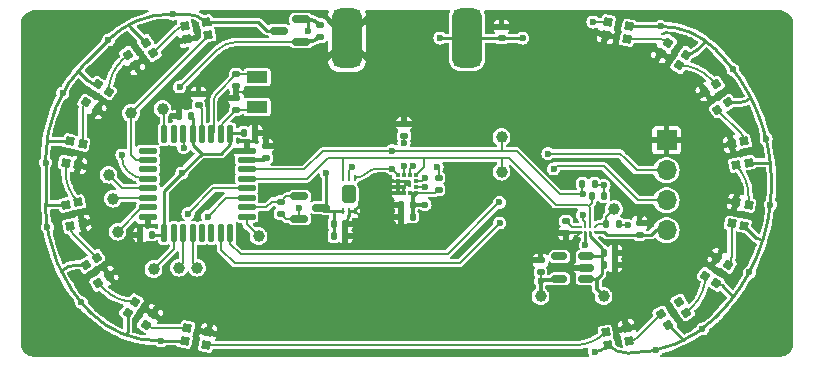
<source format=gbr>
%TF.GenerationSoftware,KiCad,Pcbnew,8.0.0*%
%TF.CreationDate,2024-03-15T16:55:21-04:00*%
%TF.ProjectId,mainboard,6d61696e-626f-4617-9264-2e6b69636164,rev?*%
%TF.SameCoordinates,Original*%
%TF.FileFunction,Copper,L1,Top*%
%TF.FilePolarity,Positive*%
%FSLAX46Y46*%
G04 Gerber Fmt 4.6, Leading zero omitted, Abs format (unit mm)*
G04 Created by KiCad (PCBNEW 8.0.0) date 2024-03-15 16:55:21*
%MOMM*%
%LPD*%
G01*
G04 APERTURE LIST*
G04 Aperture macros list*
%AMRoundRect*
0 Rectangle with rounded corners*
0 $1 Rounding radius*
0 $2 $3 $4 $5 $6 $7 $8 $9 X,Y pos of 4 corners*
0 Add a 4 corners polygon primitive as box body*
4,1,4,$2,$3,$4,$5,$6,$7,$8,$9,$2,$3,0*
0 Add four circle primitives for the rounded corners*
1,1,$1+$1,$2,$3*
1,1,$1+$1,$4,$5*
1,1,$1+$1,$6,$7*
1,1,$1+$1,$8,$9*
0 Add four rect primitives between the rounded corners*
20,1,$1+$1,$2,$3,$4,$5,0*
20,1,$1+$1,$4,$5,$6,$7,0*
20,1,$1+$1,$6,$7,$8,$9,0*
20,1,$1+$1,$8,$9,$2,$3,0*%
%AMRotRect*
0 Rectangle, with rotation*
0 The origin of the aperture is its center*
0 $1 length*
0 $2 width*
0 $3 Rotation angle, in degrees counterclockwise*
0 Add horizontal line*
21,1,$1,$2,0,0,$3*%
G04 Aperture macros list end*
%TA.AperFunction,SMDPad,CuDef*%
%ADD10RoundRect,0.140000X0.140000X0.170000X-0.140000X0.170000X-0.140000X-0.170000X0.140000X-0.170000X0*%
%TD*%
%TA.AperFunction,SMDPad,CuDef*%
%ADD11RoundRect,0.150000X0.512500X0.150000X-0.512500X0.150000X-0.512500X-0.150000X0.512500X-0.150000X0*%
%TD*%
%TA.AperFunction,SMDPad,CuDef*%
%ADD12RoundRect,0.135000X0.185000X-0.135000X0.185000X0.135000X-0.185000X0.135000X-0.185000X-0.135000X0*%
%TD*%
%TA.AperFunction,SMDPad,CuDef*%
%ADD13R,0.350000X0.375000*%
%TD*%
%TA.AperFunction,SMDPad,CuDef*%
%ADD14R,0.375000X0.350000*%
%TD*%
%TA.AperFunction,SMDPad,CuDef*%
%ADD15RoundRect,0.140000X-0.140000X-0.170000X0.140000X-0.170000X0.140000X0.170000X-0.140000X0.170000X0*%
%TD*%
%TA.AperFunction,SMDPad,CuDef*%
%ADD16C,1.000000*%
%TD*%
%TA.AperFunction,SMDPad,CuDef*%
%ADD17R,1.800000X1.000000*%
%TD*%
%TA.AperFunction,SMDPad,CuDef*%
%ADD18RoundRect,0.135000X-0.185000X0.135000X-0.185000X-0.135000X0.185000X-0.135000X0.185000X0.135000X0*%
%TD*%
%TA.AperFunction,SMDPad,CuDef*%
%ADD19RoundRect,0.140000X0.170000X-0.140000X0.170000X0.140000X-0.170000X0.140000X-0.170000X-0.140000X0*%
%TD*%
%TA.AperFunction,SMDPad,CuDef*%
%ADD20RotRect,0.700000X0.700000X213.750000*%
%TD*%
%TA.AperFunction,SMDPad,CuDef*%
%ADD21RoundRect,0.125000X-0.125000X0.625000X-0.125000X-0.625000X0.125000X-0.625000X0.125000X0.625000X0*%
%TD*%
%TA.AperFunction,SMDPad,CuDef*%
%ADD22RoundRect,0.125000X-0.625000X0.125000X-0.625000X-0.125000X0.625000X-0.125000X0.625000X0.125000X0*%
%TD*%
%TA.AperFunction,SMDPad,CuDef*%
%ADD23RotRect,0.700000X0.700000X326.250000*%
%TD*%
%TA.AperFunction,SMDPad,CuDef*%
%ADD24RotRect,0.700000X0.700000X236.250000*%
%TD*%
%TA.AperFunction,SMDPad,CuDef*%
%ADD25RoundRect,0.150000X0.587500X0.150000X-0.587500X0.150000X-0.587500X-0.150000X0.587500X-0.150000X0*%
%TD*%
%TA.AperFunction,SMDPad,CuDef*%
%ADD26RoundRect,0.150000X-0.587500X-0.150000X0.587500X-0.150000X0.587500X0.150000X-0.587500X0.150000X0*%
%TD*%
%TA.AperFunction,SMDPad,CuDef*%
%ADD27RotRect,0.700000X0.700000X191.250000*%
%TD*%
%TA.AperFunction,SMDPad,CuDef*%
%ADD28RotRect,0.700000X0.700000X168.750000*%
%TD*%
%TA.AperFunction,SMDPad,CuDef*%
%ADD29RoundRect,0.140000X-0.170000X0.140000X-0.170000X-0.140000X0.170000X-0.140000X0.170000X0.140000X0*%
%TD*%
%TA.AperFunction,ComponentPad*%
%ADD30R,1.700000X1.700000*%
%TD*%
%TA.AperFunction,ComponentPad*%
%ADD31O,1.700000X1.700000*%
%TD*%
%TA.AperFunction,SMDPad,CuDef*%
%ADD32RotRect,0.700000X0.700000X78.750000*%
%TD*%
%TA.AperFunction,SMDPad,CuDef*%
%ADD33RoundRect,0.135000X-0.135000X-0.185000X0.135000X-0.185000X0.135000X0.185000X-0.135000X0.185000X0*%
%TD*%
%TA.AperFunction,SMDPad,CuDef*%
%ADD34RotRect,0.700000X0.700000X123.750000*%
%TD*%
%TA.AperFunction,SMDPad,CuDef*%
%ADD35RotRect,0.700000X0.700000X303.750000*%
%TD*%
%TA.AperFunction,SMDPad,CuDef*%
%ADD36RotRect,0.700000X0.700000X56.250000*%
%TD*%
%TA.AperFunction,SMDPad,CuDef*%
%ADD37RotRect,0.700000X0.700000X33.750000*%
%TD*%
%TA.AperFunction,SMDPad,CuDef*%
%ADD38RotRect,0.700000X0.700000X258.750000*%
%TD*%
%TA.AperFunction,SMDPad,CuDef*%
%ADD39RoundRect,0.300000X0.300000X0.450000X-0.300000X0.450000X-0.300000X-0.450000X0.300000X-0.450000X0*%
%TD*%
%TA.AperFunction,SMDPad,CuDef*%
%ADD40RoundRect,0.055000X0.055000X0.195000X-0.055000X0.195000X-0.055000X-0.195000X0.055000X-0.195000X0*%
%TD*%
%TA.AperFunction,SMDPad,CuDef*%
%ADD41RotRect,0.700000X0.700000X281.250000*%
%TD*%
%TA.AperFunction,SMDPad,CuDef*%
%ADD42RotRect,0.700000X0.700000X146.250000*%
%TD*%
%TA.AperFunction,SMDPad,CuDef*%
%ADD43C,0.250000*%
%TD*%
%TA.AperFunction,SMDPad,CuDef*%
%ADD44RotRect,0.700000X0.700000X11.250000*%
%TD*%
%TA.AperFunction,SMDPad,CuDef*%
%ADD45RotRect,0.700000X0.700000X101.250000*%
%TD*%
%TA.AperFunction,SMDPad,CuDef*%
%ADD46RotRect,0.700000X0.700000X348.750000*%
%TD*%
%TA.AperFunction,SMDPad,CuDef*%
%ADD47RoundRect,0.625000X0.625000X-1.875000X0.625000X1.875000X-0.625000X1.875000X-0.625000X-1.875000X0*%
%TD*%
%TA.AperFunction,ViaPad*%
%ADD48C,0.600000*%
%TD*%
%TA.AperFunction,Conductor*%
%ADD49C,0.200000*%
%TD*%
%TA.AperFunction,Conductor*%
%ADD50C,0.250000*%
%TD*%
%TA.AperFunction,Conductor*%
%ADD51C,0.300000*%
%TD*%
%TA.AperFunction,Conductor*%
%ADD52C,0.150000*%
%TD*%
G04 APERTURE END LIST*
D10*
%TO.P,C7,1*%
%TO.N,+3V0*%
X164056000Y-95504000D03*
%TO.P,C7,2*%
%TO.N,GND*%
X163096000Y-95504000D03*
%TD*%
D11*
%TO.P,U1,1,VIN*%
%TO.N,VCC*%
X200857700Y-99248000D03*
%TO.P,U1,2,GND*%
%TO.N,GND*%
X200857700Y-98298000D03*
%TO.P,U1,3,EN*%
%TO.N,VCC*%
X200857700Y-97348000D03*
%TO.P,U1,4,NC*%
%TO.N,unconnected-(U1-NC-Pad4)*%
X198582700Y-97348000D03*
%TO.P,U1,5,VOUT*%
%TO.N,+3V0*%
X198582700Y-99248000D03*
%TD*%
D12*
%TO.P,R5,1*%
%TO.N,GND*%
X199136000Y-95381000D03*
%TO.P,R5,2*%
%TO.N,TS|MR*%
X199136000Y-94361000D03*
%TD*%
D13*
%TO.P,U3,1,SCL/SPC*%
%TO.N,SCL*%
X186424000Y-90423500D03*
%TO.P,U3,2,~{CS}*%
%TO.N,Net-(U3-~{CS})*%
X185924000Y-90423500D03*
%TO.P,U3,3,SA0/SDO*%
%TO.N,Net-(U3-SA0{slash}SDO)*%
X185424000Y-90423500D03*
%TO.P,U3,4,SDA/SDI*%
%TO.N,SDA*%
X184924000Y-90423500D03*
D14*
%TO.P,U3,5,RES*%
%TO.N,GND*%
X184911500Y-90936000D03*
%TO.P,U3,6,GND*%
X184911500Y-91436000D03*
D13*
%TO.P,U3,7,GND*%
X184924000Y-91948500D03*
%TO.P,U3,8,GND*%
X185424000Y-91948500D03*
%TO.P,U3,9,Vdd*%
%TO.N,+3V0*%
X185924000Y-91948500D03*
%TO.P,U3,10,Vdd_IO*%
X186424000Y-91948500D03*
D14*
%TO.P,U3,11,INT2*%
%TO.N,IMU_INT2*%
X186436500Y-91436000D03*
%TO.P,U3,12,INT1*%
%TO.N,IMU_INT1*%
X186436500Y-90936000D03*
%TD*%
D15*
%TO.P,C14,1*%
%TO.N,ALVCC*%
X179479000Y-94615000D03*
%TO.P,C14,2*%
%TO.N,GND*%
X180439000Y-94615000D03*
%TD*%
D16*
%TO.P,TP1,1,1*%
%TO.N,Net-(U4-PB0)*%
X160782000Y-92456000D03*
%TD*%
D17*
%TO.P,Y1,1,1*%
%TO.N,Net-(U4-PC15)*%
X172974000Y-82189000D03*
%TO.P,Y1,2,2*%
%TO.N,Net-(U4-PC14)*%
X172974000Y-84689000D03*
%TD*%
D12*
%TO.P,R2,1*%
%TO.N,+3V0*%
X188341000Y-91696000D03*
%TO.P,R2,2*%
%TO.N,Net-(U3-~{CS})*%
X188341000Y-90676000D03*
%TD*%
D18*
%TO.P,R3,1*%
%TO.N,GND*%
X185420000Y-86104000D03*
%TO.P,R3,2*%
%TO.N,Net-(U3-SA0{slash}SDO)*%
X185420000Y-87124000D03*
%TD*%
D19*
%TO.P,C2,1*%
%TO.N,VBUS*%
X205359000Y-95504000D03*
%TO.P,C2,2*%
%TO.N,GND*%
X205359000Y-94544000D03*
%TD*%
D15*
%TO.P,C1,1*%
%TO.N,VCC*%
X202311000Y-97028000D03*
%TO.P,C1,2*%
%TO.N,GND*%
X203271000Y-97028000D03*
%TD*%
D20*
%TO.P,REF\u002A\u002A7,1*%
%TO.N,N/C*%
X209318118Y-102117013D03*
%TO.P,REF\u002A\u002A7,3*%
X207185402Y-102219089D03*
%TO.P,REF\u002A\u002A7,4*%
%TO.N,/LED_PWR*%
X207796529Y-103133706D03*
%TO.P,REF\u002A\u002A7,GND*%
%TO.N,N/C*%
X208706991Y-101202396D03*
%TD*%
D15*
%TO.P,C5,1*%
%TO.N,+3V0*%
X171859000Y-86868000D03*
%TO.P,C5,2*%
%TO.N,GND*%
X172819000Y-86868000D03*
%TD*%
%TO.P,C15,1*%
%TO.N,ALVCC*%
X179479000Y-95631000D03*
%TO.P,C15,2*%
%TO.N,GND*%
X180439000Y-95631000D03*
%TD*%
D10*
%TO.P,C4,1*%
%TO.N,+3V0*%
X186154000Y-93980000D03*
%TO.P,C4,2*%
%TO.N,GND*%
X185194000Y-93980000D03*
%TD*%
D19*
%TO.P,C13,1*%
%TO.N,GND*%
X171196000Y-82903000D03*
%TO.P,C13,2*%
%TO.N,Net-(U4-PC15)*%
X171196000Y-81943000D03*
%TD*%
D21*
%TO.P,U4,1,VDD*%
%TO.N,+3V0*%
X170719400Y-87011000D03*
%TO.P,U4,2,PC14*%
%TO.N,Net-(U4-PC14)*%
X169919400Y-87011000D03*
%TO.P,U4,3,PC15*%
%TO.N,Net-(U4-PC15)*%
X169119400Y-87011000D03*
%TO.P,U4,4,NRST*%
%TO.N,Net-(U4-NRST)*%
X168319400Y-87011000D03*
%TO.P,U4,5,VDDA*%
%TO.N,+3V0*%
X167519400Y-87011000D03*
%TO.P,U4,6,PA0*%
%TO.N,IMU_INT1*%
X166719400Y-87011000D03*
%TO.P,U4,7,PA1*%
%TO.N,unconnected-(U4-PA1-Pad7)*%
X165919400Y-87011000D03*
%TO.P,U4,8,PA2*%
%TO.N,WKUP4*%
X165119400Y-87011000D03*
D22*
%TO.P,U4,9,PA3*%
%TO.N,unconnected-(U4-PA3-Pad9)*%
X163744400Y-88386000D03*
%TO.P,U4,10,PA4*%
%TO.N,LED IN*%
X163744400Y-89186000D03*
%TO.P,U4,11,PA5*%
%TO.N,unconnected-(U4-PA5-Pad11)*%
X163744400Y-89986000D03*
%TO.P,U4,12,PA6*%
%TO.N,LEDPowerCtrl*%
X163744400Y-90786000D03*
%TO.P,U4,13,PA7*%
%TO.N,Net-(U4-PA7)*%
X163744400Y-91586000D03*
%TO.P,U4,14,PB0*%
%TO.N,Net-(U4-PB0)*%
X163744400Y-92386000D03*
%TO.P,U4,15,PB1*%
%TO.N,Net-(U4-PB1)*%
X163744400Y-93186000D03*
%TO.P,U4,16,VSS*%
%TO.N,GND*%
X163744400Y-93986000D03*
D21*
%TO.P,U4,17,VDD*%
%TO.N,+3V0*%
X165119400Y-95361000D03*
%TO.P,U4,18,PA8*%
%TO.N,Net-(U4-PA8)*%
X165919400Y-95361000D03*
%TO.P,U4,19,PA9*%
%TO.N,TX*%
X166719400Y-95361000D03*
%TO.P,U4,20,PA10*%
%TO.N,RX*%
X167519400Y-95361000D03*
%TO.P,U4,21,PA11*%
%TO.N,unconnected-(U4-PA11-Pad21)*%
X168319400Y-95361000D03*
%TO.P,U4,22,PA12*%
%TO.N,unconnected-(U4-PA12-Pad22)*%
X169119400Y-95361000D03*
%TO.P,U4,23,PA13*%
%TO.N,SWDIO*%
X169919400Y-95361000D03*
%TO.P,U4,24,PA14*%
%TO.N,SWCLK*%
X170719400Y-95361000D03*
D22*
%TO.P,U4,25,PA15*%
%TO.N,TSC_G3_IO1*%
X172094400Y-93986000D03*
%TO.P,U4,26,PB3*%
%TO.N,BH1730PowerCtrl*%
X172094400Y-93186000D03*
%TO.P,U4,27,PB4*%
%TO.N,TSC_G2_IO1*%
X172094400Y-92386000D03*
%TO.P,U4,28,PB5*%
%TO.N,TSC_G2_IO2*%
X172094400Y-91586000D03*
%TO.P,U4,29,PB6*%
%TO.N,SCL*%
X172094400Y-90786000D03*
%TO.P,U4,30,PB7*%
%TO.N,SDA*%
X172094400Y-89986000D03*
%TO.P,U4,31,PH3*%
%TO.N,Net-(U4-PH3)*%
X172094400Y-89186000D03*
%TO.P,U4,32,VSS*%
%TO.N,GND*%
X172094400Y-88386000D03*
%TD*%
D16*
%TO.P,TP5,1,1*%
%TO.N,SDA*%
X193675000Y-87249000D03*
%TD*%
D23*
%TO.P,REF\u002A\u002A12,1*%
%TO.N,N/C*%
X207796529Y-79238294D03*
%TO.P,REF\u002A\u002A12,2*%
%TO.N,GND*%
X207185403Y-80152911D03*
%TO.P,REF\u002A\u002A12,3*%
%TO.N,N/C*%
X208706991Y-81169604D03*
%TO.P,REF\u002A\u002A12,4*%
%TO.N,/LED_PWR*%
X209318118Y-80254987D03*
%TD*%
D24*
%TO.P,REF\u002A\u002A8,1*%
%TO.N,N/C*%
X212861494Y-98068741D03*
%TO.P,REF\u002A\u002A8,2*%
%TO.N,GND*%
X211946877Y-97457615D03*
%TO.P,REF\u002A\u002A8,3*%
%TO.N,N/C*%
X210930184Y-98979203D03*
%TO.P,REF\u002A\u002A8,4*%
%TO.N,/LED_PWR*%
X211844801Y-99590330D03*
%TD*%
D25*
%TO.P,Q2,1,G*%
%TO.N,LEDPowerCtrl*%
X176705500Y-79182000D03*
%TO.P,Q2,2,S*%
%TO.N,+BATT*%
X176705500Y-77282000D03*
%TO.P,Q2,3,D*%
%TO.N,/LED_PWR*%
X174830500Y-78232000D03*
%TD*%
D12*
%TO.P,R8,1*%
%TO.N,+3V0*%
X175006000Y-93728000D03*
%TO.P,R8,2*%
%TO.N,BH1730PowerCtrl*%
X175006000Y-92708000D03*
%TD*%
D16*
%TO.P,TP13,1,1*%
%TO.N,WKUP4*%
X164973000Y-84836000D03*
%TD*%
D26*
%TO.P,Q1,1,G*%
%TO.N,BH1730PowerCtrl*%
X176557700Y-92268000D03*
%TO.P,Q1,2,S*%
%TO.N,+3V0*%
X176557700Y-94168000D03*
%TO.P,Q1,3,D*%
%TO.N,ALVCC*%
X178432700Y-93218000D03*
%TD*%
D27*
%TO.P,REF\u002A\u002A6,1*%
%TO.N,N/C*%
X204495260Y-104501135D03*
%TO.P,REF\u002A\u002A6,2*%
%TO.N,GND*%
X204280661Y-103422271D03*
%TO.P,REF\u002A\u002A6,3*%
%TO.N,N/C*%
X202485824Y-103779287D03*
%TO.P,REF\u002A\u002A6,4*%
%TO.N,/LED_PWR*%
X202700423Y-104858151D03*
%TD*%
D16*
%TO.P,TP4,1,1*%
%TO.N,Net-(U4-PA8)*%
X164211000Y-98425000D03*
%TD*%
D28*
%TO.P,REF\u002A\u002A5,1*%
%TO.N,N/C*%
X168647577Y-104858152D03*
%TO.P,REF\u002A\u002A5,2*%
%TO.N,GND*%
X168862176Y-103779288D03*
%TO.P,REF\u002A\u002A5,3*%
%TO.N,N/C*%
X167067339Y-103422272D03*
%TO.P,REF\u002A\u002A5,4*%
%TO.N,/LED_PWR*%
X166852740Y-104501136D03*
%TD*%
D29*
%TO.P,C12,1*%
%TO.N,GND*%
X171196000Y-83975000D03*
%TO.P,C12,2*%
%TO.N,Net-(U4-PC14)*%
X171196000Y-84935000D03*
%TD*%
D16*
%TO.P,TP17,1,1*%
%TO.N,TX*%
X166370000Y-98298000D03*
%TD*%
D30*
%TO.P,J1,1,Pin_1*%
%TO.N,GND*%
X207645000Y-87513000D03*
D31*
%TO.P,J1,2,Pin_2*%
%TO.N,SWCLK*%
X207645000Y-90053000D03*
%TO.P,J1,3,Pin_3*%
%TO.N,SWDIO*%
X207645000Y-92593000D03*
%TO.P,J1,4,Pin_4*%
%TO.N,VBUS*%
X207645000Y-95133000D03*
%TD*%
D32*
%TO.P,REF\u002A\u002A1,1*%
%TO.N,N/C*%
X156762059Y-89399366D03*
%TO.P,REF\u002A\u002A1,2*%
%TO.N,GND*%
X157840923Y-89613965D03*
%TO.P,REF\u002A\u002A1,3*%
%TO.N,N/C*%
X158197939Y-87819128D03*
%TO.P,REF\u002A\u002A1,4*%
%TO.N,/LED_PWR*%
X157119075Y-87604529D03*
%TD*%
D29*
%TO.P,C10,1*%
%TO.N,GND*%
X168021000Y-83594000D03*
%TO.P,C10,2*%
%TO.N,Net-(U4-NRST)*%
X168021000Y-84554000D03*
%TD*%
D33*
%TO.P,R7,1*%
%TO.N,SDA*%
X200531000Y-91186000D03*
%TO.P,R7,2*%
%TO.N,+3V0*%
X201551000Y-91186000D03*
%TD*%
D10*
%TO.P,C3,1*%
%TO.N,+3V0*%
X186154000Y-92964000D03*
%TO.P,C3,2*%
%TO.N,GND*%
X185194000Y-92964000D03*
%TD*%
D33*
%TO.P,R6,1*%
%TO.N,SCL*%
X201343800Y-92227400D03*
%TO.P,R6,2*%
%TO.N,+3V0*%
X202363800Y-92227400D03*
%TD*%
D18*
%TO.P,R9,1*%
%TO.N,+BATT*%
X178308000Y-77722000D03*
%TO.P,R9,2*%
%TO.N,LEDPowerCtrl*%
X178308000Y-78742000D03*
%TD*%
D15*
%TO.P,C8,1*%
%TO.N,VCC*%
X202311000Y-98044000D03*
%TO.P,C8,2*%
%TO.N,GND*%
X203271000Y-98044000D03*
%TD*%
D34*
%TO.P,REF\u002A\u002A3,1*%
%TO.N,N/C*%
X159503198Y-99590330D03*
%TO.P,REF\u002A\u002A3,2*%
%TO.N,GND*%
X160417815Y-98979203D03*
%TO.P,REF\u002A\u002A3,3*%
%TO.N,N/C*%
X159401122Y-97457614D03*
%TO.P,REF\u002A\u002A3,4*%
%TO.N,/LED_PWR*%
X158486505Y-98068741D03*
%TD*%
D35*
%TO.P,REF\u002A\u002A11,1*%
%TO.N,N/C*%
X211844801Y-82781670D03*
%TO.P,REF\u002A\u002A11,2*%
%TO.N,GND*%
X210930184Y-83392797D03*
%TO.P,REF\u002A\u002A11,3*%
%TO.N,N/C*%
X211946877Y-84914386D03*
%TO.P,REF\u002A\u002A11,4*%
%TO.N,/LED_PWR*%
X212861494Y-84303259D03*
%TD*%
D16*
%TO.P,RX1,1,1*%
%TO.N,RX*%
X167894000Y-98298000D03*
%TD*%
%TO.P,TP12,1,1*%
%TO.N,LED IN*%
X162306000Y-85217000D03*
%TD*%
%TO.P,TP9,1,1*%
%TO.N,VCC*%
X202311000Y-100711000D03*
%TD*%
%TO.P,TP16,1,1*%
%TO.N,TSC_G3_IO1*%
X173101000Y-95631000D03*
%TD*%
D10*
%TO.P,C6,1*%
%TO.N,+3V0*%
X167358000Y-85471000D03*
%TO.P,C6,2*%
%TO.N,GND*%
X166398000Y-85471000D03*
%TD*%
D16*
%TO.P,TP6,1,1*%
%TO.N,SCL*%
X193675000Y-90170000D03*
%TD*%
D36*
%TO.P,REF\u002A\u002A,1*%
%TO.N,N/C*%
X158486505Y-84303259D03*
%TO.P,REF\u002A\u002A,2*%
%TO.N,GND*%
X159401122Y-84914385D03*
%TO.P,REF\u002A\u002A,3*%
%TO.N,N/C*%
X160417815Y-83392797D03*
%TO.P,REF\u002A\u002A,4*%
%TO.N,/LED_PWR*%
X159503198Y-82781670D03*
%TD*%
D18*
%TO.P,R4,1*%
%TO.N,GND*%
X173736000Y-88009000D03*
%TO.P,R4,2*%
%TO.N,Net-(U4-PH3)*%
X173736000Y-89029000D03*
%TD*%
D16*
%TO.P,TP3,1,1*%
%TO.N,Net-(U4-PB1)*%
X161163000Y-95250000D03*
%TD*%
D19*
%TO.P,C9,1*%
%TO.N,+3V0*%
X196977000Y-98651000D03*
%TO.P,C9,2*%
%TO.N,GND*%
X196977000Y-97691000D03*
%TD*%
D37*
%TO.P,REF\u002A\u002A15,1*%
%TO.N,N/C*%
X162029881Y-80254987D03*
%TO.P,REF\u002A\u002A15,2*%
%TO.N,GND*%
X162641008Y-81169604D03*
%TO.P,REF\u002A\u002A15,3*%
%TO.N,N/C*%
X164162597Y-80152911D03*
%TO.P,REF\u002A\u002A15,4*%
%TO.N,/LED_PWR*%
X163551470Y-79238294D03*
%TD*%
D38*
%TO.P,REF\u002A\u002A9,1*%
%TO.N,N/C*%
X214585940Y-92972634D03*
%TO.P,REF\u002A\u002A9,2*%
%TO.N,GND*%
X213507076Y-92758035D03*
%TO.P,REF\u002A\u002A9,3*%
%TO.N,N/C*%
X213150060Y-94552872D03*
%TO.P,REF\u002A\u002A9,4*%
%TO.N,/LED_PWR*%
X214228924Y-94767471D03*
%TD*%
D39*
%TO.P,U5,*%
%TO.N,*%
X180721000Y-92075000D03*
D40*
%TO.P,U5,1,VCC*%
%TO.N,ALVCC*%
X180213000Y-93472000D03*
%TO.P,U5,2,INT*%
%TO.N,GND*%
X180721000Y-93472000D03*
%TO.P,U5,3,GND*%
X181229000Y-93472000D03*
%TO.P,U5,4,SDA*%
%TO.N,SDA*%
X181229000Y-90678000D03*
%TO.P,U5,5,DVI*%
%TO.N,ALVCC*%
X180721000Y-90678000D03*
%TO.P,U5,6,SCL*%
%TO.N,SCL*%
X180213000Y-90678000D03*
%TD*%
D41*
%TO.P,REF\u002A\u002A10,1*%
%TO.N,N/C*%
X214228923Y-87604528D03*
%TO.P,REF\u002A\u002A10,2*%
%TO.N,GND*%
X213150059Y-87819127D03*
%TO.P,REF\u002A\u002A10,3*%
%TO.N,N/C*%
X213507075Y-89613964D03*
%TO.P,REF\u002A\u002A10,4*%
%TO.N,/LED_PWR*%
X214585939Y-89399365D03*
%TD*%
D42*
%TO.P,REF\u002A\u002A4,1*%
%TO.N,N/C*%
X163551470Y-103133706D03*
%TO.P,REF\u002A\u002A4,2*%
%TO.N,GND*%
X164162596Y-102219089D03*
%TO.P,REF\u002A\u002A4,3*%
%TO.N,N/C*%
X162641008Y-101202396D03*
%TO.P,REF\u002A\u002A4,4*%
%TO.N,/LED_PWR*%
X162029881Y-102117013D03*
%TD*%
D33*
%TO.P,R1,1*%
%TO.N,~{BMS_INT}*%
X202563000Y-94615000D03*
%TO.P,R1,2*%
%TO.N,+3V0*%
X203583000Y-94615000D03*
%TD*%
D19*
%TO.P,C11,1*%
%TO.N,+BATT*%
X193675000Y-78867000D03*
%TO.P,C11,2*%
%TO.N,GND*%
X193675000Y-77907000D03*
%TD*%
D43*
%TO.P,U2,A1,~{INT}*%
%TO.N,~{BMS_INT}*%
X201564800Y-94872200D03*
%TO.P,U2,A2,IN*%
%TO.N,VBUS*%
X201564800Y-95272200D03*
%TO.P,U2,B1,SCL*%
%TO.N,SCL*%
X201164800Y-94872200D03*
%TO.P,U2,B2,SYS*%
%TO.N,VCC*%
X201164800Y-95272200D03*
%TO.P,U2,C1,SDA*%
%TO.N,SDA*%
X200764800Y-94872200D03*
%TO.P,U2,C2,BAT*%
%TO.N,+BATT*%
X200764800Y-95272200D03*
%TO.P,U2,D1,TS|MR*%
%TO.N,TS|MR*%
X200364800Y-94872200D03*
%TO.P,U2,D2,GND*%
%TO.N,GND*%
X200364800Y-95272200D03*
%TD*%
D44*
%TO.P,REF\u002A\u002A14,1*%
%TO.N,N/C*%
X166852739Y-77870865D03*
%TO.P,REF\u002A\u002A14,2*%
%TO.N,GND*%
X167067338Y-78949729D03*
%TO.P,REF\u002A\u002A14,3*%
%TO.N,LED IN*%
X168862175Y-78592713D03*
%TO.P,REF\u002A\u002A14,4*%
%TO.N,/LED_PWR*%
X168647576Y-77513849D03*
%TD*%
D45*
%TO.P,REF\u002A\u002A2,1*%
%TO.N,N/C*%
X157119076Y-94767472D03*
%TO.P,REF\u002A\u002A2,2*%
%TO.N,GND*%
X158197940Y-94552873D03*
%TO.P,REF\u002A\u002A2,3*%
%TO.N,N/C*%
X157840924Y-92758036D03*
%TO.P,REF\u002A\u002A2,4*%
%TO.N,/LED_PWR*%
X156762060Y-92972635D03*
%TD*%
D46*
%TO.P,REF\u002A\u002A13,1*%
%TO.N,N/C*%
X202700422Y-77513848D03*
%TO.P,REF\u002A\u002A13,2*%
%TO.N,GND*%
X202485823Y-78592712D03*
%TO.P,REF\u002A\u002A13,3*%
%TO.N,N/C*%
X204280660Y-78949728D03*
%TO.P,REF\u002A\u002A13,4*%
%TO.N,/LED_PWR*%
X204495259Y-77870864D03*
%TD*%
D16*
%TO.P,TP10,1,1*%
%TO.N,+3V0*%
X196977000Y-100711000D03*
%TD*%
%TO.P,TP2,1,1*%
%TO.N,Net-(U4-PA7)*%
X160401000Y-90424000D03*
%TD*%
D47*
%TO.P,BT1,1,+*%
%TO.N,+BATT*%
X190754000Y-78867000D03*
%TO.P,BT1,2,-*%
%TO.N,GND*%
X180594000Y-78867000D03*
%TD*%
D16*
%TO.P,TP11,1,1*%
%TO.N,~{BMS_INT}*%
X203200000Y-93345000D03*
%TD*%
D48*
%TO.N,*%
X201422000Y-77513848D03*
%TO.N,SWDIO*%
X198094600Y-89941400D03*
X193522600Y-94513400D03*
%TO.N,SWCLK*%
X193484500Y-92773500D03*
X197612000Y-88646000D03*
%TO.N,GND*%
X182753000Y-87630000D03*
X211531200Y-95935800D03*
X200406000Y-78867000D03*
X169926000Y-78740000D03*
X212090000Y-86741000D03*
X209931000Y-105283000D03*
X159385000Y-86614000D03*
X173736000Y-92075000D03*
X161798000Y-82423000D03*
X170434000Y-89535000D03*
X165862000Y-79756000D03*
X170053000Y-84709000D03*
X209550000Y-99949000D03*
X173990000Y-94488000D03*
X198374000Y-104140000D03*
X214376000Y-85852000D03*
X176149000Y-89408000D03*
X165862000Y-93980000D03*
X182880000Y-78105000D03*
X178435000Y-94361000D03*
X183007000Y-91948000D03*
X172618400Y-98933000D03*
X185674000Y-104140000D03*
X155956000Y-91694000D03*
X159639000Y-95631000D03*
X211074000Y-101600000D03*
X160401000Y-101854000D03*
X169799000Y-98044000D03*
X201676000Y-87757000D03*
X164592000Y-78105000D03*
X209296000Y-82804000D03*
X196469000Y-88138000D03*
X169672000Y-92202000D03*
X158750000Y-91186000D03*
X201041000Y-90398600D03*
X161671000Y-99949000D03*
X166878000Y-84328000D03*
X188849000Y-98704400D03*
X183007000Y-95377000D03*
X170053000Y-82169000D03*
X159893000Y-81026000D03*
X205232000Y-91186000D03*
X205359000Y-96520000D03*
X173609000Y-104140000D03*
X178181000Y-81915000D03*
X156972000Y-85979000D03*
X211328000Y-80772000D03*
X215519000Y-91186000D03*
X159512000Y-92938600D03*
X190373000Y-94361000D03*
X198755000Y-90678000D03*
X165735000Y-102235000D03*
X201803000Y-93548200D03*
X191770000Y-92583000D03*
X199644000Y-100584000D03*
X156972000Y-96774000D03*
X196342000Y-93091000D03*
X205486000Y-93853000D03*
X198196200Y-94742000D03*
X205359000Y-80137000D03*
X177698400Y-96266000D03*
X165481000Y-89027000D03*
X207899000Y-76962000D03*
X214376000Y-96901000D03*
X183134000Y-81661000D03*
X164084000Y-105410000D03*
%TO.N,+3V0*%
X187198000Y-92964000D03*
X166624000Y-90297000D03*
X204343000Y-94716600D03*
X176530000Y-93218000D03*
X202361800Y-91338400D03*
X196977000Y-99441000D03*
%TO.N,IMU_INT2*%
X187198000Y-91440000D03*
%TO.N,IMU_INT1*%
X187198000Y-90678000D03*
X166751000Y-88138000D03*
%TO.N,SDA*%
X200533000Y-93853000D03*
X184404000Y-89916000D03*
X200533000Y-92075000D03*
X184404000Y-88392000D03*
%TO.N,TSC_G2_IO1*%
X168783000Y-93980000D03*
%TO.N,TSC_G2_IO2*%
X167132000Y-93726000D03*
%TO.N,LEDPowerCtrl*%
X166433500Y-82994500D03*
X161544000Y-88773000D03*
%TO.N,Net-(U3-SA0{slash}SDO)*%
X185420000Y-87757000D03*
X185420000Y-89662000D03*
%TO.N,Net-(U3-~{CS})*%
X186182000Y-89662000D03*
X188214000Y-89789000D03*
%TO.N,+BATT*%
X200764800Y-96370800D03*
X177292000Y-78232000D03*
X188468000Y-78867000D03*
X195453000Y-78867000D03*
%TO.N,/LED_PWR*%
X156531891Y-83506891D03*
X210676894Y-103488894D03*
X201549000Y-105410000D03*
X216073072Y-87376000D03*
X214652510Y-98701510D03*
X158088617Y-101245383D03*
X216435539Y-92964000D03*
X155215380Y-94869000D03*
X165862000Y-76835000D03*
X207157880Y-77870864D03*
X160376568Y-79018432D03*
X155067000Y-89408000D03*
X213260475Y-81506525D03*
X206756000Y-105284498D03*
X164846000Y-104501136D03*
%TO.N,ALVCC*%
X180975000Y-89789000D03*
X178816000Y-90297000D03*
%TD*%
D49*
%TO.N,*%
X213150060Y-97372082D02*
X213150060Y-94552872D01*
X166156075Y-78159432D02*
X164162597Y-80152911D01*
X211844801Y-82781670D02*
X211311599Y-82248468D01*
X214585940Y-92972634D02*
X214585940Y-92218574D01*
X164248129Y-103422272D02*
X167067339Y-103422272D01*
X207099870Y-78949728D02*
X204280660Y-78949728D01*
X158197939Y-84999918D02*
X158197939Y-87819128D01*
X156762059Y-89399366D02*
X156762059Y-90153426D01*
X168647577Y-104858152D02*
X199881214Y-104858152D01*
X205191924Y-104212568D02*
X207185402Y-102219089D01*
X213940356Y-86907864D02*
X211946877Y-84914386D01*
X162029881Y-80254987D02*
X161496679Y-80788189D01*
X157407643Y-95464136D02*
X159401122Y-97457614D01*
X209318118Y-102117013D02*
X209851320Y-101583811D01*
X159503198Y-99590330D02*
X160036400Y-100123532D01*
X201422000Y-77513848D02*
X202700422Y-77513848D01*
X204495260Y-104501135D02*
G75*
G03*
X205191944Y-104212588I40J985235D01*
G01*
X157119076Y-94767472D02*
G75*
G03*
X157407631Y-95464148I985224J-28D01*
G01*
X199881214Y-104858152D02*
G75*
G03*
X202485812Y-103779275I-14J3683452D01*
G01*
X214228923Y-87604528D02*
G75*
G03*
X213940368Y-86907852I-985223J28D01*
G01*
X156762059Y-90153426D02*
G75*
G03*
X157840944Y-92758016I3683441J26D01*
G01*
X161496679Y-80788189D02*
G75*
G03*
X160417817Y-83392797I2604621J-2604611D01*
G01*
X211311599Y-82248468D02*
G75*
G03*
X208706991Y-81169618I-2604599J-2604632D01*
G01*
X209851320Y-101583811D02*
G75*
G03*
X210930182Y-98979203I-2604620J2604611D01*
G01*
X158486505Y-84303259D02*
G75*
G03*
X158197963Y-84999918I696695J-696641D01*
G01*
X163551470Y-103133706D02*
G75*
G03*
X164248129Y-103422237I696630J696706D01*
G01*
X160036400Y-100123532D02*
G75*
G03*
X162641008Y-101202383I2604600J2604632D01*
G01*
X207796529Y-79238294D02*
G75*
G03*
X207099870Y-78949764I-696629J-696706D01*
G01*
X166852739Y-77870865D02*
G75*
G03*
X166156055Y-78159412I-39J-985235D01*
G01*
X214585940Y-92218574D02*
G75*
G03*
X213507055Y-89613984I-3683440J-26D01*
G01*
X212861494Y-98068741D02*
G75*
G03*
X213150036Y-97372082I-696694J696641D01*
G01*
D50*
%TO.N,VCC*%
X201742000Y-99248000D02*
X200857700Y-99248000D01*
X202118000Y-97348000D02*
X200857700Y-97348000D01*
X202184000Y-98806000D02*
X201742000Y-99248000D01*
D51*
X201742000Y-100142000D02*
X201742000Y-99248000D01*
D50*
X201168000Y-95631000D02*
X202184000Y-96647000D01*
X202184000Y-97282000D02*
X202118000Y-97348000D01*
X202184000Y-97282000D02*
X202184000Y-98806000D01*
X201164800Y-95272200D02*
X201164800Y-95627800D01*
X202184000Y-96647000D02*
X202184000Y-97282000D01*
D51*
X202311000Y-100711000D02*
X201742000Y-100142000D01*
D49*
X201164800Y-95627800D02*
X201168000Y-95631000D01*
D50*
%TO.N,VBUS*%
X206321600Y-95532000D02*
X202593000Y-95532000D01*
X207645000Y-95133000D02*
X206720600Y-95133000D01*
X206720600Y-95133000D02*
X206321600Y-95532000D01*
X201564800Y-95272200D02*
X202333200Y-95272200D01*
X202333200Y-95272200D02*
X202593000Y-95532000D01*
D49*
%TO.N,SWDIO*%
X193522600Y-94513400D02*
X190119000Y-97917000D01*
X171069000Y-97917000D02*
X169919400Y-96767400D01*
X190119000Y-97917000D02*
X171069000Y-97917000D01*
X169919400Y-96767400D02*
X169919400Y-95361000D01*
X205242000Y-92593000D02*
X207645000Y-92593000D01*
X198348600Y-89687400D02*
X202336400Y-89687400D01*
X202336400Y-89687400D02*
X205242000Y-92593000D01*
X198094600Y-89941400D02*
X198348600Y-89687400D01*
%TO.N,SWCLK*%
X205115000Y-90053000D02*
X204089000Y-89027000D01*
X189103000Y-97155000D02*
X171577000Y-97155000D01*
X171577000Y-97155000D02*
X170719400Y-96297400D01*
X204089000Y-89027000D02*
X203708000Y-88646000D01*
X170719400Y-96297400D02*
X170719400Y-95361000D01*
X193484500Y-92773500D02*
X189103000Y-97155000D01*
X203708000Y-88646000D02*
X197612000Y-88646000D01*
X207645000Y-90053000D02*
X205115000Y-90053000D01*
%TO.N,GND*%
X171196000Y-82903000D02*
X171196000Y-83439000D01*
D50*
X180721000Y-93472000D02*
X180721000Y-93934192D01*
X180721000Y-93472000D02*
X181229000Y-93472000D01*
X200364800Y-95272200D02*
X199244800Y-95272200D01*
D49*
X171196000Y-83439000D02*
X172974000Y-83439000D01*
D50*
X199244800Y-95272200D02*
X199136000Y-95381000D01*
X180721000Y-93934192D02*
G75*
G02*
X180439002Y-94615002I-962800J-8D01*
G01*
D51*
%TO.N,+3V0*%
X198506500Y-99375000D02*
X197043000Y-99375000D01*
D49*
X175446000Y-94168000D02*
X176557700Y-94168000D01*
X196977000Y-98651000D02*
X196977000Y-99441000D01*
D52*
X186424000Y-91948500D02*
X186440500Y-91965000D01*
D50*
X167519400Y-87890400D02*
X168275000Y-88646000D01*
D52*
X188072000Y-91965000D02*
X188341000Y-91696000D01*
D50*
X166624000Y-90297000D02*
X165119400Y-91801600D01*
D49*
X176557700Y-94168000D02*
X176557700Y-93245700D01*
D50*
X186154000Y-92178500D02*
X185924000Y-91948500D01*
D51*
X186154000Y-93980000D02*
X186154000Y-92964000D01*
X186154000Y-92964000D02*
X186154000Y-92218500D01*
D50*
X170862400Y-86868000D02*
X171859000Y-86868000D01*
D52*
X202361800Y-92225400D02*
X202363800Y-92227400D01*
D50*
X186154000Y-92964000D02*
X186154000Y-92178500D01*
D49*
X175006000Y-93728000D02*
X175446000Y-94168000D01*
X176557700Y-93245700D02*
X176530000Y-93218000D01*
D51*
X187198000Y-92964000D02*
X186154000Y-92964000D01*
D52*
X201678000Y-91338400D02*
X201551000Y-91211400D01*
X202361800Y-91338400D02*
X201678000Y-91338400D01*
D50*
X186154000Y-92218500D02*
X186424000Y-91948500D01*
D52*
X185924000Y-91948500D02*
X186153803Y-91948500D01*
X186153803Y-91948500D02*
X186424000Y-91948500D01*
X203583000Y-94615000D02*
X203684600Y-94716600D01*
D50*
X164056000Y-95504000D02*
X164976400Y-95504000D01*
D52*
X203684600Y-94716600D02*
X204343000Y-94716600D01*
D50*
X167519400Y-87011000D02*
X167519400Y-85632400D01*
X169926000Y-88646000D02*
X170719400Y-87852600D01*
X165119400Y-91801600D02*
X165119400Y-95361000D01*
X170719400Y-87852600D02*
X170719400Y-87011000D01*
D52*
X186440500Y-91965000D02*
X188072000Y-91965000D01*
D50*
X170719400Y-87011000D02*
X170862400Y-86868000D01*
X168275000Y-88646000D02*
X166624000Y-90297000D01*
X164976400Y-95504000D02*
X165119400Y-95361000D01*
X167519400Y-87011000D02*
X167519400Y-87890400D01*
D52*
X202361800Y-91338400D02*
X202361800Y-92225400D01*
D51*
X197043000Y-99375000D02*
X196977000Y-99441000D01*
X196977000Y-100711000D02*
X196977000Y-99441000D01*
D50*
X167519400Y-85632400D02*
X167358000Y-85471000D01*
X168275000Y-88646000D02*
X169926000Y-88646000D01*
D52*
%TO.N,IMU_INT2*%
X186436500Y-91436000D02*
X187194000Y-91436000D01*
X187194000Y-91436000D02*
X187198000Y-91440000D01*
%TO.N,IMU_INT1*%
X186436500Y-90936000D02*
X186940000Y-90936000D01*
X166751000Y-87042600D02*
X166719400Y-87011000D01*
X186940000Y-90936000D02*
X187198000Y-90678000D01*
X166751000Y-88138000D02*
X166751000Y-87042600D01*
%TO.N,SCL*%
X201343800Y-92788200D02*
X201343800Y-92227400D01*
X193675000Y-89027000D02*
X194310000Y-89027000D01*
X201041000Y-93091000D02*
X201343800Y-92788200D01*
X180213000Y-89027000D02*
X187071000Y-89027000D01*
X187071000Y-89027000D02*
X193675000Y-89027000D01*
X178943000Y-89027000D02*
X180213000Y-89027000D01*
X186424000Y-90423500D02*
X187071000Y-89776500D01*
X177184000Y-90786000D02*
X178943000Y-89027000D01*
X201041000Y-93091000D02*
X201168000Y-93218000D01*
X187071000Y-89776500D02*
X187071000Y-89027000D01*
X194310000Y-89027000D02*
X198247000Y-92964000D01*
X200914000Y-92964000D02*
X201041000Y-93091000D01*
X201168000Y-93218000D02*
X201168000Y-94869000D01*
X172094400Y-90786000D02*
X177184000Y-90786000D01*
X198247000Y-92964000D02*
X200914000Y-92964000D01*
X193675000Y-90170000D02*
X193675000Y-89027000D01*
X180213000Y-90678000D02*
X180213000Y-89027000D01*
%TO.N,SDA*%
X176968000Y-89986000D02*
X172094400Y-89986000D01*
X178562000Y-88392000D02*
X176968000Y-89986000D01*
X184924000Y-90423500D02*
X184911500Y-90423500D01*
X193675000Y-88392000D02*
X193675000Y-87249000D01*
X183152265Y-89916000D02*
X184404000Y-89916000D01*
X184911500Y-90423500D02*
X184404000Y-89916000D01*
X200768000Y-94869000D02*
X200768000Y-94469000D01*
X200531000Y-92073000D02*
X200531000Y-91211400D01*
X198628000Y-92075000D02*
X194945000Y-88392000D01*
X200533000Y-92075000D02*
X198628000Y-92075000D01*
X194945000Y-88392000D02*
X193675000Y-88392000D01*
X181229000Y-90678000D02*
X181312668Y-90678000D01*
X193675000Y-88392000D02*
X184404000Y-88392000D01*
X184404000Y-88392000D02*
X178562000Y-88392000D01*
X200533000Y-94234000D02*
X200533000Y-93853000D01*
X200768000Y-94469000D02*
X200533000Y-94234000D01*
X200533000Y-92075000D02*
X200531000Y-92073000D01*
X182253850Y-90288150D02*
G75*
G02*
X183152265Y-89915971I898450J-898350D01*
G01*
X181312668Y-90678000D02*
G75*
G03*
X182253859Y-90288159I32J1331000D01*
G01*
%TO.N,~{BMS_INT}*%
X201822000Y-94615000D02*
X202563000Y-94615000D01*
X202563000Y-93982000D02*
X203200000Y-93345000D01*
X202563000Y-94615000D02*
X202563000Y-93982000D01*
X201568000Y-94869000D02*
X201822000Y-94615000D01*
%TO.N,TS|MR*%
X200368000Y-94869000D02*
X199644000Y-94869000D01*
X199644000Y-94869000D02*
X199136000Y-94361000D01*
D51*
%TO.N,Net-(U4-PH3)*%
X172094400Y-89186000D02*
X173579000Y-89186000D01*
X173579000Y-89186000D02*
X173736000Y-89029000D01*
D49*
%TO.N,BH1730PowerCtrl*%
X173768000Y-93186000D02*
X174246000Y-92708000D01*
X176557700Y-92268000D02*
X175446000Y-92268000D01*
X172094400Y-93186000D02*
X173768000Y-93186000D01*
X174246000Y-92708000D02*
X175006000Y-92708000D01*
X175446000Y-92268000D02*
X175006000Y-92708000D01*
%TO.N,TSC_G2_IO1*%
X170377000Y-92386000D02*
X168783000Y-93980000D01*
X172094400Y-92386000D02*
X170377000Y-92386000D01*
D52*
%TO.N,Net-(U4-PC14)*%
X169919400Y-87011000D02*
X169919400Y-86533749D01*
X171196000Y-84935000D02*
X172380104Y-84935000D01*
X171196000Y-84935000D02*
X170173991Y-85957009D01*
X169919400Y-87011000D02*
X169919400Y-86571647D01*
X172380104Y-84935000D02*
G75*
G03*
X172973999Y-84688999I-4J839900D01*
G01*
X170173991Y-85957009D02*
G75*
G03*
X169919425Y-86571647I614609J-614591D01*
G01*
%TO.N,Net-(U4-PC15)*%
X171196000Y-81943000D02*
X172380104Y-81943000D01*
X169291000Y-86839400D02*
X169291000Y-84328000D01*
X171196000Y-81943000D02*
X169630412Y-83508588D01*
X169119400Y-87011000D02*
X169291000Y-86839400D01*
X172380104Y-81943000D02*
G75*
G02*
X172973999Y-82189001I-4J-839900D01*
G01*
X169630412Y-83508588D02*
G75*
G03*
X169290994Y-84328000I819388J-819412D01*
G01*
%TO.N,TSC_G2_IO2*%
X172094400Y-91586000D02*
X169272000Y-91586000D01*
X169272000Y-91586000D02*
X167132000Y-93726000D01*
D49*
%TO.N,TSC_G3_IO1*%
X172094400Y-94624400D02*
X173101000Y-95631000D01*
X172094400Y-93986000D02*
X172094400Y-94624400D01*
%TO.N,WKUP4*%
X165119400Y-87011000D02*
X165119400Y-85189440D01*
X165119400Y-85189440D02*
G75*
G03*
X164973012Y-84835988I-499800J40D01*
G01*
D52*
%TO.N,Net-(U4-NRST)*%
X168319400Y-87011000D02*
X168319400Y-84852400D01*
X168319400Y-84852400D02*
X168021000Y-84554000D01*
D49*
%TO.N,LED IN*%
X162306000Y-88773000D02*
X162306000Y-85217000D01*
X162719000Y-89186000D02*
X162306000Y-88773000D01*
X163744400Y-89186000D02*
X162719000Y-89186000D01*
X162306000Y-85217000D02*
X168814012Y-78708988D01*
X168814012Y-78708988D02*
G75*
G03*
X168862173Y-78592713I-116312J116288D01*
G01*
%TO.N,LEDPowerCtrl*%
X167865783Y-81565376D02*
X166436659Y-82994500D01*
D51*
X176705500Y-79182000D02*
X177245747Y-79182000D01*
D49*
X176705500Y-79182000D02*
X171332557Y-79182000D01*
X163744400Y-90786000D02*
X163539155Y-90786000D01*
X166436659Y-82994500D02*
X166433500Y-82994500D01*
X169483079Y-79948079D02*
X167865783Y-81565376D01*
X161544000Y-88943580D02*
X161544000Y-88773000D01*
X162052000Y-90170000D02*
G75*
G02*
X161544009Y-88943580I1226400J1226400D01*
G01*
X171332557Y-79182000D02*
G75*
G03*
X169483092Y-79948092I43J-2615600D01*
G01*
D51*
X177245747Y-79182000D02*
G75*
G03*
X178307966Y-78741966I-47J1502200D01*
G01*
D49*
X163539155Y-90786000D02*
G75*
G02*
X162052013Y-90169987I45J2103200D01*
G01*
%TO.N,TX*%
X166719400Y-97948600D02*
X166370000Y-98298000D01*
X166719400Y-95361000D02*
X166719400Y-97948600D01*
%TO.N,Net-(U3-SA0{slash}SDO)*%
X185420000Y-87757000D02*
X185420000Y-87124000D01*
X185424000Y-90423500D02*
X185424000Y-89666000D01*
X185424000Y-89666000D02*
X185420000Y-89662000D01*
D52*
%TO.N,Net-(U3-~{CS})*%
X185924000Y-89920000D02*
X186182000Y-89662000D01*
X188341000Y-89916000D02*
X188341000Y-90676000D01*
X188214000Y-89789000D02*
X188341000Y-89916000D01*
X185924000Y-90423500D02*
X185924000Y-89920000D01*
D49*
%TO.N,RX*%
X167519400Y-97923400D02*
X167894000Y-98298000D01*
X167519400Y-95361000D02*
X167519400Y-97923400D01*
D50*
%TO.N,+BATT*%
X200764800Y-96370800D02*
X200764800Y-95272200D01*
D51*
X176705500Y-77282000D02*
X177245747Y-77282000D01*
D50*
X195453000Y-78867000D02*
X190754000Y-78867000D01*
X177292000Y-78232000D02*
X177292000Y-77216000D01*
X190754000Y-78867000D02*
X188468000Y-78867000D01*
D51*
X177245747Y-77282000D02*
G75*
G02*
X178307966Y-77722034I-47J-1502200D01*
G01*
D50*
%TO.N,/LED_PWR*%
X163551470Y-79238294D02*
X162257827Y-77944651D01*
X214585939Y-89399365D02*
X216414703Y-89399365D01*
X167008690Y-76835000D02*
X165862000Y-76835000D01*
X158612894Y-82412894D02*
X157827022Y-81627022D01*
X164654541Y-104501136D02*
X164846000Y-104501136D01*
X160376568Y-79018432D02*
X158496000Y-80899000D01*
X158486505Y-98068741D02*
X157735132Y-98068741D01*
X211865267Y-79912267D02*
X211709000Y-79756000D01*
X204339309Y-105537000D02*
X204477478Y-105537000D01*
X212861494Y-84303259D02*
X213859610Y-84303259D01*
X156762060Y-92972635D02*
X155087959Y-92972635D01*
X207157880Y-77870864D02*
X204495259Y-77870864D01*
X174830500Y-78232000D02*
X173814882Y-78232000D01*
X173814882Y-78232000D02*
X173096731Y-77513849D01*
X202572537Y-104986037D02*
X202700423Y-104858151D01*
X157119075Y-87604529D02*
X155231209Y-87604529D01*
X165862000Y-76835000D02*
X165647839Y-76835000D01*
X155067000Y-89177338D02*
X155067000Y-89408000D01*
X212301501Y-99779502D02*
X213315290Y-100793290D01*
X155067000Y-89408000D02*
X155067000Y-92909847D01*
X164846000Y-104501136D02*
X166852740Y-104501136D01*
X173096731Y-77513849D02*
X168647576Y-77513849D01*
X162029881Y-102117013D02*
X162029881Y-103778517D01*
X207796529Y-103133706D02*
X209090858Y-104428035D01*
X210162956Y-79905043D02*
X210956577Y-79111423D01*
X214228924Y-94767471D02*
X215251709Y-95790256D01*
X211836000Y-102489000D02*
X211865266Y-102459734D01*
X211709000Y-79756000D02*
G75*
G03*
X207157880Y-77870873I-4551100J-4551100D01*
G01*
X165647839Y-76835000D02*
G75*
G03*
X160376549Y-79018413I-39J-7454700D01*
G01*
X204477478Y-105537000D02*
G75*
G03*
X211836007Y-102489007I22J10406500D01*
G01*
X162257827Y-77944651D02*
G75*
G02*
X162157502Y-77702542I242073J242151D01*
G01*
X155067000Y-92909847D02*
G75*
G03*
X158876999Y-102108001I13008150J-3D01*
G01*
X213859610Y-84303259D02*
G75*
G03*
X214783364Y-83920606I-10J1306359D01*
G01*
X157735132Y-98068741D02*
G75*
G03*
X156390139Y-98625843I-32J-1902059D01*
G01*
D51*
X169037836Y-77675500D02*
G75*
G02*
X168647560Y-77513865I-36J551900D01*
G01*
D50*
X216535000Y-91186000D02*
G75*
G03*
X211865274Y-79912260I-15943500J0D01*
G01*
X201549000Y-105410000D02*
G75*
G03*
X202572537Y-104986037I0J1447500D01*
G01*
X168647575Y-77513850D02*
G75*
G03*
X167008690Y-76834998I-1638875J-1638850D01*
G01*
X216414703Y-89399365D02*
G75*
G02*
X216435538Y-89408011I-3J-29435D01*
G01*
X209318118Y-80254987D02*
G75*
G03*
X210162948Y-79905035I-18J1194787D01*
G01*
X158496000Y-80899000D02*
G75*
G03*
X155067016Y-89177338I8278300J-8278300D01*
G01*
X215251710Y-95790255D02*
G75*
G03*
X215787045Y-96011961I535290J535355D01*
G01*
X159503198Y-82781670D02*
G75*
G02*
X158612897Y-82412891I2J1259070D01*
G01*
X211865266Y-102459734D02*
G75*
G03*
X216534990Y-91186000I-11273766J11273734D01*
G01*
X202700423Y-104858151D02*
G75*
G03*
X204339309Y-105537003I1638877J1638851D01*
G01*
X211844801Y-99590330D02*
G75*
G02*
X212301501Y-99779502I-1J-645870D01*
G01*
X162029881Y-103778517D02*
G75*
G02*
X161924991Y-104031713I-358081J17D01*
G01*
D49*
X155231209Y-87604529D02*
G75*
G03*
X155169711Y-87629994I-9J-86971D01*
G01*
X155087959Y-92972635D02*
G75*
G02*
X155067143Y-92963970I41J29435D01*
G01*
D50*
X158877001Y-102107999D02*
G75*
G03*
X164654541Y-104501118I5777499J5777499D01*
G01*
X209090858Y-104428035D02*
G75*
G02*
X209101325Y-104453340I-25258J-25265D01*
G01*
D49*
%TO.N,Net-(U4-PA7)*%
X163744400Y-91586000D02*
X161563000Y-91586000D01*
X161563000Y-91586000D02*
X160401000Y-90424000D01*
D50*
%TO.N,ALVCC*%
X178663600Y-93218000D02*
X178432700Y-93218000D01*
X179479000Y-95631000D02*
X179479000Y-94615000D01*
X178816000Y-90297000D02*
X178816000Y-93065600D01*
X180213000Y-93472000D02*
X179451000Y-93472000D01*
X178686700Y-93472000D02*
X178432700Y-93218000D01*
X179451000Y-93472000D02*
X178686700Y-93472000D01*
X178816000Y-93065600D02*
X178663600Y-93218000D01*
X179479000Y-94615000D02*
X179479000Y-93539597D01*
D52*
X180721000Y-90678000D02*
X180721000Y-90402210D01*
X180721000Y-90402210D02*
G75*
G02*
X180974997Y-89788997I867200J10D01*
G01*
X179479000Y-93539597D02*
G75*
G03*
X179450999Y-93472001I-95600J-3D01*
G01*
D49*
%TO.N,Net-(U4-PB0)*%
X163744400Y-92386000D02*
X160852000Y-92386000D01*
X160852000Y-92386000D02*
X160782000Y-92456000D01*
%TO.N,Net-(U4-PB1)*%
X163744400Y-93186000D02*
X163227000Y-93186000D01*
X163227000Y-93186000D02*
X161163000Y-95250000D01*
%TO.N,Net-(U4-PA8)*%
X165919400Y-95361000D02*
X165919400Y-96716600D01*
X165919400Y-96716600D02*
X164211000Y-98425000D01*
%TD*%
%TA.AperFunction,Conductor*%
%TO.N,GND*%
G36*
X163770238Y-76519407D02*
G01*
X163806202Y-76568907D01*
X163806202Y-76630093D01*
X163770238Y-76679593D01*
X163737672Y-76695125D01*
X163373637Y-76792667D01*
X163373627Y-76792670D01*
X163373621Y-76792672D01*
X163373618Y-76792673D01*
X162888169Y-76957458D01*
X162888165Y-76957459D01*
X162414539Y-77153640D01*
X161954727Y-77380392D01*
X161510751Y-77636718D01*
X161510745Y-77636722D01*
X161084484Y-77921540D01*
X161084476Y-77921545D01*
X160677753Y-78233632D01*
X160444013Y-78438615D01*
X160387796Y-78462767D01*
X160378738Y-78463182D01*
X160376568Y-78463182D01*
X160232859Y-78482101D01*
X160232858Y-78482102D01*
X160098946Y-78537569D01*
X160098942Y-78537571D01*
X159983949Y-78625809D01*
X159983945Y-78625813D01*
X159895707Y-78740806D01*
X159895705Y-78740810D01*
X159840238Y-78874722D01*
X159840238Y-78874723D01*
X159822033Y-79012995D01*
X159795691Y-79068220D01*
X159793884Y-79070076D01*
X158268657Y-80595306D01*
X158268656Y-80595305D01*
X158259493Y-80604470D01*
X158259448Y-80604492D01*
X158006731Y-80857209D01*
X157583337Y-81327437D01*
X157583298Y-81327482D01*
X157534510Y-81387729D01*
X157527590Y-81395416D01*
X157526549Y-81396457D01*
X157523500Y-81400430D01*
X157519429Y-81406351D01*
X157185081Y-81819239D01*
X157062915Y-81987387D01*
X156824607Y-82315391D01*
X156813120Y-82331201D01*
X156468476Y-82861909D01*
X156428069Y-82931896D01*
X156382599Y-82972836D01*
X156380219Y-82973859D01*
X156254266Y-83026029D01*
X156254265Y-83026030D01*
X156139272Y-83114268D01*
X156139268Y-83114272D01*
X156051030Y-83229265D01*
X156051028Y-83229269D01*
X155995561Y-83363181D01*
X155995560Y-83363182D01*
X155976641Y-83506890D01*
X155976641Y-83506891D01*
X155995561Y-83650601D01*
X155997241Y-83656872D01*
X155994282Y-83657664D01*
X155998086Y-83706142D01*
X155990037Y-83727951D01*
X155864804Y-83973737D01*
X155864787Y-83973772D01*
X155607417Y-84551838D01*
X155607416Y-84551841D01*
X155380641Y-85142613D01*
X155327102Y-85307390D01*
X155185094Y-85744447D01*
X155168205Y-85807479D01*
X155021315Y-86355684D01*
X155021315Y-86355686D01*
X154889748Y-86974663D01*
X154794398Y-87576691D01*
X154790759Y-87599670D01*
X154748642Y-88000399D01*
X154724613Y-88229024D01*
X154724612Y-88229034D01*
X154691499Y-88860926D01*
X154691499Y-88959462D01*
X154672592Y-89017653D01*
X154671064Y-89019698D01*
X154666715Y-89025367D01*
X154586139Y-89130374D01*
X154586137Y-89130378D01*
X154530670Y-89264290D01*
X154530669Y-89264291D01*
X154511750Y-89407999D01*
X154511750Y-89408000D01*
X154530669Y-89551708D01*
X154530670Y-89551709D01*
X154579149Y-89668751D01*
X154586139Y-89685625D01*
X154671042Y-89796273D01*
X154691466Y-89853947D01*
X154691500Y-89856539D01*
X154691500Y-92842894D01*
X154691452Y-92843041D01*
X154691452Y-93260272D01*
X154728132Y-93960196D01*
X154728133Y-93960206D01*
X154728134Y-93960224D01*
X154728135Y-93960226D01*
X154732183Y-93998736D01*
X154783119Y-94483375D01*
X154770397Y-94543223D01*
X154763205Y-94553988D01*
X154734519Y-94591373D01*
X154679050Y-94725290D01*
X154679049Y-94725291D01*
X154660130Y-94868999D01*
X154660130Y-94869000D01*
X154679049Y-95012708D01*
X154679050Y-95012709D01*
X154734517Y-95146621D01*
X154734519Y-95146625D01*
X154822759Y-95261621D01*
X154822760Y-95261622D01*
X154822762Y-95261624D01*
X154876934Y-95303192D01*
X154911590Y-95353617D01*
X154913504Y-95361151D01*
X154933128Y-95453473D01*
X155056782Y-96035220D01*
X155238195Y-96712263D01*
X155430211Y-97303226D01*
X155454794Y-97378886D01*
X155492330Y-97476670D01*
X155701663Y-98022004D01*
X155705984Y-98033259D01*
X155705985Y-98033262D01*
X155991071Y-98673575D01*
X155991076Y-98673586D01*
X156048612Y-98786506D01*
X156053160Y-98796855D01*
X156057188Y-98807655D01*
X156057190Y-98807659D01*
X156057191Y-98807661D01*
X156058984Y-98810056D01*
X156067939Y-98824437D01*
X156308870Y-99297291D01*
X156309290Y-99298114D01*
X156309315Y-99298160D01*
X156659742Y-99905117D01*
X156659749Y-99905129D01*
X157041485Y-100492953D01*
X157041498Y-100492972D01*
X157041504Y-100492980D01*
X157453498Y-101060041D01*
X157470117Y-101080564D01*
X157516419Y-101137743D01*
X157538345Y-101194865D01*
X157537634Y-101212965D01*
X157533367Y-101245380D01*
X157533367Y-101245383D01*
X157552286Y-101389091D01*
X157552287Y-101389092D01*
X157607032Y-101521262D01*
X157607756Y-101523008D01*
X157695996Y-101638004D01*
X157810992Y-101726244D01*
X157944908Y-101781713D01*
X158032383Y-101793229D01*
X158087606Y-101819568D01*
X158093029Y-101825135D01*
X158113206Y-101847544D01*
X158363614Y-102125650D01*
X158363618Y-102125654D01*
X158569846Y-102331883D01*
X158569847Y-102331883D01*
X158573304Y-102335340D01*
X158573306Y-102335343D01*
X158582474Y-102344511D01*
X158582500Y-102344562D01*
X158611469Y-102373530D01*
X158611469Y-102373531D01*
X158809299Y-102571360D01*
X159229989Y-102940295D01*
X159230003Y-102940306D01*
X159230014Y-102940315D01*
X159672829Y-103280098D01*
X159673907Y-103280925D01*
X160139153Y-103591792D01*
X160623736Y-103871564D01*
X160623741Y-103871566D01*
X160623742Y-103871567D01*
X160695387Y-103906898D01*
X161125578Y-104119044D01*
X161371402Y-104220867D01*
X161642521Y-104333168D01*
X161642524Y-104333168D01*
X161642532Y-104333172D01*
X161805776Y-104388585D01*
X161821136Y-104393799D01*
X161823891Y-104394780D01*
X161844345Y-104402410D01*
X161844347Y-104402410D01*
X161844877Y-104402526D01*
X161855655Y-104405516D01*
X162143106Y-104503092D01*
X162165272Y-104510617D01*
X162172384Y-104513031D01*
X162712865Y-104657850D01*
X163261661Y-104767010D01*
X163816413Y-104840043D01*
X163816419Y-104840043D01*
X163816421Y-104840044D01*
X164374770Y-104876637D01*
X164397459Y-104876636D01*
X164455648Y-104895541D01*
X164457686Y-104897062D01*
X164568375Y-104981997D01*
X164702291Y-105037466D01*
X164846000Y-105056386D01*
X164989709Y-105037466D01*
X165123625Y-104981997D01*
X165234273Y-104897093D01*
X165291947Y-104876670D01*
X165294539Y-104876636D01*
X166148246Y-104876636D01*
X166206437Y-104895543D01*
X166221669Y-104911386D01*
X166221924Y-104911132D01*
X166228818Y-104918026D01*
X166228819Y-104918027D01*
X166299287Y-104988493D01*
X166368114Y-105017002D01*
X167103063Y-105163193D01*
X167103064Y-105163193D01*
X167177562Y-105163193D01*
X167269629Y-105125058D01*
X167269629Y-105125057D01*
X167269631Y-105125057D01*
X167340097Y-105054589D01*
X167368606Y-104985762D01*
X167514797Y-104250813D01*
X167514797Y-104176315D01*
X167508472Y-104161046D01*
X167493521Y-104124950D01*
X167493045Y-104123802D01*
X167488245Y-104062808D01*
X167514503Y-104015918D01*
X167554696Y-103975725D01*
X167583205Y-103906898D01*
X167647669Y-103582817D01*
X169155908Y-103582817D01*
X169597496Y-103670653D01*
X169623487Y-103539995D01*
X169627037Y-103471337D01*
X169627037Y-103471335D01*
X169597197Y-103358413D01*
X169597195Y-103358408D01*
X169532297Y-103261282D01*
X169532297Y-103261281D01*
X169439386Y-103190495D01*
X169374595Y-103167501D01*
X169243935Y-103141511D01*
X169243934Y-103141511D01*
X169171994Y-103503178D01*
X169162284Y-103520514D01*
X169156621Y-103578016D01*
X169155908Y-103582817D01*
X167647669Y-103582817D01*
X167684525Y-103397528D01*
X168224399Y-103397528D01*
X168665748Y-103485318D01*
X168665751Y-103485318D01*
X168739547Y-103114321D01*
X203515798Y-103114321D01*
X203519349Y-103182979D01*
X203545338Y-103313637D01*
X203986691Y-103225846D01*
X203986691Y-103225843D01*
X203898901Y-102784494D01*
X203898900Y-102784494D01*
X203768243Y-102810483D01*
X203703450Y-102833478D01*
X203703449Y-102833479D01*
X203610541Y-102904262D01*
X203610539Y-102904265D01*
X203545641Y-103001391D01*
X203545639Y-103001396D01*
X203515799Y-103114317D01*
X203515798Y-103114321D01*
X168739547Y-103114321D01*
X168753541Y-103043966D01*
X168622883Y-103017976D01*
X168554225Y-103014426D01*
X168554223Y-103014426D01*
X168441301Y-103044266D01*
X168441296Y-103044268D01*
X168344170Y-103109166D01*
X168344169Y-103109166D01*
X168273383Y-103202077D01*
X168250388Y-103266869D01*
X168224399Y-103397527D01*
X168224399Y-103397528D01*
X167684525Y-103397528D01*
X167729396Y-103171949D01*
X167729396Y-103097451D01*
X167729396Y-103097449D01*
X167691261Y-103005382D01*
X167691258Y-103005379D01*
X167620791Y-102934914D01*
X167551965Y-102906406D01*
X166817018Y-102760215D01*
X166817016Y-102760215D01*
X166742518Y-102760215D01*
X166742516Y-102760215D01*
X166650449Y-102798349D01*
X166650446Y-102798352D01*
X166579981Y-102868819D01*
X166551473Y-102937644D01*
X166540644Y-102992087D01*
X166510747Y-103045470D01*
X166455182Y-103071086D01*
X166443546Y-103071772D01*
X164619950Y-103071772D01*
X164561759Y-103052865D01*
X164525795Y-103003365D01*
X164525795Y-102942179D01*
X164537634Y-102917771D01*
X164605731Y-102815855D01*
X164412807Y-102686947D01*
X204389293Y-102686947D01*
X204477085Y-103128301D01*
X204918436Y-103040511D01*
X204918436Y-103040510D01*
X204892448Y-102909854D01*
X204869453Y-102845060D01*
X204869452Y-102845059D01*
X204798669Y-102752151D01*
X204798666Y-102752149D01*
X204701540Y-102687251D01*
X204701535Y-102687249D01*
X204588614Y-102657409D01*
X204588610Y-102657408D01*
X204519951Y-102660959D01*
X204389293Y-102686947D01*
X164412807Y-102686947D01*
X163836455Y-102301841D01*
X163836455Y-102301840D01*
X163609383Y-102150115D01*
X164509356Y-102150115D01*
X164883515Y-102400120D01*
X164957528Y-102289351D01*
X164987083Y-102227282D01*
X165002728Y-102111526D01*
X164979940Y-101996959D01*
X164979938Y-101996955D01*
X164921187Y-101896002D01*
X164921185Y-101895999D01*
X164870133Y-101849968D01*
X164870123Y-101849961D01*
X164759362Y-101775952D01*
X164509356Y-102150114D01*
X164509356Y-102150115D01*
X163609383Y-102150115D01*
X163441676Y-102038057D01*
X163441674Y-102038057D01*
X163367666Y-102148821D01*
X163338108Y-102210895D01*
X163322462Y-102326652D01*
X163328692Y-102357973D01*
X163321499Y-102418734D01*
X163301598Y-102447289D01*
X163260325Y-102488561D01*
X162844021Y-103111603D01*
X162844012Y-103111620D01*
X162815506Y-103180443D01*
X162815505Y-103180443D01*
X162815505Y-103261281D01*
X162815505Y-103280098D01*
X162853643Y-103372168D01*
X162853644Y-103372169D01*
X162906321Y-103424847D01*
X162906323Y-103424849D01*
X163529367Y-103841154D01*
X163529378Y-103841160D01*
X163529379Y-103841160D01*
X163529380Y-103841161D01*
X163537220Y-103844408D01*
X163583746Y-103884144D01*
X163598031Y-103943638D01*
X163574618Y-104000167D01*
X163522449Y-104032137D01*
X163483210Y-104033551D01*
X163136968Y-103976387D01*
X163130614Y-103975123D01*
X162640149Y-103860765D01*
X162633895Y-103859089D01*
X162591747Y-103846303D01*
X162475642Y-103811083D01*
X162425446Y-103776098D01*
X162405400Y-103718289D01*
X162405381Y-103716346D01*
X162405381Y-102665940D01*
X162422066Y-102610938D01*
X162737332Y-102139110D01*
X162737338Y-102139098D01*
X162765845Y-102070276D01*
X162765845Y-102013436D01*
X162784752Y-101955247D01*
X162826957Y-101921975D01*
X162879470Y-101900223D01*
X162932148Y-101847546D01*
X162935268Y-101842877D01*
X163082639Y-101622321D01*
X163719458Y-101622321D01*
X164093621Y-101872327D01*
X164093622Y-101872327D01*
X164343626Y-101498169D01*
X164343626Y-101498167D01*
X164232863Y-101424159D01*
X164170789Y-101394601D01*
X164055033Y-101378956D01*
X163940466Y-101401744D01*
X163940462Y-101401746D01*
X163839509Y-101460497D01*
X163839506Y-101460499D01*
X163793475Y-101511551D01*
X163793467Y-101511561D01*
X163719458Y-101622321D01*
X163082639Y-101622321D01*
X163348456Y-101224498D01*
X163348459Y-101224490D01*
X163348463Y-101224486D01*
X163376972Y-101155659D01*
X163376973Y-101056004D01*
X163338835Y-100963934D01*
X163286158Y-100911256D01*
X163286157Y-100911255D01*
X163286156Y-100911254D01*
X163286154Y-100911252D01*
X162986462Y-100711004D01*
X196221751Y-100711004D01*
X196240685Y-100879053D01*
X196240688Y-100879065D01*
X196296544Y-101038690D01*
X196296544Y-101038691D01*
X196385530Y-101180310D01*
X196386523Y-101181890D01*
X196506110Y-101301477D01*
X196506112Y-101301478D01*
X196506113Y-101301479D01*
X196645547Y-101389092D01*
X196649310Y-101391456D01*
X196713232Y-101413823D01*
X196808934Y-101447311D01*
X196808938Y-101447312D01*
X196808941Y-101447313D01*
X196808942Y-101447313D01*
X196808946Y-101447314D01*
X196976996Y-101466249D01*
X196977000Y-101466249D01*
X196977004Y-101466249D01*
X197145053Y-101447314D01*
X197145055Y-101447313D01*
X197145059Y-101447313D01*
X197304690Y-101391456D01*
X197447890Y-101301477D01*
X197567477Y-101181890D01*
X197657456Y-101038690D01*
X197713313Y-100879059D01*
X197713314Y-100879053D01*
X197732249Y-100711004D01*
X197732249Y-100710995D01*
X197713314Y-100542946D01*
X197713311Y-100542934D01*
X197686541Y-100466431D01*
X197657456Y-100383310D01*
X197632482Y-100343565D01*
X197567479Y-100240113D01*
X197567478Y-100240112D01*
X197567477Y-100240110D01*
X197447890Y-100120523D01*
X197423826Y-100105402D01*
X197384615Y-100058432D01*
X197377500Y-100021578D01*
X197377500Y-99874500D01*
X197396407Y-99816309D01*
X197445907Y-99780345D01*
X197476500Y-99775500D01*
X197905140Y-99775500D01*
X197936869Y-99783120D01*
X197937481Y-99781237D01*
X197944892Y-99783644D01*
X197944896Y-99783646D01*
X198038681Y-99798500D01*
X199126718Y-99798499D01*
X199126721Y-99798499D01*
X199126722Y-99798498D01*
X199194218Y-99787809D01*
X199220499Y-99783647D01*
X199220499Y-99783646D01*
X199220504Y-99783646D01*
X199333542Y-99726050D01*
X199423250Y-99636342D01*
X199480846Y-99523304D01*
X199495700Y-99429519D01*
X199495699Y-99066482D01*
X199490604Y-99034309D01*
X199480847Y-98972700D01*
X199480846Y-98972698D01*
X199480846Y-98972696D01*
X199423250Y-98859658D01*
X199333542Y-98769950D01*
X199220504Y-98712354D01*
X199220505Y-98712354D01*
X199126721Y-98697500D01*
X198038678Y-98697500D01*
X198038676Y-98697501D01*
X197944900Y-98712352D01*
X197944895Y-98712354D01*
X197831859Y-98769949D01*
X197742150Y-98859658D01*
X197720246Y-98902646D01*
X197676980Y-98945910D01*
X197616548Y-98955480D01*
X197562032Y-98927701D01*
X197534256Y-98873184D01*
X197534257Y-98842207D01*
X197537500Y-98821735D01*
X197537499Y-98480266D01*
X197537499Y-98480263D01*
X197537499Y-98480262D01*
X197528570Y-98423888D01*
X197523017Y-98388825D01*
X197476769Y-98298060D01*
X197467199Y-98237629D01*
X197493047Y-98186897D01*
X197492802Y-98186713D01*
X197493865Y-98185291D01*
X197494976Y-98183113D01*
X197494981Y-98183107D01*
X197497050Y-98181038D01*
X197581482Y-98068250D01*
X197630726Y-97936226D01*
X197637000Y-97877866D01*
X197637000Y-97870199D01*
X197655907Y-97812008D01*
X197705407Y-97776044D01*
X197766593Y-97776044D01*
X197806001Y-97800193D01*
X197831858Y-97826050D01*
X197944896Y-97883646D01*
X198038681Y-97898500D01*
X199126718Y-97898499D01*
X199126721Y-97898499D01*
X199126722Y-97898498D01*
X199173611Y-97891072D01*
X199220499Y-97883647D01*
X199220499Y-97883646D01*
X199220504Y-97883646D01*
X199333542Y-97826050D01*
X199423250Y-97736342D01*
X199480846Y-97623304D01*
X199495700Y-97529519D01*
X199495699Y-97166482D01*
X199480846Y-97072696D01*
X199423250Y-96959658D01*
X199333542Y-96869950D01*
X199220504Y-96812354D01*
X199220505Y-96812354D01*
X199126721Y-96797500D01*
X198038678Y-96797500D01*
X198038676Y-96797501D01*
X197944900Y-96812352D01*
X197944895Y-96812354D01*
X197831859Y-96869949D01*
X197742149Y-96959659D01*
X197684554Y-97072694D01*
X197671689Y-97153921D01*
X197643911Y-97208437D01*
X197589395Y-97236214D01*
X197528962Y-97226642D01*
X197503122Y-97204890D01*
X197502051Y-97205962D01*
X197497040Y-97200951D01*
X197384250Y-97116517D01*
X197252227Y-97067274D01*
X197252224Y-97067273D01*
X197227000Y-97064560D01*
X197227000Y-97842000D01*
X197208093Y-97900191D01*
X197158593Y-97936155D01*
X197128000Y-97941000D01*
X196325054Y-97941000D01*
X196372514Y-98068246D01*
X196456951Y-98181040D01*
X196459023Y-98183112D01*
X196460132Y-98185289D01*
X196461198Y-98186713D01*
X196460951Y-98186897D01*
X196486800Y-98237629D01*
X196477229Y-98298061D01*
X196430983Y-98388824D01*
X196416500Y-98480263D01*
X196416500Y-98821737D01*
X196427709Y-98892503D01*
X196430311Y-98908935D01*
X196430983Y-98913174D01*
X196430984Y-98913178D01*
X196462230Y-98974500D01*
X196487141Y-99023391D01*
X196491619Y-99027869D01*
X196519395Y-99082384D01*
X196509824Y-99142816D01*
X196500159Y-99158135D01*
X196496139Y-99163374D01*
X196440670Y-99297290D01*
X196440669Y-99297291D01*
X196421750Y-99440999D01*
X196421750Y-99441000D01*
X196440669Y-99584708D01*
X196440670Y-99584709D01*
X196496137Y-99718621D01*
X196496142Y-99718630D01*
X196556041Y-99796690D01*
X196576466Y-99854365D01*
X196576500Y-99856958D01*
X196576500Y-100021578D01*
X196557593Y-100079769D01*
X196530174Y-100105402D01*
X196506111Y-100120522D01*
X196386520Y-100240113D01*
X196296544Y-100383308D01*
X196296544Y-100383309D01*
X196240688Y-100542934D01*
X196240685Y-100542946D01*
X196221751Y-100710995D01*
X196221751Y-100711004D01*
X162986462Y-100711004D01*
X162663110Y-100494947D01*
X162663093Y-100494938D01*
X162615494Y-100475222D01*
X162594271Y-100466432D01*
X162594270Y-100466431D01*
X162494616Y-100466431D01*
X162425790Y-100494941D01*
X162402544Y-100504570D01*
X162349867Y-100557246D01*
X162212121Y-100763397D01*
X162164071Y-100801276D01*
X162115282Y-100806323D01*
X161995570Y-100788566D01*
X161986060Y-100786674D01*
X161678213Y-100709564D01*
X161668916Y-100706744D01*
X161579746Y-100674839D01*
X161370108Y-100599830D01*
X161361132Y-100596112D01*
X161289162Y-100562073D01*
X161074238Y-100460422D01*
X161065680Y-100455848D01*
X160793471Y-100292693D01*
X160785397Y-100287299D01*
X160774555Y-100279258D01*
X160530485Y-100098246D01*
X160522981Y-100092087D01*
X160389755Y-99971339D01*
X160359336Y-99918252D01*
X160365930Y-99857423D01*
X160407019Y-99812087D01*
X160420557Y-99806286D01*
X160488082Y-99774135D01*
X160598845Y-99700124D01*
X160348840Y-99325963D01*
X160348840Y-99325962D01*
X160163230Y-99048177D01*
X160764575Y-99048177D01*
X161014581Y-99422337D01*
X161125347Y-99348326D01*
X161176408Y-99302288D01*
X161235156Y-99201339D01*
X161235159Y-99201332D01*
X161257947Y-99086765D01*
X161242302Y-98971010D01*
X161242301Y-98971007D01*
X161212747Y-98908935D01*
X161138736Y-98798171D01*
X160764575Y-99048177D01*
X160163230Y-99048177D01*
X159821049Y-98536067D01*
X159821047Y-98536067D01*
X159710282Y-98610079D01*
X159659223Y-98656115D01*
X159600469Y-98757076D01*
X159600469Y-98757077D01*
X159594239Y-98788393D01*
X159564341Y-98841776D01*
X159535028Y-98860540D01*
X159481109Y-98882874D01*
X159481095Y-98882881D01*
X158858051Y-99299186D01*
X158858049Y-99299188D01*
X158805372Y-99351866D01*
X158767233Y-99443938D01*
X158767233Y-99543592D01*
X158795740Y-99612415D01*
X158795749Y-99612432D01*
X159212054Y-100235476D01*
X159212056Y-100235478D01*
X159212057Y-100235479D01*
X159212058Y-100235480D01*
X159264736Y-100288157D01*
X159356806Y-100326295D01*
X159456461Y-100326294D01*
X159525288Y-100297785D01*
X159571439Y-100266947D01*
X159630325Y-100250338D01*
X159687729Y-100271514D01*
X159696444Y-100279258D01*
X159745845Y-100328659D01*
X159745865Y-100328681D01*
X159760750Y-100343565D01*
X159760766Y-100343597D01*
X159788552Y-100371382D01*
X159788552Y-100371383D01*
X159913093Y-100495923D01*
X160182937Y-100722347D01*
X160471488Y-100924390D01*
X160776550Y-101100516D01*
X161095801Y-101249383D01*
X161426813Y-101369860D01*
X161615735Y-101420480D01*
X161667048Y-101453804D01*
X161688975Y-101510925D01*
X161673140Y-101570026D01*
X161672427Y-101571108D01*
X161322428Y-102094918D01*
X161322423Y-102094927D01*
X161293917Y-102163750D01*
X161293916Y-102163750D01*
X161293916Y-102222442D01*
X161293916Y-102263405D01*
X161332054Y-102355475D01*
X161384731Y-102408153D01*
X161610383Y-102558928D01*
X161648262Y-102606977D01*
X161654381Y-102641243D01*
X161654381Y-103370995D01*
X161635474Y-103429186D01*
X161585974Y-103465150D01*
X161524788Y-103465150D01*
X161514523Y-103461171D01*
X161209755Y-103323084D01*
X161203945Y-103320218D01*
X160759807Y-103082822D01*
X160754196Y-103079583D01*
X160326512Y-102813633D01*
X160321126Y-102810034D01*
X159911762Y-102516689D01*
X159906622Y-102512745D01*
X159736974Y-102373519D01*
X159517317Y-102193252D01*
X159512452Y-102188986D01*
X159469568Y-102148821D01*
X159351307Y-102038057D01*
X159144830Y-101844670D01*
X159140694Y-101840560D01*
X158689002Y-101364576D01*
X158685534Y-101360725D01*
X158664901Y-101336567D01*
X158641486Y-101280039D01*
X158642028Y-101259346D01*
X158643867Y-101245383D01*
X158624947Y-101101674D01*
X158569478Y-100967758D01*
X158481238Y-100852762D01*
X158366242Y-100764522D01*
X158366238Y-100764520D01*
X158264423Y-100722348D01*
X158232326Y-100709053D01*
X158214788Y-100706744D01*
X158172536Y-100701181D01*
X158117311Y-100674839D01*
X158106917Y-100663295D01*
X158013508Y-100541562D01*
X157856642Y-100337129D01*
X157853623Y-100332974D01*
X157481927Y-99792153D01*
X157479107Y-99787809D01*
X157436711Y-99718625D01*
X157136255Y-99228326D01*
X157133685Y-99223876D01*
X156904563Y-98801886D01*
X156893414Y-98741726D01*
X156919755Y-98686501D01*
X156936562Y-98672335D01*
X156966440Y-98652372D01*
X156977646Y-98645901D01*
X157145114Y-98563317D01*
X157157078Y-98558363D01*
X157165863Y-98555381D01*
X157333871Y-98498352D01*
X157346373Y-98495001D01*
X157529513Y-98458574D01*
X157542335Y-98456887D01*
X157714839Y-98445583D01*
X157732090Y-98444453D01*
X157738563Y-98444241D01*
X157789114Y-98444242D01*
X157789117Y-98444241D01*
X157962274Y-98444241D01*
X158020465Y-98463148D01*
X158044589Y-98488239D01*
X158095238Y-98564040D01*
X158195365Y-98713891D01*
X158248043Y-98766568D01*
X158340113Y-98804706D01*
X158439768Y-98804705D01*
X158508595Y-98776196D01*
X158508599Y-98776192D01*
X158508607Y-98776189D01*
X159131651Y-98359884D01*
X159131651Y-98359883D01*
X159131655Y-98359881D01*
X159184332Y-98307203D01*
X159204597Y-98258281D01*
X160236783Y-98258281D01*
X160486789Y-98632441D01*
X160860949Y-98382435D01*
X160860950Y-98382435D01*
X160786938Y-98271670D01*
X160740900Y-98220609D01*
X160639951Y-98161861D01*
X160639944Y-98161858D01*
X160525377Y-98139070D01*
X160409622Y-98154715D01*
X160409619Y-98154716D01*
X160347548Y-98184270D01*
X160347545Y-98184272D01*
X160236783Y-98258280D01*
X160236783Y-98258281D01*
X159204597Y-98258281D01*
X159206084Y-98254690D01*
X159245820Y-98208166D01*
X159297544Y-98193578D01*
X159354385Y-98193578D01*
X159423212Y-98165069D01*
X159423216Y-98165065D01*
X159423224Y-98165062D01*
X160046268Y-97748757D01*
X160046268Y-97748756D01*
X160046272Y-97748754D01*
X160098949Y-97696076D01*
X160137087Y-97604006D01*
X160137086Y-97504351D01*
X160115221Y-97451563D01*
X160108579Y-97435528D01*
X160108570Y-97435511D01*
X159692265Y-96812467D01*
X159692263Y-96812465D01*
X159639585Y-96759788D01*
X159639584Y-96759787D01*
X159547514Y-96721649D01*
X159547512Y-96721649D01*
X159447859Y-96721649D01*
X159447859Y-96721650D01*
X159379032Y-96750158D01*
X159332876Y-96780997D01*
X159273987Y-96797604D01*
X159216584Y-96776424D01*
X159207873Y-96768684D01*
X157918399Y-95479210D01*
X157890622Y-95424693D01*
X157900193Y-95364261D01*
X157943458Y-95320996D01*
X157969089Y-95312108D01*
X158089306Y-95288195D01*
X158089306Y-95288194D01*
X157999204Y-94835221D01*
X157982113Y-94749296D01*
X158491908Y-94749296D01*
X158579698Y-95190648D01*
X158710356Y-95164660D01*
X158775150Y-95141665D01*
X158775151Y-95141664D01*
X158868059Y-95070881D01*
X158868061Y-95070878D01*
X158932959Y-94973752D01*
X158932961Y-94973747D01*
X158962801Y-94860826D01*
X158962802Y-94860822D01*
X158959251Y-94792164D01*
X158933262Y-94661505D01*
X158933261Y-94661505D01*
X158491908Y-94749295D01*
X158491908Y-94749296D01*
X157982113Y-94749296D01*
X157904707Y-94360150D01*
X157816180Y-93915096D01*
X157816179Y-93915096D01*
X157685522Y-93941085D01*
X157620729Y-93964080D01*
X157620728Y-93964081D01*
X157527817Y-94034866D01*
X157510076Y-94061418D01*
X157462026Y-94099297D01*
X157427762Y-94105415D01*
X157369396Y-94105415D01*
X156634450Y-94251606D01*
X156634448Y-94251606D01*
X156565623Y-94280114D01*
X156495156Y-94350579D01*
X156495153Y-94350582D01*
X156457019Y-94442649D01*
X156457019Y-94517151D01*
X156527007Y-94869000D01*
X156602793Y-95250004D01*
X156603210Y-95252097D01*
X156603210Y-95252099D01*
X156631718Y-95320924D01*
X156702183Y-95391391D01*
X156702186Y-95391394D01*
X156794253Y-95429529D01*
X156794255Y-95429529D01*
X156868748Y-95429529D01*
X156868753Y-95429529D01*
X156868757Y-95429528D01*
X156873589Y-95429052D01*
X156873754Y-95430735D01*
X156927571Y-95437092D01*
X156971882Y-95477509D01*
X156991304Y-95511151D01*
X157097894Y-95650066D01*
X157097896Y-95650068D01*
X157122874Y-95675047D01*
X157122882Y-95675056D01*
X157127171Y-95679345D01*
X157127173Y-95679348D01*
X157159798Y-95711973D01*
X157199052Y-95751228D01*
X157199054Y-95751229D01*
X157929808Y-96481983D01*
X158611598Y-97163772D01*
X158639375Y-97218289D01*
X158629804Y-97278721D01*
X158586539Y-97321986D01*
X158541599Y-97332776D01*
X158533245Y-97332776D01*
X158533242Y-97332777D01*
X158464419Y-97361283D01*
X158464402Y-97361292D01*
X157992578Y-97676556D01*
X157937577Y-97693241D01*
X157679467Y-97693241D01*
X157679280Y-97693252D01*
X157607228Y-97693252D01*
X157353024Y-97721890D01*
X157103627Y-97778810D01*
X157103623Y-97778811D01*
X156862164Y-97863299D01*
X156862162Y-97863300D01*
X156631688Y-97974288D01*
X156631686Y-97974289D01*
X156629701Y-97975537D01*
X156570369Y-97990482D01*
X156513583Y-97967699D01*
X156485572Y-97929593D01*
X156444434Y-97830277D01*
X156282491Y-97439310D01*
X156280638Y-97434482D01*
X156279995Y-97432667D01*
X156061601Y-96815940D01*
X156060001Y-96811017D01*
X156058071Y-96804500D01*
X155873634Y-96181851D01*
X155872296Y-96176858D01*
X155867275Y-96155945D01*
X155719106Y-95538776D01*
X155718030Y-95533711D01*
X155713510Y-95509321D01*
X155664038Y-95242397D01*
X155672024Y-95181738D01*
X155682833Y-95164097D01*
X155696241Y-95146625D01*
X155751710Y-95012709D01*
X155770630Y-94869000D01*
X155770103Y-94865000D01*
X155751710Y-94725291D01*
X155696241Y-94591375D01*
X155608001Y-94476379D01*
X155607996Y-94476375D01*
X155607995Y-94476374D01*
X155569402Y-94446760D01*
X155534747Y-94396335D01*
X155531518Y-94381147D01*
X155511993Y-94232843D01*
X155511452Y-94227690D01*
X155511096Y-94223161D01*
X155479173Y-93817549D01*
X158306572Y-93817549D01*
X158394364Y-94258903D01*
X158835715Y-94171113D01*
X158835715Y-94171112D01*
X158809727Y-94040456D01*
X158786732Y-93975662D01*
X158786731Y-93975661D01*
X158715948Y-93882753D01*
X158715945Y-93882751D01*
X158618819Y-93817853D01*
X158618814Y-93817851D01*
X158505893Y-93788011D01*
X158505889Y-93788010D01*
X158437230Y-93791561D01*
X158306572Y-93817549D01*
X155479173Y-93817549D01*
X155459964Y-93573483D01*
X155459696Y-93568376D01*
X155456590Y-93449725D01*
X155473968Y-93391060D01*
X155522510Y-93353813D01*
X155555556Y-93348135D01*
X156143240Y-93348135D01*
X156201431Y-93367042D01*
X156237395Y-93416542D01*
X156240338Y-93427820D01*
X156246194Y-93457262D01*
X156274702Y-93526087D01*
X156345167Y-93596554D01*
X156345170Y-93596557D01*
X156437237Y-93634692D01*
X156437239Y-93634692D01*
X156511736Y-93634692D01*
X156511737Y-93634692D01*
X157246686Y-93488501D01*
X157315513Y-93459992D01*
X157355706Y-93419799D01*
X157410219Y-93392025D01*
X157463589Y-93398341D01*
X157488274Y-93408566D01*
X157516102Y-93420093D01*
X157516103Y-93420093D01*
X157590600Y-93420093D01*
X157590601Y-93420093D01*
X158325550Y-93273902D01*
X158394377Y-93245393D01*
X158464845Y-93174927D01*
X158464846Y-93174925D01*
X158502981Y-93082858D01*
X158502981Y-93008360D01*
X158502980Y-93008356D01*
X158500994Y-92998372D01*
X158356790Y-92273410D01*
X158328281Y-92204583D01*
X158257815Y-92134115D01*
X158257813Y-92134113D01*
X158165747Y-92095979D01*
X158165745Y-92095979D01*
X158091247Y-92095979D01*
X158091243Y-92095979D01*
X157848069Y-92144349D01*
X157787307Y-92137157D01*
X157749238Y-92106225D01*
X157677156Y-92009034D01*
X157671759Y-92000957D01*
X157508601Y-91728753D01*
X157504020Y-91720185D01*
X157503784Y-91719687D01*
X157368327Y-91433293D01*
X157364611Y-91424321D01*
X157363391Y-91420912D01*
X157257690Y-91125507D01*
X157254873Y-91116217D01*
X157253691Y-91111500D01*
X157177756Y-90808362D01*
X157175863Y-90798840D01*
X157175676Y-90797579D01*
X157129295Y-90484918D01*
X157128345Y-90475275D01*
X157122154Y-90349286D01*
X157949556Y-90349286D01*
X158080213Y-90375275D01*
X158148873Y-90378826D01*
X158148875Y-90378826D01*
X158261797Y-90348986D01*
X158261802Y-90348984D01*
X158358928Y-90284086D01*
X158358929Y-90284086D01*
X158429715Y-90191175D01*
X158452710Y-90126383D01*
X158478699Y-89995723D01*
X158037346Y-89907933D01*
X158037345Y-89907933D01*
X157949556Y-90349285D01*
X157949556Y-90349286D01*
X157122154Y-90349286D01*
X157119519Y-90295659D01*
X157135548Y-90236613D01*
X157183223Y-90198263D01*
X157244335Y-90195260D01*
X157258079Y-90200758D01*
X157328503Y-90225751D01*
X157459163Y-90251740D01*
X157557193Y-89758915D01*
X157557194Y-89758911D01*
X157558493Y-89752377D01*
X157558494Y-89752370D01*
X157625105Y-89417494D01*
X158134655Y-89417494D01*
X158576243Y-89505330D01*
X158602234Y-89374672D01*
X158605784Y-89306014D01*
X158605784Y-89306012D01*
X158575944Y-89193090D01*
X158575942Y-89193085D01*
X158511044Y-89095959D01*
X158511044Y-89095958D01*
X158418133Y-89025172D01*
X158353342Y-89002178D01*
X158222682Y-88976188D01*
X158222681Y-88976188D01*
X158150741Y-89337855D01*
X158141031Y-89355191D01*
X158135368Y-89412693D01*
X158134655Y-89417494D01*
X157625105Y-89417494D01*
X157644499Y-89319996D01*
X157732288Y-88878643D01*
X157601630Y-88852653D01*
X157532972Y-88849103D01*
X157532970Y-88849103D01*
X157420048Y-88878943D01*
X157420040Y-88878947D01*
X157393489Y-88896687D01*
X157334600Y-88913294D01*
X157300605Y-88905834D01*
X157246685Y-88883500D01*
X156511738Y-88737309D01*
X156511736Y-88737309D01*
X156437238Y-88737309D01*
X156437236Y-88737309D01*
X156345169Y-88775443D01*
X156345166Y-88775446D01*
X156274701Y-88845913D01*
X156246193Y-88914738D01*
X156246193Y-88914740D01*
X156100002Y-89649686D01*
X156100002Y-89724188D01*
X156138136Y-89816255D01*
X156138138Y-89816257D01*
X156208606Y-89886723D01*
X156277433Y-89915232D01*
X156331873Y-89926060D01*
X156385256Y-89955956D01*
X156410873Y-90011521D01*
X156411559Y-90023158D01*
X156411559Y-90112393D01*
X156411531Y-90112479D01*
X156411531Y-90329563D01*
X156442235Y-90680466D01*
X156503408Y-91027377D01*
X156503410Y-91027388D01*
X156594580Y-91367624D01*
X156594582Y-91367632D01*
X156715062Y-91698638D01*
X156863933Y-92017886D01*
X156961727Y-92187267D01*
X156974449Y-92247116D01*
X156949563Y-92303011D01*
X156896575Y-92333604D01*
X156895305Y-92333866D01*
X156277434Y-92456769D01*
X156277432Y-92456769D01*
X156208607Y-92485277D01*
X156131244Y-92562639D01*
X156129737Y-92561132D01*
X156091831Y-92591016D01*
X156057566Y-92597135D01*
X155541500Y-92597135D01*
X155483309Y-92578228D01*
X155447345Y-92528728D01*
X155442500Y-92498135D01*
X155442500Y-89856539D01*
X155461407Y-89798348D01*
X155462925Y-89796314D01*
X155547861Y-89685625D01*
X155603330Y-89551709D01*
X155622250Y-89408000D01*
X155619891Y-89390085D01*
X155603330Y-89264291D01*
X155547861Y-89130375D01*
X155468890Y-89027459D01*
X155448467Y-88969784D01*
X155448471Y-88964442D01*
X155460247Y-88544705D01*
X155460555Y-88539227D01*
X155492712Y-88157981D01*
X155500073Y-88070708D01*
X155523805Y-88014312D01*
X155576152Y-87982636D01*
X155598723Y-87980029D01*
X156414581Y-87980029D01*
X156472772Y-87998936D01*
X156488004Y-88014779D01*
X156488259Y-88014525D01*
X156495153Y-88021419D01*
X156495154Y-88021420D01*
X156565622Y-88091886D01*
X156634449Y-88120395D01*
X157369398Y-88266586D01*
X157369399Y-88266586D01*
X157443895Y-88266586D01*
X157443896Y-88266586D01*
X157496409Y-88244834D01*
X157557402Y-88240034D01*
X157604294Y-88266294D01*
X157644486Y-88306485D01*
X157713313Y-88334994D01*
X158448262Y-88481185D01*
X158448263Y-88481185D01*
X158522761Y-88481185D01*
X158614828Y-88443050D01*
X158614828Y-88443049D01*
X158614830Y-88443049D01*
X158685296Y-88372581D01*
X158713805Y-88303754D01*
X158859996Y-87568805D01*
X158859996Y-87494307D01*
X158859996Y-87494305D01*
X158821861Y-87402238D01*
X158821858Y-87402235D01*
X158751391Y-87331770D01*
X158682566Y-87303262D01*
X158659178Y-87298609D01*
X158628123Y-87292432D01*
X158574741Y-87262536D01*
X158549125Y-87206971D01*
X158548439Y-87195335D01*
X158548439Y-85635304D01*
X159220089Y-85635304D01*
X159330854Y-85709314D01*
X159392928Y-85738872D01*
X159508684Y-85754517D01*
X159623251Y-85731729D01*
X159623255Y-85731727D01*
X159724208Y-85672976D01*
X159724211Y-85672974D01*
X159770242Y-85621922D01*
X159770247Y-85621916D01*
X159844257Y-85511151D01*
X159844257Y-85511150D01*
X159470097Y-85261144D01*
X159470096Y-85261145D01*
X159220089Y-85635304D01*
X158548439Y-85635304D01*
X158548439Y-85371739D01*
X158567346Y-85313548D01*
X158616846Y-85277584D01*
X158678032Y-85277584D01*
X158702441Y-85289424D01*
X158804354Y-85357521D01*
X158804356Y-85357520D01*
X159146536Y-84845411D01*
X159747882Y-84845411D01*
X160122041Y-85095416D01*
X160196054Y-84984647D01*
X160225610Y-84922577D01*
X160241254Y-84806822D01*
X160218466Y-84692255D01*
X160218464Y-84692251D01*
X160159713Y-84591298D01*
X160159711Y-84591295D01*
X160108659Y-84545264D01*
X160108649Y-84545257D01*
X159997888Y-84471248D01*
X159747882Y-84845410D01*
X159747882Y-84845411D01*
X159146536Y-84845411D01*
X159332147Y-84567625D01*
X159582152Y-84193464D01*
X159582152Y-84193463D01*
X159471389Y-84119455D01*
X159409315Y-84089897D01*
X159293557Y-84074251D01*
X159262236Y-84080481D01*
X159201475Y-84073288D01*
X159172921Y-84053386D01*
X159157518Y-84037983D01*
X159131655Y-84012119D01*
X159131654Y-84012118D01*
X159131653Y-84012117D01*
X159131651Y-84012115D01*
X158508607Y-83595810D01*
X158508590Y-83595801D01*
X158457177Y-83574506D01*
X158439768Y-83567295D01*
X158439767Y-83567294D01*
X158340113Y-83567294D01*
X158271287Y-83595804D01*
X158248041Y-83605433D01*
X158195363Y-83658110D01*
X158195361Y-83658112D01*
X157779056Y-84281156D01*
X157779047Y-84281173D01*
X157750541Y-84349996D01*
X157750540Y-84349996D01*
X157750540Y-84404500D01*
X157750540Y-84449651D01*
X157788678Y-84541721D01*
X157788679Y-84541722D01*
X157841356Y-84594400D01*
X157845116Y-84597486D01*
X157844043Y-84598792D01*
X157877598Y-84641356D01*
X157880345Y-84701240D01*
X157870287Y-84738779D01*
X157847437Y-84912372D01*
X157847437Y-84912377D01*
X157847439Y-84978039D01*
X157847439Y-87053075D01*
X157828532Y-87111266D01*
X157779032Y-87147230D01*
X157717846Y-87147230D01*
X157678438Y-87123081D01*
X157672528Y-87117172D01*
X157672527Y-87117171D01*
X157603701Y-87088663D01*
X156868754Y-86942472D01*
X156868752Y-86942472D01*
X156794254Y-86942472D01*
X156794252Y-86942472D01*
X156702185Y-86980606D01*
X156702182Y-86980609D01*
X156631717Y-87051076D01*
X156603209Y-87119901D01*
X156603209Y-87119902D01*
X156603209Y-87119903D01*
X156598570Y-87143227D01*
X156597353Y-87149344D01*
X156567456Y-87202727D01*
X156511891Y-87228343D01*
X156500255Y-87229029D01*
X155733210Y-87229029D01*
X155675019Y-87210122D01*
X155639055Y-87160622D01*
X155636112Y-87110715D01*
X155702270Y-86778110D01*
X155726066Y-86658476D01*
X155727301Y-86653068D01*
X155733307Y-86629784D01*
X155884679Y-86042959D01*
X155886213Y-86037635D01*
X155886445Y-86036909D01*
X156077556Y-85437298D01*
X156079387Y-85432067D01*
X156082098Y-85424966D01*
X156304088Y-84843408D01*
X156306200Y-84838310D01*
X156563566Y-84263150D01*
X156565964Y-84258171D01*
X156660775Y-84074643D01*
X156704279Y-84031625D01*
X156710815Y-84028633D01*
X156809516Y-83987752D01*
X156924512Y-83899512D01*
X157012752Y-83784516D01*
X157068221Y-83650600D01*
X157087141Y-83506891D01*
X157069843Y-83375506D01*
X157080993Y-83315348D01*
X157082693Y-83312342D01*
X157177987Y-83150797D01*
X157180915Y-83146136D01*
X157531003Y-82622193D01*
X157534176Y-82617721D01*
X157788787Y-82279401D01*
X157838883Y-82244277D01*
X157900060Y-82245307D01*
X157937890Y-82268929D01*
X158387489Y-82718527D01*
X158387538Y-82718569D01*
X158423128Y-82754161D01*
X158423132Y-82754164D01*
X158423133Y-82754165D01*
X158593126Y-82884606D01*
X158593129Y-82884607D01*
X158593132Y-82884610D01*
X158688200Y-82939498D01*
X158771255Y-82987450D01*
X158804073Y-83018188D01*
X158805369Y-83020129D01*
X158805371Y-83020132D01*
X158805372Y-83020133D01*
X158805373Y-83020134D01*
X158858049Y-83072811D01*
X158858051Y-83072813D01*
X159481095Y-83489118D01*
X159481112Y-83489127D01*
X159497805Y-83496041D01*
X159549935Y-83517634D01*
X159606773Y-83517634D01*
X159664963Y-83536541D01*
X159698235Y-83578746D01*
X159719987Y-83631258D01*
X159719988Y-83631259D01*
X159772666Y-83683938D01*
X159772668Y-83683940D01*
X160395712Y-84100245D01*
X160395729Y-84100254D01*
X160413312Y-84107536D01*
X160464552Y-84128761D01*
X160564207Y-84128762D01*
X160656277Y-84090624D01*
X160708955Y-84037947D01*
X160709053Y-84037801D01*
X161125263Y-83414899D01*
X161125266Y-83414891D01*
X161125270Y-83414887D01*
X161153779Y-83346060D01*
X161153780Y-83246405D01*
X161115642Y-83154335D01*
X161062965Y-83101657D01*
X160949779Y-83026029D01*
X160856814Y-82963911D01*
X160818935Y-82915861D01*
X160813888Y-82867069D01*
X160814654Y-82861909D01*
X160831643Y-82747378D01*
X160833538Y-82737851D01*
X160838378Y-82718527D01*
X160910654Y-82429987D01*
X160913463Y-82420727D01*
X161020388Y-82121892D01*
X161024102Y-82112928D01*
X161062984Y-82030718D01*
X161159796Y-81826024D01*
X161164357Y-81817490D01*
X161194997Y-81766370D01*
X162197871Y-81766370D01*
X162271884Y-81877136D01*
X162317922Y-81928197D01*
X162418871Y-81986945D01*
X162418878Y-81986948D01*
X162533445Y-82009736D01*
X162649200Y-81994091D01*
X162649203Y-81994090D01*
X162711275Y-81964536D01*
X162822038Y-81890525D01*
X162572032Y-81516364D01*
X162197872Y-81766370D01*
X162197871Y-81766370D01*
X161194997Y-81766370D01*
X161327524Y-81545262D01*
X161332910Y-81537201D01*
X161521978Y-81282271D01*
X161528114Y-81274795D01*
X161648878Y-81141550D01*
X161701961Y-81111135D01*
X161762790Y-81117729D01*
X161808126Y-81158818D01*
X161813913Y-81172323D01*
X161846075Y-81239871D01*
X161920085Y-81350634D01*
X162087790Y-81238578D01*
X162987768Y-81238578D01*
X163237774Y-81612738D01*
X163348540Y-81538727D01*
X163399601Y-81492689D01*
X163458349Y-81391740D01*
X163458352Y-81391733D01*
X163481140Y-81277166D01*
X163465495Y-81161411D01*
X163465494Y-81161408D01*
X163435940Y-81099336D01*
X163361929Y-80988572D01*
X162987768Y-81238578D01*
X162087790Y-81238578D01*
X162390883Y-81036060D01*
X163084142Y-80572837D01*
X163084143Y-80572836D01*
X163010131Y-80462071D01*
X162964093Y-80411010D01*
X162863142Y-80352261D01*
X162863139Y-80352260D01*
X162831820Y-80346030D01*
X162778436Y-80316133D01*
X162759671Y-80286818D01*
X162741660Y-80243336D01*
X162737336Y-80232897D01*
X162737334Y-80232894D01*
X162737329Y-80232884D01*
X162321024Y-79609840D01*
X162321022Y-79609838D01*
X162268344Y-79557161D01*
X162268343Y-79557160D01*
X162176273Y-79519022D01*
X162176271Y-79519022D01*
X162076618Y-79519022D01*
X162076618Y-79519023D01*
X162007795Y-79547529D01*
X162007778Y-79547538D01*
X161384734Y-79963843D01*
X161384732Y-79963845D01*
X161332055Y-80016523D01*
X161332054Y-80016524D01*
X161332054Y-80016525D01*
X161329546Y-80022579D01*
X161293916Y-80108595D01*
X161293916Y-80208249D01*
X161322423Y-80277072D01*
X161322429Y-80277084D01*
X161353262Y-80323227D01*
X161369871Y-80382115D01*
X161348694Y-80439519D01*
X161340951Y-80448232D01*
X161277834Y-80511350D01*
X161277831Y-80511351D01*
X161124297Y-80664886D01*
X160897870Y-80934733D01*
X160737351Y-81163980D01*
X160695828Y-81223281D01*
X160664016Y-81278381D01*
X160519704Y-81528335D01*
X160490363Y-81591257D01*
X160370833Y-81847592D01*
X160370830Y-81847599D01*
X160370830Y-81847600D01*
X160250351Y-82178614D01*
X160250346Y-82178629D01*
X160199731Y-82367526D01*
X160166407Y-82418840D01*
X160109286Y-82440766D01*
X160050185Y-82424930D01*
X160049103Y-82424217D01*
X160043851Y-82420708D01*
X159886234Y-82315391D01*
X159525295Y-82074218D01*
X159525283Y-82074212D01*
X159460811Y-82047508D01*
X159456461Y-82045706D01*
X159456460Y-82045705D01*
X159356806Y-82045705D01*
X159287980Y-82074215D01*
X159264734Y-82083844D01*
X159212057Y-82136520D01*
X159150809Y-82228184D01*
X159102759Y-82266063D01*
X159041621Y-82268465D01*
X159016765Y-82257592D01*
X158990487Y-82241488D01*
X158977921Y-82232358D01*
X158881347Y-82149876D01*
X158875638Y-82144600D01*
X158408740Y-81677702D01*
X158380963Y-81623185D01*
X158390534Y-81562753D01*
X158406799Y-81539692D01*
X158760155Y-81165935D01*
X158761987Y-81164050D01*
X158799694Y-81126343D01*
X158799693Y-81126343D01*
X160324922Y-79601113D01*
X160379438Y-79573338D01*
X160381968Y-79572970D01*
X160520277Y-79554762D01*
X160654193Y-79499293D01*
X160769189Y-79411053D01*
X160857429Y-79296057D01*
X160912898Y-79162141D01*
X160927807Y-79048896D01*
X160954148Y-78993672D01*
X160958490Y-78989370D01*
X161009378Y-78941992D01*
X161014677Y-78937400D01*
X161402690Y-78624722D01*
X161408316Y-78620510D01*
X161817641Y-78336313D01*
X161823565Y-78332506D01*
X161940114Y-78263355D01*
X161999805Y-78249924D01*
X162055993Y-78274144D01*
X162060633Y-78278494D01*
X162787799Y-79005660D01*
X162815576Y-79060177D01*
X162815145Y-79082151D01*
X162815505Y-79082151D01*
X162815505Y-79191556D01*
X162844012Y-79260379D01*
X162844021Y-79260396D01*
X163260326Y-79883440D01*
X163260328Y-79883442D01*
X163260329Y-79883443D01*
X163260330Y-79883444D01*
X163313008Y-79936121D01*
X163365520Y-79957873D01*
X163412044Y-79997610D01*
X163426632Y-80049335D01*
X163426632Y-80106172D01*
X163426633Y-80106173D01*
X163455139Y-80174996D01*
X163455148Y-80175013D01*
X163871453Y-80798057D01*
X163871455Y-80798059D01*
X163871456Y-80798060D01*
X163871457Y-80798061D01*
X163924135Y-80850738D01*
X164016205Y-80888876D01*
X164115860Y-80888875D01*
X164184687Y-80860366D01*
X164184691Y-80860362D01*
X164184699Y-80860359D01*
X164807743Y-80444054D01*
X164807743Y-80444053D01*
X164807747Y-80444051D01*
X164860424Y-80391373D01*
X164898562Y-80299303D01*
X164898561Y-80199648D01*
X164888350Y-80174996D01*
X164870053Y-80130823D01*
X164870053Y-80130822D01*
X164839214Y-80084669D01*
X164822605Y-80025780D01*
X164843783Y-79968377D01*
X164851517Y-79959671D01*
X166141002Y-78670184D01*
X166195517Y-78642409D01*
X166255949Y-78651980D01*
X166299214Y-78695245D01*
X166308102Y-78720876D01*
X166332015Y-78841095D01*
X166773369Y-78753305D01*
X167130894Y-78682189D01*
X167263762Y-78655760D01*
X167705113Y-78567969D01*
X167705113Y-78567968D01*
X167679125Y-78437312D01*
X167656130Y-78372518D01*
X167656129Y-78372517D01*
X167585344Y-78279607D01*
X167585340Y-78279603D01*
X167558793Y-78261864D01*
X167520914Y-78213814D01*
X167514796Y-78179550D01*
X167514796Y-78121189D01*
X167514795Y-78121185D01*
X167512190Y-78108087D01*
X167368937Y-77387909D01*
X167376129Y-77327152D01*
X167417661Y-77282222D01*
X167477671Y-77270285D01*
X167485340Y-77271499D01*
X167505023Y-77275415D01*
X167517516Y-77278762D01*
X167745814Y-77356259D01*
X167757761Y-77361207D01*
X167973996Y-77467843D01*
X167985191Y-77474307D01*
X167999828Y-77484087D01*
X168037706Y-77532136D01*
X168041922Y-77547085D01*
X168131709Y-77998472D01*
X168131710Y-77998474D01*
X168131710Y-77998476D01*
X168160218Y-78067301D01*
X168200408Y-78107493D01*
X168228184Y-78162010D01*
X168221868Y-78215379D01*
X168200118Y-78267891D01*
X168200118Y-78342392D01*
X168270229Y-78694864D01*
X168263037Y-78755625D01*
X168243134Y-78784182D01*
X167959796Y-79067519D01*
X167905280Y-79095296D01*
X167844848Y-79085725D01*
X167834792Y-79079831D01*
X167802659Y-79058361D01*
X167303108Y-79157729D01*
X167303106Y-79157729D01*
X167005073Y-79217012D01*
X167005072Y-79217012D01*
X166895236Y-79238859D01*
X166895234Y-79238859D01*
X166429561Y-79331487D01*
X166429561Y-79331488D01*
X166455551Y-79462147D01*
X166478545Y-79526939D01*
X166478546Y-79526940D01*
X166549329Y-79619848D01*
X166549332Y-79619850D01*
X166646458Y-79684748D01*
X166646463Y-79684750D01*
X166759384Y-79714590D01*
X166759388Y-79714591D01*
X166828046Y-79711041D01*
X167117414Y-79653481D01*
X167178175Y-79660673D01*
X167223105Y-79702205D01*
X167235042Y-79762215D01*
X167209426Y-79817780D01*
X167206732Y-79820583D01*
X162571804Y-84455512D01*
X162517287Y-84483289D01*
X162479933Y-84479937D01*
X162479480Y-84481924D01*
X162474057Y-84480686D01*
X162306004Y-84461751D01*
X162305996Y-84461751D01*
X162137946Y-84480685D01*
X162137934Y-84480688D01*
X161978309Y-84536544D01*
X161978308Y-84536544D01*
X161835113Y-84626520D01*
X161715520Y-84746113D01*
X161625544Y-84889308D01*
X161625544Y-84889309D01*
X161569688Y-85048934D01*
X161569685Y-85048946D01*
X161550751Y-85216995D01*
X161550751Y-85217004D01*
X161569685Y-85385053D01*
X161569688Y-85385065D01*
X161625544Y-85544690D01*
X161625544Y-85544691D01*
X161710685Y-85680191D01*
X161715523Y-85687890D01*
X161835110Y-85807477D01*
X161909172Y-85854013D01*
X161948383Y-85900980D01*
X161955500Y-85937838D01*
X161955500Y-88199428D01*
X161936593Y-88257619D01*
X161887093Y-88293583D01*
X161825907Y-88293583D01*
X161818615Y-88290892D01*
X161687709Y-88236670D01*
X161687708Y-88236669D01*
X161544000Y-88217750D01*
X161400291Y-88236669D01*
X161400290Y-88236670D01*
X161266378Y-88292137D01*
X161266374Y-88292139D01*
X161151381Y-88380377D01*
X161151377Y-88380381D01*
X161063139Y-88495374D01*
X161063137Y-88495378D01*
X161007670Y-88629290D01*
X161007669Y-88629291D01*
X160988750Y-88772999D01*
X160988750Y-88773000D01*
X161007669Y-88916708D01*
X161007670Y-88916709D01*
X161063085Y-89050496D01*
X161063139Y-89050625D01*
X161151379Y-89165621D01*
X161151383Y-89165624D01*
X161151385Y-89165626D01*
X161177041Y-89185313D01*
X161211696Y-89235737D01*
X161215150Y-89252769D01*
X161219722Y-89293352D01*
X161219723Y-89293359D01*
X161271829Y-89521661D01*
X161283637Y-89555407D01*
X161349172Y-89742699D01*
X161358723Y-89762532D01*
X161450773Y-89953681D01*
X161575364Y-90151966D01*
X161575366Y-90151969D01*
X161721361Y-90335042D01*
X161721362Y-90335043D01*
X161764904Y-90378586D01*
X161804159Y-90417841D01*
X161804158Y-90417841D01*
X161848839Y-90462521D01*
X161849018Y-90462674D01*
X161882995Y-90496650D01*
X161901607Y-90515262D01*
X162012664Y-90603828D01*
X162117070Y-90687090D01*
X162117077Y-90687094D01*
X162349807Y-90833330D01*
X162350412Y-90833710D01*
X162477451Y-90894890D01*
X162598704Y-90953284D01*
X162598706Y-90953285D01*
X162709184Y-90991944D01*
X162757864Y-91029009D01*
X162765426Y-91041906D01*
X162790414Y-91093018D01*
X162798986Y-91153600D01*
X162770312Y-91207650D01*
X162715344Y-91234524D01*
X162701474Y-91235500D01*
X161749190Y-91235500D01*
X161690999Y-91216593D01*
X161679186Y-91206504D01*
X161162487Y-90689805D01*
X161134710Y-90635288D01*
X161138137Y-90597954D01*
X161136075Y-90597484D01*
X161137314Y-90592054D01*
X161156249Y-90424004D01*
X161156249Y-90423995D01*
X161137314Y-90255946D01*
X161137311Y-90255934D01*
X161112396Y-90184732D01*
X161081456Y-90096310D01*
X161075536Y-90086889D01*
X160991479Y-89953113D01*
X160991478Y-89953112D01*
X160991477Y-89953110D01*
X160871890Y-89833523D01*
X160871887Y-89833521D01*
X160871886Y-89833520D01*
X160728691Y-89743544D01*
X160569065Y-89687688D01*
X160569053Y-89687685D01*
X160401004Y-89668751D01*
X160400996Y-89668751D01*
X160232946Y-89687685D01*
X160232934Y-89687688D01*
X160073309Y-89743544D01*
X160073308Y-89743544D01*
X159930113Y-89833520D01*
X159810520Y-89953113D01*
X159720544Y-90096308D01*
X159720544Y-90096309D01*
X159664688Y-90255934D01*
X159664685Y-90255946D01*
X159645751Y-90423995D01*
X159645751Y-90424004D01*
X159664685Y-90592053D01*
X159664688Y-90592065D01*
X159720544Y-90751690D01*
X159720544Y-90751691D01*
X159808927Y-90892350D01*
X159810523Y-90894890D01*
X159930110Y-91014477D01*
X159930112Y-91014478D01*
X159930113Y-91014479D01*
X160055106Y-91093018D01*
X160073310Y-91104456D01*
X160112074Y-91118020D01*
X160232934Y-91160311D01*
X160232938Y-91160312D01*
X160232941Y-91160313D01*
X160232942Y-91160313D01*
X160232946Y-91160314D01*
X160400996Y-91179249D01*
X160401000Y-91179249D01*
X160401004Y-91179249D01*
X160569054Y-91160314D01*
X160569057Y-91160313D01*
X160569059Y-91160313D01*
X160569060Y-91160312D01*
X160574484Y-91159075D01*
X160575121Y-91161869D01*
X160624933Y-91160572D01*
X160666805Y-91185487D01*
X161032811Y-91551493D01*
X161060588Y-91606010D01*
X161051017Y-91666442D01*
X161007752Y-91709707D01*
X160951722Y-91719874D01*
X160782004Y-91700751D01*
X160781996Y-91700751D01*
X160613946Y-91719685D01*
X160613934Y-91719688D01*
X160454309Y-91775544D01*
X160454308Y-91775544D01*
X160311113Y-91865520D01*
X160191520Y-91985113D01*
X160101544Y-92128308D01*
X160101544Y-92128309D01*
X160045688Y-92287934D01*
X160045685Y-92287946D01*
X160026751Y-92455995D01*
X160026751Y-92456004D01*
X160045685Y-92624053D01*
X160045688Y-92624065D01*
X160101544Y-92783690D01*
X160101544Y-92783691D01*
X160186951Y-92919614D01*
X160191523Y-92926890D01*
X160311110Y-93046477D01*
X160311112Y-93046478D01*
X160311113Y-93046479D01*
X160420091Y-93114955D01*
X160454310Y-93136456D01*
X160485218Y-93147271D01*
X160613934Y-93192311D01*
X160613938Y-93192312D01*
X160613941Y-93192313D01*
X160613942Y-93192313D01*
X160613946Y-93192314D01*
X160781996Y-93211249D01*
X160782000Y-93211249D01*
X160782004Y-93211249D01*
X160950053Y-93192314D01*
X160950055Y-93192313D01*
X160950059Y-93192313D01*
X160954955Y-93190600D01*
X160964507Y-93187257D01*
X161109690Y-93136456D01*
X161252890Y-93046477D01*
X161372477Y-92926890D01*
X161462456Y-92783690D01*
X161462456Y-92783689D01*
X161462997Y-92782829D01*
X161509966Y-92743617D01*
X161546823Y-92736500D01*
X162701474Y-92736500D01*
X162759665Y-92755407D01*
X162795629Y-92804907D01*
X162795629Y-92866093D01*
X162790414Y-92878981D01*
X162754536Y-92952368D01*
X162754534Y-92952373D01*
X162751316Y-92974463D01*
X162745074Y-93017310D01*
X162743900Y-93025367D01*
X162743900Y-93132409D01*
X162724993Y-93190600D01*
X162714904Y-93202413D01*
X161428804Y-94488512D01*
X161374287Y-94516289D01*
X161336933Y-94512937D01*
X161336480Y-94514924D01*
X161331057Y-94513686D01*
X161163004Y-94494751D01*
X161162996Y-94494751D01*
X160994946Y-94513685D01*
X160994934Y-94513688D01*
X160835309Y-94569544D01*
X160835308Y-94569544D01*
X160692113Y-94659520D01*
X160572520Y-94779113D01*
X160482544Y-94922308D01*
X160482544Y-94922309D01*
X160426688Y-95081934D01*
X160426685Y-95081946D01*
X160407751Y-95249995D01*
X160407751Y-95250004D01*
X160426685Y-95418053D01*
X160426688Y-95418065D01*
X160482544Y-95577690D01*
X160482544Y-95577691D01*
X160568710Y-95714822D01*
X160572523Y-95720890D01*
X160692110Y-95840477D01*
X160692112Y-95840478D01*
X160692113Y-95840479D01*
X160823720Y-95923174D01*
X160835310Y-95930456D01*
X160852569Y-95936495D01*
X160994934Y-95986311D01*
X160994938Y-95986312D01*
X160994941Y-95986313D01*
X160994942Y-95986313D01*
X160994946Y-95986314D01*
X161162996Y-96005249D01*
X161163000Y-96005249D01*
X161163004Y-96005249D01*
X161331053Y-95986314D01*
X161331055Y-95986313D01*
X161331059Y-95986313D01*
X161490690Y-95930456D01*
X161633890Y-95840477D01*
X161720367Y-95754000D01*
X162469562Y-95754000D01*
X162472273Y-95779226D01*
X162472274Y-95779227D01*
X162521516Y-95911249D01*
X162605951Y-96024040D01*
X162605959Y-96024048D01*
X162718753Y-96108485D01*
X162845999Y-96155945D01*
X162846000Y-96155945D01*
X162846000Y-95754001D01*
X162845999Y-95754000D01*
X162469562Y-95754000D01*
X161720367Y-95754000D01*
X161753477Y-95720890D01*
X161843456Y-95577690D01*
X161894257Y-95432507D01*
X161899311Y-95418065D01*
X161899314Y-95418053D01*
X161917799Y-95254000D01*
X162469562Y-95254000D01*
X162845999Y-95254000D01*
X162846000Y-95253999D01*
X162846000Y-94852053D01*
X162845999Y-94852053D01*
X162718749Y-94899517D01*
X162605959Y-94983951D01*
X162605951Y-94983959D01*
X162521516Y-95096750D01*
X162472274Y-95228772D01*
X162472273Y-95228773D01*
X162469562Y-95254000D01*
X161917799Y-95254000D01*
X161918249Y-95250004D01*
X161918249Y-95249995D01*
X161899314Y-95081946D01*
X161898075Y-95076517D01*
X161900807Y-95075893D01*
X161899663Y-95025761D01*
X161924485Y-94984195D01*
X162561554Y-94347127D01*
X162616066Y-94319353D01*
X162676498Y-94328924D01*
X162710806Y-94357805D01*
X162780066Y-94450325D01*
X162780072Y-94450331D01*
X162889416Y-94532185D01*
X163017390Y-94579916D01*
X163017398Y-94579918D01*
X163073965Y-94585999D01*
X163494398Y-94585999D01*
X163494400Y-94585998D01*
X163494400Y-93835000D01*
X163513307Y-93776809D01*
X163562807Y-93740845D01*
X163593400Y-93736000D01*
X163895400Y-93736000D01*
X163953591Y-93754907D01*
X163989555Y-93804407D01*
X163994400Y-93835000D01*
X163994400Y-94585998D01*
X163994401Y-94585999D01*
X164414831Y-94585999D01*
X164414836Y-94585998D01*
X164471404Y-94579918D01*
X164471406Y-94579917D01*
X164489262Y-94573258D01*
X164550391Y-94570638D01*
X164601386Y-94604448D01*
X164622768Y-94661776D01*
X164621825Y-94680287D01*
X164619682Y-94695000D01*
X164618900Y-94700365D01*
X164618900Y-94965643D01*
X164599993Y-95023834D01*
X164550493Y-95059798D01*
X164489307Y-95059798D01*
X164449898Y-95035648D01*
X164428391Y-95014141D01*
X164318175Y-94957983D01*
X164318176Y-94957983D01*
X164226736Y-94943500D01*
X163885262Y-94943500D01*
X163793825Y-94957983D01*
X163793823Y-94957983D01*
X163703061Y-95004229D01*
X163642628Y-95013800D01*
X163591897Y-94987951D01*
X163591713Y-94988198D01*
X163590289Y-94987132D01*
X163588112Y-94986023D01*
X163586040Y-94983951D01*
X163473250Y-94899517D01*
X163346000Y-94852053D01*
X163346000Y-96155945D01*
X163473246Y-96108485D01*
X163586038Y-96024050D01*
X163588107Y-96021981D01*
X163590284Y-96020871D01*
X163591713Y-96019802D01*
X163591897Y-96020049D01*
X163642622Y-95994200D01*
X163703054Y-96003766D01*
X163793825Y-96050017D01*
X163885265Y-96064500D01*
X164226734Y-96064499D01*
X164226737Y-96064499D01*
X164253332Y-96060286D01*
X164318175Y-96050017D01*
X164428391Y-95993859D01*
X164451619Y-95970630D01*
X164506133Y-95942853D01*
X164566566Y-95952424D01*
X164609831Y-95995687D01*
X164619588Y-96026360D01*
X164629534Y-96094626D01*
X164676893Y-96191499D01*
X164684574Y-96207211D01*
X164773189Y-96295826D01*
X164885775Y-96350866D01*
X164958764Y-96361500D01*
X164958767Y-96361500D01*
X165280032Y-96361500D01*
X165280036Y-96361500D01*
X165353025Y-96350866D01*
X165426419Y-96314986D01*
X165487001Y-96306414D01*
X165541051Y-96335089D01*
X165567924Y-96390057D01*
X165568900Y-96403926D01*
X165568900Y-96530409D01*
X165549993Y-96588600D01*
X165539904Y-96600413D01*
X164476804Y-97663512D01*
X164422287Y-97691289D01*
X164384933Y-97687937D01*
X164384480Y-97689924D01*
X164379057Y-97688686D01*
X164211004Y-97669751D01*
X164210996Y-97669751D01*
X164042946Y-97688685D01*
X164042934Y-97688688D01*
X163883309Y-97744544D01*
X163883308Y-97744544D01*
X163740113Y-97834520D01*
X163620520Y-97954113D01*
X163530544Y-98097308D01*
X163530544Y-98097309D01*
X163474688Y-98256934D01*
X163474685Y-98256946D01*
X163455751Y-98424995D01*
X163455751Y-98425004D01*
X163474685Y-98593053D01*
X163474688Y-98593065D01*
X163530544Y-98752690D01*
X163530544Y-98752691D01*
X163620520Y-98895886D01*
X163620523Y-98895890D01*
X163740110Y-99015477D01*
X163740112Y-99015478D01*
X163740113Y-99015479D01*
X163865281Y-99094128D01*
X163883310Y-99105456D01*
X163940861Y-99125594D01*
X164042934Y-99161311D01*
X164042938Y-99161312D01*
X164042941Y-99161313D01*
X164042942Y-99161313D01*
X164042946Y-99161314D01*
X164210996Y-99180249D01*
X164211000Y-99180249D01*
X164211004Y-99180249D01*
X164379053Y-99161314D01*
X164379055Y-99161313D01*
X164379059Y-99161313D01*
X164538690Y-99105456D01*
X164681890Y-99015477D01*
X164801477Y-98895890D01*
X164891456Y-98752690D01*
X164947313Y-98593059D01*
X164947412Y-98592182D01*
X164966249Y-98425004D01*
X164966249Y-98424995D01*
X164947314Y-98256946D01*
X164946075Y-98251517D01*
X164948807Y-98250893D01*
X164947663Y-98200761D01*
X164972485Y-98159195D01*
X166199869Y-96931813D01*
X166199870Y-96931810D01*
X166199896Y-96931785D01*
X166254413Y-96904008D01*
X166314845Y-96913579D01*
X166358110Y-96956844D01*
X166368900Y-97001789D01*
X166368900Y-97454403D01*
X166349993Y-97512594D01*
X166300493Y-97548558D01*
X166280985Y-97552780D01*
X166201941Y-97561686D01*
X166201939Y-97561686D01*
X166042309Y-97617544D01*
X166042308Y-97617544D01*
X165899113Y-97707520D01*
X165779520Y-97827113D01*
X165689544Y-97970308D01*
X165689544Y-97970309D01*
X165633688Y-98129934D01*
X165633685Y-98129946D01*
X165614751Y-98297995D01*
X165614751Y-98298003D01*
X165633685Y-98466053D01*
X165633688Y-98466065D01*
X165689544Y-98625690D01*
X165689544Y-98625691D01*
X165779520Y-98768886D01*
X165779523Y-98768890D01*
X165899110Y-98888477D01*
X165899112Y-98888478D01*
X165899113Y-98888479D01*
X166033139Y-98972694D01*
X166042310Y-98978456D01*
X166106232Y-99000823D01*
X166201934Y-99034311D01*
X166201938Y-99034312D01*
X166201941Y-99034313D01*
X166201942Y-99034313D01*
X166201946Y-99034314D01*
X166369996Y-99053249D01*
X166370000Y-99053249D01*
X166370004Y-99053249D01*
X166538053Y-99034314D01*
X166538055Y-99034313D01*
X166538059Y-99034313D01*
X166538071Y-99034309D01*
X166569278Y-99023389D01*
X166697690Y-98978456D01*
X166840890Y-98888477D01*
X166960477Y-98768890D01*
X167048174Y-98629322D01*
X167095143Y-98590110D01*
X167156190Y-98585994D01*
X167207997Y-98618546D01*
X167215826Y-98629322D01*
X167302062Y-98766566D01*
X167303523Y-98768890D01*
X167423110Y-98888477D01*
X167423112Y-98888478D01*
X167423113Y-98888479D01*
X167557139Y-98972694D01*
X167566310Y-98978456D01*
X167630232Y-99000823D01*
X167725934Y-99034311D01*
X167725938Y-99034312D01*
X167725941Y-99034313D01*
X167725942Y-99034313D01*
X167725946Y-99034314D01*
X167893996Y-99053249D01*
X167894000Y-99053249D01*
X167894004Y-99053249D01*
X168062053Y-99034314D01*
X168062055Y-99034313D01*
X168062059Y-99034313D01*
X168062071Y-99034309D01*
X168093278Y-99023389D01*
X168221690Y-98978456D01*
X168364890Y-98888477D01*
X168484477Y-98768890D01*
X168574456Y-98625690D01*
X168630313Y-98466059D01*
X168632529Y-98446391D01*
X168649249Y-98298003D01*
X168649249Y-98297995D01*
X168630314Y-98129946D01*
X168630311Y-98129934D01*
X168599623Y-98042233D01*
X168574456Y-97970310D01*
X168572815Y-97967699D01*
X168484479Y-97827113D01*
X168484478Y-97827112D01*
X168484477Y-97827110D01*
X168364890Y-97707523D01*
X168364887Y-97707521D01*
X168364886Y-97707520D01*
X168221691Y-97617544D01*
X168062065Y-97561688D01*
X168062053Y-97561685D01*
X167957815Y-97549940D01*
X167902107Y-97524636D01*
X167871912Y-97471420D01*
X167869900Y-97451563D01*
X167869900Y-96403926D01*
X167888807Y-96345735D01*
X167938307Y-96309771D01*
X167999493Y-96309771D01*
X168012381Y-96314986D01*
X168085768Y-96350863D01*
X168085772Y-96350864D01*
X168085775Y-96350866D01*
X168158764Y-96361500D01*
X168158767Y-96361500D01*
X168480032Y-96361500D01*
X168480036Y-96361500D01*
X168553025Y-96350866D01*
X168665611Y-96295826D01*
X168665612Y-96295824D01*
X168672980Y-96292223D01*
X168674151Y-96294619D01*
X168720205Y-96280068D01*
X168764695Y-96294524D01*
X168765820Y-96292223D01*
X168773187Y-96295824D01*
X168773189Y-96295826D01*
X168885775Y-96350866D01*
X168958764Y-96361500D01*
X168958767Y-96361500D01*
X169280032Y-96361500D01*
X169280036Y-96361500D01*
X169353025Y-96350866D01*
X169426419Y-96314986D01*
X169487001Y-96306414D01*
X169541051Y-96335089D01*
X169567924Y-96390057D01*
X169568900Y-96403926D01*
X169568900Y-96813543D01*
X169584966Y-96873505D01*
X169586054Y-96877563D01*
X169592786Y-96902688D01*
X169638930Y-96982612D01*
X170853788Y-98197470D01*
X170853790Y-98197471D01*
X170933061Y-98243239D01*
X170933059Y-98243240D01*
X170933086Y-98243252D01*
X170933712Y-98243614D01*
X171022856Y-98267500D01*
X171022858Y-98267500D01*
X190165142Y-98267500D01*
X190165144Y-98267500D01*
X190254288Y-98243614D01*
X190254910Y-98243254D01*
X190254943Y-98243247D01*
X190254939Y-98243239D01*
X190300705Y-98216814D01*
X190334212Y-98197470D01*
X191090682Y-97440999D01*
X196325054Y-97440999D01*
X196325055Y-97441000D01*
X196726999Y-97441000D01*
X196727000Y-97440999D01*
X196727000Y-97064561D01*
X196726999Y-97064560D01*
X196701775Y-97067273D01*
X196701772Y-97067274D01*
X196569749Y-97116517D01*
X196456959Y-97200951D01*
X196456951Y-97200959D01*
X196372514Y-97313753D01*
X196325054Y-97440999D01*
X191090682Y-97440999D01*
X192900679Y-95631000D01*
X198476256Y-95631000D01*
X198520948Y-95750825D01*
X198604523Y-95862468D01*
X198604531Y-95862476D01*
X198716175Y-95946052D01*
X198846843Y-95994788D01*
X198846847Y-95994789D01*
X198886000Y-95998998D01*
X198886000Y-95631001D01*
X198885999Y-95631000D01*
X198476256Y-95631000D01*
X192900679Y-95631000D01*
X193435440Y-95096239D01*
X193489955Y-95068464D01*
X193518369Y-95068093D01*
X193522598Y-95068650D01*
X193522600Y-95068650D01*
X193666309Y-95049730D01*
X193800225Y-94994261D01*
X193915221Y-94906021D01*
X194003461Y-94791025D01*
X194058930Y-94657109D01*
X194077850Y-94513400D01*
X194076092Y-94500050D01*
X194058930Y-94369691D01*
X194003461Y-94235775D01*
X193915221Y-94120779D01*
X193800225Y-94032539D01*
X193800221Y-94032537D01*
X193666309Y-93977070D01*
X193666308Y-93977069D01*
X193522600Y-93958150D01*
X193378891Y-93977069D01*
X193378890Y-93977070D01*
X193244978Y-94032537D01*
X193244974Y-94032539D01*
X193129981Y-94120777D01*
X193129977Y-94120781D01*
X193041739Y-94235774D01*
X193041737Y-94235778D01*
X192986270Y-94369690D01*
X192986269Y-94369691D01*
X192967350Y-94513399D01*
X192967350Y-94513403D01*
X192967907Y-94517635D01*
X192956756Y-94577795D01*
X192939758Y-94600559D01*
X190002814Y-97537504D01*
X189948297Y-97565281D01*
X189932810Y-97566500D01*
X189426189Y-97566500D01*
X189367998Y-97547593D01*
X189332034Y-97498093D01*
X189332034Y-97436907D01*
X189356183Y-97397498D01*
X193397341Y-93356339D01*
X193451856Y-93328564D01*
X193480269Y-93328193D01*
X193484500Y-93328750D01*
X193628209Y-93309830D01*
X193762125Y-93254361D01*
X193877121Y-93166121D01*
X193965361Y-93051125D01*
X194020830Y-92917209D01*
X194039750Y-92773500D01*
X194038906Y-92767093D01*
X194020830Y-92629791D01*
X193965361Y-92495875D01*
X193877121Y-92380879D01*
X193762125Y-92292639D01*
X193762121Y-92292637D01*
X193628209Y-92237170D01*
X193628208Y-92237169D01*
X193484500Y-92218250D01*
X193340791Y-92237169D01*
X193340790Y-92237170D01*
X193206878Y-92292637D01*
X193206874Y-92292639D01*
X193091881Y-92380877D01*
X193091877Y-92380881D01*
X193003639Y-92495874D01*
X193003637Y-92495878D01*
X192948170Y-92629790D01*
X192948169Y-92629791D01*
X192929250Y-92773499D01*
X192929250Y-92773501D01*
X192929807Y-92777733D01*
X192918657Y-92837893D01*
X192901658Y-92860658D01*
X188986814Y-96775504D01*
X188932297Y-96803281D01*
X188916810Y-96804500D01*
X171763190Y-96804500D01*
X171704999Y-96785593D01*
X171693186Y-96775504D01*
X171194575Y-96276893D01*
X171166798Y-96222376D01*
X171175638Y-96163411D01*
X171209266Y-96094625D01*
X171219900Y-96021636D01*
X171219900Y-94700364D01*
X171209266Y-94627375D01*
X171206586Y-94621893D01*
X171191010Y-94590031D01*
X171182438Y-94529449D01*
X171211113Y-94475399D01*
X171266081Y-94448526D01*
X171323431Y-94457610D01*
X171348487Y-94469859D01*
X171360775Y-94475866D01*
X171433764Y-94486500D01*
X171644900Y-94486500D01*
X171703091Y-94505407D01*
X171739055Y-94554907D01*
X171743900Y-94585500D01*
X171743900Y-94670544D01*
X171760113Y-94731051D01*
X171765597Y-94751518D01*
X171765597Y-94751520D01*
X171767783Y-94759682D01*
X171767784Y-94759684D01*
X171767785Y-94759687D01*
X171767786Y-94759688D01*
X171813930Y-94839612D01*
X172081832Y-95107514D01*
X172339512Y-95365194D01*
X172367289Y-95419711D01*
X172363976Y-95457075D01*
X172365924Y-95457520D01*
X172364686Y-95462942D01*
X172345751Y-95630995D01*
X172345751Y-95631000D01*
X172364685Y-95799053D01*
X172364688Y-95799065D01*
X172420544Y-95958690D01*
X172420544Y-95958691D01*
X172505959Y-96094627D01*
X172510523Y-96101890D01*
X172630110Y-96221477D01*
X172630112Y-96221478D01*
X172630113Y-96221479D01*
X172765285Y-96306414D01*
X172773310Y-96311456D01*
X172837232Y-96333823D01*
X172932934Y-96367311D01*
X172932938Y-96367312D01*
X172932941Y-96367313D01*
X172932942Y-96367313D01*
X172932946Y-96367314D01*
X173100996Y-96386249D01*
X173101000Y-96386249D01*
X173101004Y-96386249D01*
X173269053Y-96367314D01*
X173269055Y-96367313D01*
X173269059Y-96367313D01*
X173428690Y-96311456D01*
X173571890Y-96221477D01*
X173691477Y-96101890D01*
X173781456Y-95958690D01*
X173837313Y-95799059D01*
X173841426Y-95762562D01*
X173856249Y-95631000D01*
X173856249Y-95630995D01*
X173837314Y-95462946D01*
X173837311Y-95462934D01*
X173808640Y-95380999D01*
X173781456Y-95303310D01*
X173768905Y-95283336D01*
X173691479Y-95160113D01*
X173691478Y-95160112D01*
X173691477Y-95160110D01*
X173571890Y-95040523D01*
X173571887Y-95040521D01*
X173571886Y-95040520D01*
X173428691Y-94950544D01*
X173269065Y-94894688D01*
X173269053Y-94894685D01*
X173101004Y-94875751D01*
X173100996Y-94875751D01*
X172932942Y-94894686D01*
X172927520Y-94895924D01*
X172926910Y-94893251D01*
X172876474Y-94894249D01*
X172835194Y-94869512D01*
X172621186Y-94655504D01*
X172593409Y-94600987D01*
X172602980Y-94540555D01*
X172646245Y-94497290D01*
X172691190Y-94486500D01*
X172755032Y-94486500D01*
X172755036Y-94486500D01*
X172828025Y-94475866D01*
X172940611Y-94420826D01*
X173029226Y-94332211D01*
X173084266Y-94219625D01*
X173094900Y-94146636D01*
X173094900Y-93825364D01*
X173084266Y-93752375D01*
X173078629Y-93740845D01*
X173048386Y-93678981D01*
X173039814Y-93618399D01*
X173068489Y-93564349D01*
X173123457Y-93537476D01*
X173137326Y-93536500D01*
X173814142Y-93536500D01*
X173814144Y-93536500D01*
X173903288Y-93512614D01*
X173920745Y-93502535D01*
X173983212Y-93466470D01*
X174260013Y-93189669D01*
X174362187Y-93087496D01*
X174416703Y-93059719D01*
X174432190Y-93058500D01*
X174450315Y-93058500D01*
X174508506Y-93077407D01*
X174520312Y-93087490D01*
X174580820Y-93147998D01*
X174608596Y-93202513D01*
X174599025Y-93262945D01*
X174580821Y-93288000D01*
X174540629Y-93328193D01*
X174502923Y-93365899D01*
X174450707Y-93472709D01*
X174446418Y-93481482D01*
X174435500Y-93556418D01*
X174435500Y-93899582D01*
X174446418Y-93974518D01*
X174502924Y-94090102D01*
X174593898Y-94181076D01*
X174709482Y-94237582D01*
X174784418Y-94248500D01*
X174989810Y-94248500D01*
X175048001Y-94267407D01*
X175059813Y-94277496D01*
X175147318Y-94365000D01*
X175230788Y-94448470D01*
X175246619Y-94457610D01*
X175296659Y-94486501D01*
X175296658Y-94486501D01*
X175307739Y-94492897D01*
X175310712Y-94494614D01*
X175399856Y-94518500D01*
X175564213Y-94518500D01*
X175622404Y-94537407D01*
X175636235Y-94551237D01*
X175636641Y-94550832D01*
X175642148Y-94556339D01*
X175642150Y-94556342D01*
X175731858Y-94646050D01*
X175844896Y-94703646D01*
X175938681Y-94718500D01*
X177176718Y-94718499D01*
X177176721Y-94718499D01*
X177176722Y-94718498D01*
X177223611Y-94711072D01*
X177270499Y-94703647D01*
X177270499Y-94703646D01*
X177270504Y-94703646D01*
X177383542Y-94646050D01*
X177473250Y-94556342D01*
X177530846Y-94443304D01*
X177545700Y-94349519D01*
X177545699Y-93986482D01*
X177539367Y-93946500D01*
X177530847Y-93892700D01*
X177530846Y-93892695D01*
X177507189Y-93846267D01*
X177497617Y-93785835D01*
X177525394Y-93731318D01*
X177579910Y-93703540D01*
X177640341Y-93713110D01*
X177719896Y-93753646D01*
X177813681Y-93768500D01*
X178422725Y-93768499D01*
X178472225Y-93781763D01*
X178541758Y-93821908D01*
X178541760Y-93821908D01*
X178541762Y-93821910D01*
X178541763Y-93821910D01*
X178541765Y-93821911D01*
X178584006Y-93833230D01*
X178584009Y-93833230D01*
X178637264Y-93847500D01*
X178637265Y-93847500D01*
X179004500Y-93847500D01*
X179062691Y-93866407D01*
X179098655Y-93915907D01*
X179103500Y-93946500D01*
X179103500Y-94087242D01*
X179084593Y-94145433D01*
X179074504Y-94157245D01*
X179019142Y-94212607D01*
X179019141Y-94212609D01*
X178962983Y-94322823D01*
X178948500Y-94414263D01*
X178948500Y-94815737D01*
X178960299Y-94890226D01*
X178962800Y-94906022D01*
X178962983Y-94907174D01*
X178962984Y-94907178D01*
X178981492Y-94943501D01*
X179019141Y-95017391D01*
X179019142Y-95017392D01*
X179054746Y-95052997D01*
X179082523Y-95107514D01*
X179072951Y-95167946D01*
X179054746Y-95193003D01*
X179019142Y-95228607D01*
X179019141Y-95228609D01*
X178962983Y-95338823D01*
X178948500Y-95430263D01*
X178948500Y-95831737D01*
X178962983Y-95923174D01*
X178962984Y-95923178D01*
X179015559Y-96026360D01*
X179019141Y-96033391D01*
X179106609Y-96120859D01*
X179216825Y-96177017D01*
X179308265Y-96191500D01*
X179649734Y-96191499D01*
X179649737Y-96191499D01*
X179676332Y-96187286D01*
X179741175Y-96177017D01*
X179831937Y-96130770D01*
X179892369Y-96121199D01*
X179943102Y-96147048D01*
X179943287Y-96146802D01*
X179944710Y-96147867D01*
X179946886Y-96148976D01*
X179946887Y-96148976D01*
X179948959Y-96151048D01*
X180061753Y-96235485D01*
X180188999Y-96282945D01*
X180189000Y-96282945D01*
X180689000Y-96282945D01*
X180816246Y-96235485D01*
X180929040Y-96151048D01*
X180929048Y-96151040D01*
X181013483Y-96038249D01*
X181062725Y-95906227D01*
X181062726Y-95906226D01*
X181065438Y-95881000D01*
X180689001Y-95881000D01*
X180689000Y-95881001D01*
X180689000Y-96282945D01*
X180189000Y-96282945D01*
X180189000Y-95380999D01*
X180689000Y-95380999D01*
X180689001Y-95381000D01*
X181065438Y-95381000D01*
X181062726Y-95355773D01*
X181062725Y-95355772D01*
X181013484Y-95223752D01*
X180982475Y-95182330D01*
X180962737Y-95124416D01*
X180980810Y-95065960D01*
X180982475Y-95063670D01*
X181013484Y-95022247D01*
X181062725Y-94890227D01*
X181062726Y-94890226D01*
X181065438Y-94865000D01*
X180689001Y-94865000D01*
X180689000Y-94865001D01*
X180689000Y-95380999D01*
X180189000Y-95380999D01*
X180189000Y-94464000D01*
X180207907Y-94405809D01*
X180257407Y-94369845D01*
X180288000Y-94365000D01*
X181065438Y-94365000D01*
X181062726Y-94339773D01*
X181062725Y-94339772D01*
X181021782Y-94230000D01*
X184567562Y-94230000D01*
X184570273Y-94255226D01*
X184570274Y-94255227D01*
X184619516Y-94387249D01*
X184703951Y-94500040D01*
X184703959Y-94500048D01*
X184816753Y-94584485D01*
X184943999Y-94631945D01*
X184944000Y-94631945D01*
X184944000Y-94230001D01*
X184943999Y-94230000D01*
X184567562Y-94230000D01*
X181021782Y-94230000D01*
X181011010Y-94201119D01*
X181014125Y-94199956D01*
X181005350Y-94153564D01*
X181031487Y-94098242D01*
X181085150Y-94068849D01*
X181119038Y-94068343D01*
X181142126Y-94072000D01*
X181315875Y-94072000D01*
X181410710Y-94056978D01*
X181410713Y-94056978D01*
X181525018Y-93998736D01*
X181562594Y-93961158D01*
X181143440Y-93542004D01*
X181115663Y-93487487D01*
X181118116Y-93472000D01*
X181384563Y-93472000D01*
X181678393Y-93765831D01*
X181678394Y-93765830D01*
X181689000Y-93698874D01*
X181689000Y-93245125D01*
X181684070Y-93214000D01*
X184567562Y-93214000D01*
X184570273Y-93239226D01*
X184570274Y-93239227D01*
X184619516Y-93371248D01*
X184650525Y-93412672D01*
X184670261Y-93470587D01*
X184652186Y-93529042D01*
X184650525Y-93531328D01*
X184619516Y-93572751D01*
X184570274Y-93704772D01*
X184570273Y-93704773D01*
X184567562Y-93730000D01*
X184943999Y-93730000D01*
X184944000Y-93729999D01*
X184944000Y-93214001D01*
X184943999Y-93214000D01*
X184567562Y-93214000D01*
X181684070Y-93214000D01*
X181678394Y-93178168D01*
X181678393Y-93178167D01*
X181384563Y-93471999D01*
X181384563Y-93472000D01*
X181118116Y-93472000D01*
X181125234Y-93427055D01*
X181143441Y-93401996D01*
X181229001Y-93316437D01*
X181562595Y-92982840D01*
X181525017Y-92945262D01*
X181521771Y-92942904D01*
X181485806Y-92893405D01*
X181485805Y-92832220D01*
X181501077Y-92802990D01*
X181505361Y-92797342D01*
X181560877Y-92656564D01*
X181571500Y-92568102D01*
X181571500Y-91644216D01*
X184374001Y-91644216D01*
X184383912Y-91712250D01*
X184383913Y-91712251D01*
X184388940Y-91722534D01*
X184399000Y-91766016D01*
X184399000Y-91773499D01*
X184399001Y-91773500D01*
X184736499Y-91773500D01*
X184736500Y-91773499D01*
X185099000Y-91773499D01*
X185099001Y-91773500D01*
X185248999Y-91773500D01*
X185249000Y-91773499D01*
X185249000Y-91611001D01*
X185248999Y-91611000D01*
X185099001Y-91611000D01*
X185099000Y-91611001D01*
X185099000Y-91773499D01*
X184736500Y-91773499D01*
X184736500Y-91611001D01*
X184736499Y-91611000D01*
X184374002Y-91611000D01*
X184374001Y-91611001D01*
X184374001Y-91644216D01*
X181571500Y-91644216D01*
X181571500Y-91581898D01*
X181560877Y-91493436D01*
X181505361Y-91352658D01*
X181441084Y-91267896D01*
X181438686Y-91260999D01*
X184374000Y-91260999D01*
X184374001Y-91261000D01*
X184736499Y-91261000D01*
X184736500Y-91260999D01*
X185086500Y-91260999D01*
X185086501Y-91261000D01*
X185448998Y-91261000D01*
X185448999Y-91260999D01*
X185448999Y-91227785D01*
X185444991Y-91200275D01*
X185444992Y-91171727D01*
X185448999Y-91144225D01*
X185449000Y-91144217D01*
X185449000Y-91111001D01*
X185448999Y-91111000D01*
X185086501Y-91111000D01*
X185086500Y-91111001D01*
X185086500Y-91260999D01*
X184736500Y-91260999D01*
X184736500Y-91111001D01*
X184736499Y-91111000D01*
X184374002Y-91111000D01*
X184374001Y-91111001D01*
X184374001Y-91144221D01*
X184378008Y-91171726D01*
X184378008Y-91200266D01*
X184374000Y-91227777D01*
X184374000Y-91260999D01*
X181438686Y-91260999D01*
X181420989Y-91210105D01*
X181438700Y-91151539D01*
X181453807Y-91136542D01*
X181453154Y-91135889D01*
X181540400Y-91048643D01*
X181540403Y-91048640D01*
X181546445Y-91034954D01*
X181587244Y-90989358D01*
X181624095Y-90976786D01*
X181636529Y-90975150D01*
X181846281Y-90918950D01*
X182046902Y-90835853D01*
X182234961Y-90727279D01*
X182407239Y-90595087D01*
X182441124Y-90561201D01*
X182441151Y-90561179D01*
X182447572Y-90554756D01*
X182447574Y-90554756D01*
X182481270Y-90521056D01*
X182486975Y-90515782D01*
X182487584Y-90515262D01*
X182590864Y-90427042D01*
X182603431Y-90417912D01*
X182637779Y-90396861D01*
X182716592Y-90348558D01*
X182730408Y-90341517D01*
X182853046Y-90290712D01*
X182867804Y-90285917D01*
X182996864Y-90254928D01*
X183012191Y-90252500D01*
X183135430Y-90242797D01*
X183148033Y-90241805D01*
X183155803Y-90241500D01*
X183911054Y-90241500D01*
X183969245Y-90260407D01*
X183989596Y-90280233D01*
X184011013Y-90308145D01*
X184011379Y-90308621D01*
X184126375Y-90396861D01*
X184260291Y-90452330D01*
X184335231Y-90462196D01*
X184390456Y-90488537D01*
X184419651Y-90542308D01*
X184411665Y-90602970D01*
X184411250Y-90603828D01*
X184383912Y-90659749D01*
X184374000Y-90727784D01*
X184374000Y-90760999D01*
X184374001Y-90761000D01*
X184496791Y-90761000D01*
X184554982Y-90779907D01*
X184566795Y-90789996D01*
X184568396Y-90791597D01*
X184568399Y-90791601D01*
X184651260Y-90846966D01*
X184704403Y-90857537D01*
X184724315Y-90861498D01*
X184724320Y-90861498D01*
X184724326Y-90861500D01*
X184724327Y-90861500D01*
X185123669Y-90861500D01*
X185123674Y-90861500D01*
X185154686Y-90855331D01*
X185193314Y-90855331D01*
X185224326Y-90861500D01*
X185224331Y-90861500D01*
X185623669Y-90861500D01*
X185623674Y-90861500D01*
X185654686Y-90855331D01*
X185693314Y-90855331D01*
X185724326Y-90861500D01*
X185899500Y-90861500D01*
X185957691Y-90880407D01*
X185993655Y-90929907D01*
X185998500Y-90960500D01*
X185998500Y-91135680D01*
X186004668Y-91166688D01*
X186004668Y-91205312D01*
X185998500Y-91236319D01*
X185998500Y-91411500D01*
X185979593Y-91469691D01*
X185930093Y-91505655D01*
X185899500Y-91510500D01*
X185884482Y-91510500D01*
X185826291Y-91491593D01*
X185814478Y-91481504D01*
X185805187Y-91472213D01*
X185700248Y-91420912D01*
X185632216Y-91411000D01*
X185599001Y-91411000D01*
X185599000Y-91411001D01*
X185599000Y-91508791D01*
X185580093Y-91566982D01*
X185570004Y-91578795D01*
X185568397Y-91580401D01*
X185513035Y-91663257D01*
X185513033Y-91663263D01*
X185498501Y-91736315D01*
X185498500Y-91736327D01*
X185498500Y-92024500D01*
X185479593Y-92082691D01*
X185430093Y-92118655D01*
X185399500Y-92123500D01*
X184399002Y-92123500D01*
X184399001Y-92123501D01*
X184399001Y-92169216D01*
X184408912Y-92237250D01*
X184460214Y-92342188D01*
X184542813Y-92424787D01*
X184568665Y-92437425D01*
X184612640Y-92479967D01*
X184623210Y-92540232D01*
X184617944Y-92560963D01*
X184570274Y-92688772D01*
X184570273Y-92688773D01*
X184567562Y-92714000D01*
X185345000Y-92714000D01*
X185403191Y-92732907D01*
X185439155Y-92782407D01*
X185444000Y-92813000D01*
X185444000Y-94631945D01*
X185571246Y-94584485D01*
X185684038Y-94500050D01*
X185686107Y-94497981D01*
X185688284Y-94496871D01*
X185689713Y-94495802D01*
X185689897Y-94496049D01*
X185740622Y-94470200D01*
X185801054Y-94479766D01*
X185891825Y-94526017D01*
X185983265Y-94540500D01*
X186324734Y-94540499D01*
X186324737Y-94540499D01*
X186351332Y-94536286D01*
X186416175Y-94526017D01*
X186526391Y-94469859D01*
X186613859Y-94382391D01*
X186670017Y-94272175D01*
X186684500Y-94180735D01*
X186684499Y-93779266D01*
X186684499Y-93779265D01*
X186684499Y-93779262D01*
X186676063Y-93725999D01*
X186670017Y-93687825D01*
X186613859Y-93577609D01*
X186583495Y-93547245D01*
X186555719Y-93492728D01*
X186554500Y-93477242D01*
X186554500Y-93466757D01*
X186573407Y-93408566D01*
X186583507Y-93396743D01*
X186586765Y-93393486D01*
X186641286Y-93365716D01*
X186656758Y-93364500D01*
X186782040Y-93364500D01*
X186840231Y-93383407D01*
X186842307Y-93384958D01*
X186891318Y-93422565D01*
X186920375Y-93444861D01*
X187054291Y-93500330D01*
X187198000Y-93519250D01*
X187341709Y-93500330D01*
X187475625Y-93444861D01*
X187590621Y-93356621D01*
X187678861Y-93241625D01*
X187734330Y-93107709D01*
X187753250Y-92964000D01*
X187746120Y-92909847D01*
X187734330Y-92820291D01*
X187678861Y-92686375D01*
X187590621Y-92571379D01*
X187475625Y-92483139D01*
X187470373Y-92480963D01*
X187423849Y-92441229D01*
X187409564Y-92381734D01*
X187432978Y-92325206D01*
X187485146Y-92293236D01*
X187508259Y-92290500D01*
X188114851Y-92290500D01*
X188114853Y-92290500D01*
X188197639Y-92268318D01*
X188264416Y-92229764D01*
X188313917Y-92216500D01*
X188562578Y-92216500D01*
X188562582Y-92216500D01*
X188637518Y-92205582D01*
X188753102Y-92149076D01*
X188844076Y-92058102D01*
X188900582Y-91942518D01*
X188911500Y-91867582D01*
X188911500Y-91524418D01*
X188900582Y-91449482D01*
X188844076Y-91333898D01*
X188766179Y-91256001D01*
X188738404Y-91201487D01*
X188747975Y-91141055D01*
X188766178Y-91115999D01*
X188844076Y-91038102D01*
X188900582Y-90922518D01*
X188911500Y-90847582D01*
X188911500Y-90504418D01*
X188900582Y-90429482D01*
X188844076Y-90313898D01*
X188753102Y-90222924D01*
X188732286Y-90212747D01*
X188688314Y-90170204D01*
X188677745Y-90109938D01*
X188693194Y-90073158D01*
X188691615Y-90072247D01*
X188694855Y-90066631D01*
X188694861Y-90066625D01*
X188750330Y-89932709D01*
X188769250Y-89789000D01*
X188764527Y-89753129D01*
X188750330Y-89645291D01*
X188694861Y-89511375D01*
X188694858Y-89511371D01*
X188691615Y-89505753D01*
X188692792Y-89505073D01*
X188674738Y-89454096D01*
X188692113Y-89395430D01*
X188740653Y-89358180D01*
X188773704Y-89352500D01*
X193221777Y-89352500D01*
X193279968Y-89371407D01*
X193315932Y-89420907D01*
X193315932Y-89482093D01*
X193279968Y-89531593D01*
X193274449Y-89535325D01*
X193204115Y-89579518D01*
X193084520Y-89699113D01*
X192994544Y-89842308D01*
X192994544Y-89842309D01*
X192938688Y-90001934D01*
X192938685Y-90001946D01*
X192919751Y-90169995D01*
X192919751Y-90170004D01*
X192938685Y-90338053D01*
X192938688Y-90338065D01*
X192994544Y-90497690D01*
X192994544Y-90497691D01*
X193084520Y-90640886D01*
X193084523Y-90640890D01*
X193204110Y-90760477D01*
X193204112Y-90760478D01*
X193204113Y-90760479D01*
X193342729Y-90847578D01*
X193347310Y-90850456D01*
X193411232Y-90872823D01*
X193506934Y-90906311D01*
X193506938Y-90906312D01*
X193506941Y-90906313D01*
X193506942Y-90906313D01*
X193506946Y-90906314D01*
X193674996Y-90925249D01*
X193675000Y-90925249D01*
X193675004Y-90925249D01*
X193843053Y-90906314D01*
X193843055Y-90906313D01*
X193843059Y-90906313D01*
X194002690Y-90850456D01*
X194145890Y-90760477D01*
X194265477Y-90640890D01*
X194355456Y-90497690D01*
X194407385Y-90349285D01*
X194411311Y-90338065D01*
X194411314Y-90338053D01*
X194430249Y-90170004D01*
X194430249Y-90169995D01*
X194411314Y-90001946D01*
X194411311Y-90001934D01*
X194383392Y-89922146D01*
X194355456Y-89842310D01*
X194355454Y-89842308D01*
X194355454Y-89842305D01*
X194299628Y-89753460D01*
X194284677Y-89694129D01*
X194307456Y-89637342D01*
X194359263Y-89604789D01*
X194420310Y-89608904D01*
X194453457Y-89630784D01*
X196230252Y-91407578D01*
X197986533Y-93163859D01*
X197986535Y-93163862D01*
X198047138Y-93224465D01*
X198078656Y-93242662D01*
X198121361Y-93267318D01*
X198204147Y-93289500D01*
X200072251Y-93289500D01*
X200130442Y-93308407D01*
X200166406Y-93357907D01*
X200166406Y-93419093D01*
X200144282Y-93455196D01*
X200144329Y-93455232D01*
X200143986Y-93455678D01*
X200142255Y-93458504D01*
X200140377Y-93460381D01*
X200052139Y-93575374D01*
X200052137Y-93575378D01*
X199996670Y-93709290D01*
X199996669Y-93709291D01*
X199977750Y-93852999D01*
X199977750Y-93853000D01*
X199996669Y-93996708D01*
X199996670Y-93996709D01*
X200048061Y-94120781D01*
X200052139Y-94130625D01*
X200140379Y-94245621D01*
X200187675Y-94281913D01*
X200222331Y-94332336D01*
X200223034Y-94334830D01*
X200229681Y-94359638D01*
X200229683Y-94359642D01*
X200248885Y-94392901D01*
X200261607Y-94452749D01*
X200236720Y-94508645D01*
X200208107Y-94530604D01*
X200203989Y-94532703D01*
X200159031Y-94543500D01*
X199819835Y-94543500D01*
X199761644Y-94524593D01*
X199749831Y-94514504D01*
X199735496Y-94500169D01*
X199707719Y-94445652D01*
X199706500Y-94430165D01*
X199706500Y-94189421D01*
X199706500Y-94189418D01*
X199695582Y-94114482D01*
X199639076Y-93998898D01*
X199548102Y-93907924D01*
X199432518Y-93851418D01*
X199357582Y-93840500D01*
X198914418Y-93840500D01*
X198839482Y-93851418D01*
X198723899Y-93907923D01*
X198632923Y-93998899D01*
X198583376Y-94100249D01*
X198576418Y-94114482D01*
X198565500Y-94189418D01*
X198565500Y-94532582D01*
X198576418Y-94607518D01*
X198632924Y-94723102D01*
X198640875Y-94731053D01*
X198668651Y-94785568D01*
X198659080Y-94846000D01*
X198630200Y-94880307D01*
X198604532Y-94899522D01*
X198604523Y-94899531D01*
X198520948Y-95011174D01*
X198476256Y-95130999D01*
X198476257Y-95131000D01*
X199287000Y-95131000D01*
X199345191Y-95149907D01*
X199381155Y-95199407D01*
X199386000Y-95230000D01*
X199386000Y-95998997D01*
X199425155Y-95994788D01*
X199555825Y-95946051D01*
X199667468Y-95862476D01*
X199667476Y-95862468D01*
X199751052Y-95750824D01*
X199799787Y-95620159D01*
X199799789Y-95620148D01*
X199802986Y-95590412D01*
X199828004Y-95534576D01*
X199881064Y-95504108D01*
X199918997Y-95503566D01*
X199950899Y-95509321D01*
X200193633Y-95266588D01*
X200248150Y-95238811D01*
X200279121Y-95238811D01*
X200305788Y-95243034D01*
X200360304Y-95270811D01*
X200388081Y-95325328D01*
X200389300Y-95340815D01*
X200389300Y-95383469D01*
X200370393Y-95441660D01*
X200360304Y-95453473D01*
X200128684Y-95685092D01*
X200165446Y-95708717D01*
X200165447Y-95708718D01*
X200296501Y-95747199D01*
X200303512Y-95748207D01*
X200303060Y-95751346D01*
X200348491Y-95766107D01*
X200384455Y-95815607D01*
X200389300Y-95846200D01*
X200389300Y-95922260D01*
X200370393Y-95980451D01*
X200368842Y-95982528D01*
X200283939Y-96093174D01*
X200283937Y-96093178D01*
X200228470Y-96227090D01*
X200228469Y-96227091D01*
X200209550Y-96370799D01*
X200209550Y-96370800D01*
X200228469Y-96514508D01*
X200228470Y-96514509D01*
X200283937Y-96648421D01*
X200283942Y-96648430D01*
X200287854Y-96653528D01*
X200308278Y-96711204D01*
X200290900Y-96769870D01*
X200242358Y-96807117D01*
X200224804Y-96811575D01*
X200219903Y-96812351D01*
X200219895Y-96812354D01*
X200106859Y-96869949D01*
X200017149Y-96959659D01*
X199959554Y-97072695D01*
X199944700Y-97166477D01*
X199944700Y-97529520D01*
X199944701Y-97529523D01*
X199959552Y-97623299D01*
X199959554Y-97623304D01*
X199992868Y-97688687D01*
X199993876Y-97690664D01*
X200003448Y-97751096D01*
X199984920Y-97794939D01*
X199901847Y-97905909D01*
X199901846Y-97905911D01*
X199851603Y-98040618D01*
X199851601Y-98040629D01*
X199850809Y-98047999D01*
X199850809Y-98048000D01*
X201008700Y-98048000D01*
X201066891Y-98066907D01*
X201102855Y-98116407D01*
X201107700Y-98147000D01*
X201107700Y-98449000D01*
X201088793Y-98507191D01*
X201039293Y-98543155D01*
X201008700Y-98548000D01*
X199850809Y-98548000D01*
X199851601Y-98555370D01*
X199851603Y-98555381D01*
X199901846Y-98690088D01*
X199901847Y-98690090D01*
X199984919Y-98801059D01*
X200004656Y-98858973D01*
X199993876Y-98905332D01*
X199959554Y-98972694D01*
X199944700Y-99066477D01*
X199944700Y-99429520D01*
X199944701Y-99429523D01*
X199959552Y-99523299D01*
X199959554Y-99523304D01*
X200017150Y-99636342D01*
X200106858Y-99726050D01*
X200219896Y-99783646D01*
X200313681Y-99798500D01*
X201242500Y-99798499D01*
X201300691Y-99817406D01*
X201336655Y-99866906D01*
X201341500Y-99897499D01*
X201341500Y-100089273D01*
X201341500Y-100194727D01*
X201356336Y-100250096D01*
X201368794Y-100296592D01*
X201421516Y-100387908D01*
X201421520Y-100387913D01*
X201541163Y-100507557D01*
X201568940Y-100562073D01*
X201569537Y-100588644D01*
X201568277Y-100599830D01*
X201555971Y-100709053D01*
X201555751Y-100711003D01*
X201555751Y-100711004D01*
X201574685Y-100879053D01*
X201574688Y-100879065D01*
X201630544Y-101038690D01*
X201630544Y-101038691D01*
X201719530Y-101180310D01*
X201720523Y-101181890D01*
X201840110Y-101301477D01*
X201840112Y-101301478D01*
X201840113Y-101301479D01*
X201979547Y-101389092D01*
X201983310Y-101391456D01*
X202047232Y-101413823D01*
X202142934Y-101447311D01*
X202142938Y-101447312D01*
X202142941Y-101447313D01*
X202142942Y-101447313D01*
X202142946Y-101447314D01*
X202310996Y-101466249D01*
X202311000Y-101466249D01*
X202311004Y-101466249D01*
X202479053Y-101447314D01*
X202479055Y-101447313D01*
X202479059Y-101447313D01*
X202638690Y-101391456D01*
X202781890Y-101301477D01*
X202901477Y-101181890D01*
X202991456Y-101038690D01*
X203047313Y-100879059D01*
X203047314Y-100879053D01*
X203066249Y-100711004D01*
X203066249Y-100710995D01*
X203047314Y-100542946D01*
X203047311Y-100542934D01*
X203020541Y-100466431D01*
X202991456Y-100383310D01*
X202966482Y-100343565D01*
X202901479Y-100240113D01*
X202901478Y-100240112D01*
X202901477Y-100240110D01*
X202781890Y-100120523D01*
X202781887Y-100120521D01*
X202781886Y-100120520D01*
X202638691Y-100030544D01*
X202479065Y-99974688D01*
X202479053Y-99974685D01*
X202311004Y-99955751D01*
X202311003Y-99955751D01*
X202311001Y-99955751D01*
X202311000Y-99955751D01*
X202252584Y-99962333D01*
X202192642Y-99950059D01*
X202151363Y-99904897D01*
X202142500Y-99863955D01*
X202142500Y-99419544D01*
X202161407Y-99361353D01*
X202171490Y-99349546D01*
X202484474Y-99036563D01*
X202485773Y-99034313D01*
X202533910Y-98950938D01*
X202548660Y-98895890D01*
X202559500Y-98855436D01*
X202559500Y-98756564D01*
X202559500Y-98657652D01*
X202578407Y-98599461D01*
X202613554Y-98569443D01*
X202649336Y-98551211D01*
X202663937Y-98543770D01*
X202724369Y-98534199D01*
X202775102Y-98560048D01*
X202775287Y-98559802D01*
X202776710Y-98560867D01*
X202778886Y-98561976D01*
X202778887Y-98561976D01*
X202780959Y-98564048D01*
X202893753Y-98648485D01*
X203020999Y-98695945D01*
X203021000Y-98695945D01*
X203521000Y-98695945D01*
X203648246Y-98648485D01*
X203761040Y-98564048D01*
X203761048Y-98564040D01*
X203845483Y-98451249D01*
X203894725Y-98319227D01*
X203894726Y-98319226D01*
X203897438Y-98294000D01*
X203521001Y-98294000D01*
X203521000Y-98294001D01*
X203521000Y-98695945D01*
X203021000Y-98695945D01*
X203021000Y-97793999D01*
X203521000Y-97793999D01*
X203521001Y-97794000D01*
X203897438Y-97794000D01*
X203894726Y-97768773D01*
X203894725Y-97768772D01*
X203845484Y-97636752D01*
X203814475Y-97595330D01*
X203804198Y-97565177D01*
X211106744Y-97565177D01*
X211129532Y-97679744D01*
X211129534Y-97679748D01*
X211188285Y-97780701D01*
X211188287Y-97780704D01*
X211239339Y-97826735D01*
X211239349Y-97826742D01*
X211350109Y-97900750D01*
X211600115Y-97526588D01*
X211600115Y-97526587D01*
X211225957Y-97276583D01*
X211225955Y-97276583D01*
X211151947Y-97387347D01*
X211122389Y-97449421D01*
X211106744Y-97565177D01*
X203804198Y-97565177D01*
X203794737Y-97537416D01*
X203812810Y-97478960D01*
X203814475Y-97476670D01*
X203845484Y-97435247D01*
X203894725Y-97303227D01*
X203894726Y-97303226D01*
X203897438Y-97278000D01*
X203521001Y-97278000D01*
X203521000Y-97278001D01*
X203521000Y-97793999D01*
X203021000Y-97793999D01*
X203021000Y-96860847D01*
X211503739Y-96860847D01*
X211877902Y-97110853D01*
X211877903Y-97110853D01*
X212127907Y-96736695D01*
X212127907Y-96736693D01*
X212017144Y-96662685D01*
X211955070Y-96633127D01*
X211839314Y-96617482D01*
X211724747Y-96640270D01*
X211724743Y-96640272D01*
X211623790Y-96699023D01*
X211623787Y-96699025D01*
X211577756Y-96750077D01*
X211577748Y-96750087D01*
X211503739Y-96860847D01*
X203021000Y-96860847D01*
X203021000Y-96376053D01*
X203521000Y-96376053D01*
X203521000Y-96777999D01*
X203521001Y-96778000D01*
X203897438Y-96778000D01*
X203894726Y-96752773D01*
X203894725Y-96752772D01*
X203845483Y-96620750D01*
X203761048Y-96507959D01*
X203761040Y-96507951D01*
X203648250Y-96423517D01*
X203521000Y-96376053D01*
X203021000Y-96376053D01*
X203020999Y-96376053D01*
X202893749Y-96423517D01*
X202780956Y-96507953D01*
X202778882Y-96510028D01*
X202776702Y-96511138D01*
X202775287Y-96512198D01*
X202775103Y-96511952D01*
X202724363Y-96537801D01*
X202663938Y-96528229D01*
X202624705Y-96508239D01*
X202573175Y-96481983D01*
X202563836Y-96480503D01*
X202509320Y-96452726D01*
X202493590Y-96432227D01*
X202484475Y-96416438D01*
X202454286Y-96386249D01*
X202414562Y-96346524D01*
X202414562Y-96346525D01*
X201884741Y-95816704D01*
X201856964Y-95762187D01*
X201866535Y-95701755D01*
X201909800Y-95658490D01*
X201954745Y-95647700D01*
X202136656Y-95647700D01*
X202194847Y-95666607D01*
X202206658Y-95676696D01*
X202362437Y-95832475D01*
X202448063Y-95881911D01*
X202543564Y-95907500D01*
X202543565Y-95907500D01*
X204859242Y-95907500D01*
X204917433Y-95926407D01*
X204929245Y-95936495D01*
X204956609Y-95963859D01*
X205066825Y-96020017D01*
X205158265Y-96034500D01*
X205559734Y-96034499D01*
X205559737Y-96034499D01*
X205586332Y-96030286D01*
X205651175Y-96020017D01*
X205761391Y-95963859D01*
X205788755Y-95936495D01*
X205843272Y-95908719D01*
X205858758Y-95907500D01*
X206371035Y-95907500D01*
X206371036Y-95907500D01*
X206436573Y-95889939D01*
X206466538Y-95881910D01*
X206552162Y-95832475D01*
X206609603Y-95775033D01*
X206664117Y-95747257D01*
X206724549Y-95756828D01*
X206758607Y-95785375D01*
X206828236Y-95877579D01*
X206978959Y-96014981D01*
X207152363Y-96122348D01*
X207342544Y-96196024D01*
X207543024Y-96233500D01*
X207746976Y-96233500D01*
X207947456Y-96196024D01*
X208137637Y-96122348D01*
X208311041Y-96014981D01*
X208461764Y-95877579D01*
X208584673Y-95714821D01*
X208675582Y-95532250D01*
X208731397Y-95336083D01*
X208750215Y-95133000D01*
X208731397Y-94929917D01*
X208675582Y-94733750D01*
X208584673Y-94551179D01*
X208461764Y-94388421D01*
X208311041Y-94251019D01*
X208137637Y-94143652D01*
X207947456Y-94069976D01*
X207947455Y-94069975D01*
X207947453Y-94069975D01*
X207746976Y-94032500D01*
X207543024Y-94032500D01*
X207342546Y-94069975D01*
X207280453Y-94094030D01*
X207152363Y-94143652D01*
X207011441Y-94230907D01*
X206978959Y-94251019D01*
X206869745Y-94350581D01*
X206828236Y-94388421D01*
X206815105Y-94405809D01*
X206705328Y-94551177D01*
X206705323Y-94551186D01*
X206614415Y-94733754D01*
X206613562Y-94735958D01*
X206612936Y-94736725D01*
X206612378Y-94737847D01*
X206612125Y-94737721D01*
X206574908Y-94783387D01*
X206570751Y-94785925D01*
X206490036Y-94832525D01*
X206490037Y-94832526D01*
X206195059Y-95127504D01*
X206140542Y-95155281D01*
X206125055Y-95156500D01*
X205985153Y-95156500D01*
X205926962Y-95137593D01*
X205890998Y-95088093D01*
X205890998Y-95026907D01*
X205905900Y-94998171D01*
X205963485Y-94921246D01*
X206010946Y-94794000D01*
X205208000Y-94794000D01*
X205149809Y-94775093D01*
X205113845Y-94725593D01*
X205109000Y-94695000D01*
X205109000Y-93917561D01*
X205108999Y-93917560D01*
X205609000Y-93917560D01*
X205609000Y-94293999D01*
X205609001Y-94294000D01*
X206010945Y-94294000D01*
X206010945Y-94293999D01*
X205963485Y-94166753D01*
X205879048Y-94053959D01*
X205879040Y-94053951D01*
X205766250Y-93969517D01*
X205634227Y-93920274D01*
X205634224Y-93920273D01*
X205609000Y-93917560D01*
X205108999Y-93917560D01*
X205083775Y-93920273D01*
X205083772Y-93920274D01*
X204951749Y-93969517D01*
X204838959Y-94053951D01*
X204838951Y-94053959D01*
X204754515Y-94166751D01*
X204754514Y-94166754D01*
X204750163Y-94178419D01*
X204712110Y-94226332D01*
X204653163Y-94242727D01*
X204619522Y-94235282D01*
X204486709Y-94180270D01*
X204486708Y-94180269D01*
X204343000Y-94161350D01*
X204199293Y-94180269D01*
X204128992Y-94209388D01*
X204067995Y-94214187D01*
X204021106Y-94187928D01*
X203945102Y-94111924D01*
X203829518Y-94055418D01*
X203801332Y-94051311D01*
X203781625Y-94048440D01*
X203726768Y-94021339D01*
X203698317Y-93967171D01*
X203707139Y-93906625D01*
X203725893Y-93880473D01*
X203790477Y-93815890D01*
X203880456Y-93672690D01*
X203933382Y-93521435D01*
X203936311Y-93513065D01*
X203936314Y-93513053D01*
X203955249Y-93345004D01*
X203955249Y-93344995D01*
X203936314Y-93176946D01*
X203936311Y-93176934D01*
X203901550Y-93077593D01*
X203880456Y-93017310D01*
X203875461Y-93009361D01*
X203790479Y-92874113D01*
X203790478Y-92874112D01*
X203790477Y-92874110D01*
X203670890Y-92754523D01*
X203670887Y-92754521D01*
X203670886Y-92754520D01*
X203527691Y-92664544D01*
X203368065Y-92608688D01*
X203368053Y-92608685D01*
X203200004Y-92589751D01*
X203199996Y-92589751D01*
X203031946Y-92608685D01*
X203031934Y-92608688D01*
X203006070Y-92617739D01*
X202944900Y-92619112D01*
X202894605Y-92584268D01*
X202874397Y-92526516D01*
X202875405Y-92510029D01*
X202884300Y-92448982D01*
X202884300Y-92005818D01*
X202873382Y-91930882D01*
X202816876Y-91815298D01*
X202806335Y-91804757D01*
X202778560Y-91750243D01*
X202788131Y-91689811D01*
X202797794Y-91674496D01*
X202842661Y-91616025D01*
X202898130Y-91482109D01*
X202917050Y-91338400D01*
X202916457Y-91333899D01*
X202898130Y-91194691D01*
X202842661Y-91060775D01*
X202754421Y-90945779D01*
X202639425Y-90857539D01*
X202639421Y-90857537D01*
X202505509Y-90802070D01*
X202505508Y-90802069D01*
X202361800Y-90783150D01*
X202218091Y-90802069D01*
X202218090Y-90802070D01*
X202137529Y-90835439D01*
X202076532Y-90840239D01*
X202024363Y-90808270D01*
X202010704Y-90787456D01*
X202004076Y-90773898D01*
X201913102Y-90682924D01*
X201797518Y-90626418D01*
X201722582Y-90615500D01*
X201379418Y-90615500D01*
X201311716Y-90625364D01*
X201304482Y-90626418D01*
X201188899Y-90682923D01*
X201188898Y-90682923D01*
X201188898Y-90682924D01*
X201111001Y-90760820D01*
X201056487Y-90788596D01*
X200996055Y-90779025D01*
X200970999Y-90760821D01*
X200893102Y-90682924D01*
X200777518Y-90626418D01*
X200702582Y-90615500D01*
X200359418Y-90615500D01*
X200291716Y-90625364D01*
X200284482Y-90626418D01*
X200168899Y-90682923D01*
X200077923Y-90773899D01*
X200021418Y-90889482D01*
X200010500Y-90964418D01*
X200010500Y-91407582D01*
X200021418Y-91482518D01*
X200070000Y-91581893D01*
X200081527Y-91605472D01*
X200078654Y-91606876D01*
X200092688Y-91651329D01*
X200073294Y-91709359D01*
X200023494Y-91744907D01*
X199993691Y-91749500D01*
X198803834Y-91749500D01*
X198745643Y-91730593D01*
X198733830Y-91720504D01*
X196954726Y-89941400D01*
X197539350Y-89941400D01*
X197558269Y-90085108D01*
X197558270Y-90085109D01*
X197606172Y-90200758D01*
X197613739Y-90219025D01*
X197701979Y-90334021D01*
X197816975Y-90422261D01*
X197950891Y-90477730D01*
X198094600Y-90496650D01*
X198238309Y-90477730D01*
X198372225Y-90422261D01*
X198487221Y-90334021D01*
X198575461Y-90219025D01*
X198625170Y-90099014D01*
X198664906Y-90052489D01*
X198716634Y-90037900D01*
X202150210Y-90037900D01*
X202208401Y-90056807D01*
X202220214Y-90066896D01*
X205026788Y-92873470D01*
X205061317Y-92893405D01*
X205103240Y-92917610D01*
X205103243Y-92917611D01*
X205106712Y-92919614D01*
X205195856Y-92943500D01*
X206528845Y-92943500D01*
X206587036Y-92962407D01*
X206617466Y-92998372D01*
X206665721Y-93095281D01*
X206705327Y-93174821D01*
X206828236Y-93337579D01*
X206978959Y-93474981D01*
X207152363Y-93582348D01*
X207342544Y-93656024D01*
X207543024Y-93693500D01*
X207746976Y-93693500D01*
X207947456Y-93656024D01*
X208137637Y-93582348D01*
X208311041Y-93474981D01*
X208461764Y-93337579D01*
X208584673Y-93174821D01*
X208638866Y-93065987D01*
X212742214Y-93065987D01*
X212772054Y-93178909D01*
X212772056Y-93178914D01*
X212836954Y-93276040D01*
X212836954Y-93276041D01*
X212929865Y-93346827D01*
X212994656Y-93369821D01*
X213125316Y-93395810D01*
X213213106Y-92954458D01*
X213213106Y-92954457D01*
X212771754Y-92866668D01*
X212745764Y-92997327D01*
X212742214Y-93065985D01*
X212742214Y-93065987D01*
X208638866Y-93065987D01*
X208675582Y-92992250D01*
X208731397Y-92796083D01*
X208750215Y-92593000D01*
X208731397Y-92389917D01*
X208727515Y-92376275D01*
X212869299Y-92376275D01*
X213310648Y-92464065D01*
X213310651Y-92464065D01*
X213398441Y-92022713D01*
X213267783Y-91996723D01*
X213199125Y-91993173D01*
X213199123Y-91993173D01*
X213086201Y-92023013D01*
X213086196Y-92023015D01*
X212989070Y-92087913D01*
X212989069Y-92087913D01*
X212918283Y-92180824D01*
X212895288Y-92245616D01*
X212869299Y-92376274D01*
X212869299Y-92376275D01*
X208727515Y-92376275D01*
X208675582Y-92193750D01*
X208584673Y-92011179D01*
X208461764Y-91848421D01*
X208311041Y-91711019D01*
X208137637Y-91603652D01*
X207947456Y-91529976D01*
X207947455Y-91529975D01*
X207947453Y-91529975D01*
X207746976Y-91492500D01*
X207543024Y-91492500D01*
X207342546Y-91529975D01*
X207287002Y-91551493D01*
X207152363Y-91603652D01*
X206981640Y-91709359D01*
X206978959Y-91711019D01*
X206910421Y-91773500D01*
X206828236Y-91848421D01*
X206788388Y-91901188D01*
X206705328Y-92011177D01*
X206705323Y-92011186D01*
X206617466Y-92187628D01*
X206574603Y-92231291D01*
X206528845Y-92242500D01*
X205428190Y-92242500D01*
X205369999Y-92223593D01*
X205358186Y-92213504D01*
X203966391Y-90821709D01*
X202551612Y-89406930D01*
X202551609Y-89406928D01*
X202471696Y-89360789D01*
X202471689Y-89360786D01*
X202471688Y-89360786D01*
X202471554Y-89360750D01*
X202382544Y-89336900D01*
X198302456Y-89336900D01*
X198213446Y-89360750D01*
X198213312Y-89360786D01*
X198213309Y-89360787D01*
X198184598Y-89377364D01*
X198124750Y-89390085D01*
X198122177Y-89389780D01*
X198094602Y-89386150D01*
X198094600Y-89386150D01*
X197950891Y-89405069D01*
X197950890Y-89405070D01*
X197816978Y-89460537D01*
X197816974Y-89460539D01*
X197701981Y-89548777D01*
X197701977Y-89548781D01*
X197613739Y-89663774D01*
X197613737Y-89663778D01*
X197558270Y-89797690D01*
X197558269Y-89797691D01*
X197539350Y-89941399D01*
X197539350Y-89941400D01*
X196954726Y-89941400D01*
X196954725Y-89941399D01*
X195659327Y-88646000D01*
X197056750Y-88646000D01*
X197075669Y-88789708D01*
X197075670Y-88789709D01*
X197127458Y-88914740D01*
X197131139Y-88923625D01*
X197219379Y-89038621D01*
X197334375Y-89126861D01*
X197468291Y-89182330D01*
X197612000Y-89201250D01*
X197755709Y-89182330D01*
X197889625Y-89126861D01*
X198004621Y-89038621D01*
X198005385Y-89037624D01*
X198007223Y-89035231D01*
X198057649Y-89000576D01*
X198085764Y-88996500D01*
X203521811Y-88996500D01*
X203580002Y-89015407D01*
X203591814Y-89025496D01*
X203805067Y-89238748D01*
X203805072Y-89238754D01*
X203805073Y-89238754D01*
X203808528Y-89242209D01*
X203808530Y-89242212D01*
X204899788Y-90333470D01*
X204935543Y-90354113D01*
X204976661Y-90377853D01*
X204976662Y-90377853D01*
X204976667Y-90377856D01*
X204979712Y-90379614D01*
X205068856Y-90403500D01*
X206528845Y-90403500D01*
X206587036Y-90422407D01*
X206617466Y-90458372D01*
X206689467Y-90602970D01*
X206705327Y-90634821D01*
X206828236Y-90797579D01*
X206978959Y-90934981D01*
X207152363Y-91042348D01*
X207342544Y-91116024D01*
X207543024Y-91153500D01*
X207746976Y-91153500D01*
X207947456Y-91116024D01*
X208137637Y-91042348D01*
X208311041Y-90934981D01*
X208461764Y-90797579D01*
X208584673Y-90634821D01*
X208675582Y-90452250D01*
X208731397Y-90256083D01*
X208750215Y-90053000D01*
X208731397Y-89849917D01*
X208675582Y-89653750D01*
X208584673Y-89471179D01*
X208461764Y-89308421D01*
X208311041Y-89171019D01*
X208137637Y-89063652D01*
X207947456Y-88989976D01*
X207947455Y-88989975D01*
X207947453Y-88989975D01*
X207746976Y-88952500D01*
X207543024Y-88952500D01*
X207342546Y-88989975D01*
X207301359Y-89005931D01*
X207152363Y-89063652D01*
X207044597Y-89130378D01*
X206978959Y-89171019D01*
X206830879Y-89306012D01*
X206828236Y-89308421D01*
X206799380Y-89346632D01*
X206705328Y-89471177D01*
X206705323Y-89471186D01*
X206617466Y-89647628D01*
X206574603Y-89691291D01*
X206528845Y-89702500D01*
X205301190Y-89702500D01*
X205242999Y-89683593D01*
X205231186Y-89673504D01*
X204768621Y-89210939D01*
X204304212Y-88746530D01*
X204304209Y-88746528D01*
X204300754Y-88743072D01*
X204300748Y-88743067D01*
X204112130Y-88554449D01*
X203923212Y-88365530D01*
X203843288Y-88319386D01*
X203754144Y-88295500D01*
X203754142Y-88295500D01*
X198085764Y-88295500D01*
X198027573Y-88276593D01*
X198007223Y-88256769D01*
X198004623Y-88253381D01*
X198004621Y-88253380D01*
X198004621Y-88253379D01*
X197889625Y-88165139D01*
X197889621Y-88165137D01*
X197755709Y-88109670D01*
X197755708Y-88109669D01*
X197612000Y-88090750D01*
X197468291Y-88109669D01*
X197468290Y-88109670D01*
X197334378Y-88165137D01*
X197334374Y-88165139D01*
X197219381Y-88253377D01*
X197219377Y-88253381D01*
X197131139Y-88368374D01*
X197131137Y-88368378D01*
X197075670Y-88502290D01*
X197075669Y-88502291D01*
X197056750Y-88645999D01*
X197056750Y-88646000D01*
X195659327Y-88646000D01*
X195144862Y-88131535D01*
X195144859Y-88131533D01*
X195144857Y-88131531D01*
X195070642Y-88088683D01*
X195070644Y-88088683D01*
X195037890Y-88079907D01*
X194987853Y-88066500D01*
X194987851Y-88066500D01*
X194128222Y-88066500D01*
X194070031Y-88047593D01*
X194034067Y-87998093D01*
X194034067Y-87936907D01*
X194070031Y-87887407D01*
X194075551Y-87883674D01*
X194145890Y-87839477D01*
X194265477Y-87719890D01*
X194355456Y-87576690D01*
X194411313Y-87417059D01*
X194412983Y-87402237D01*
X194428672Y-87262999D01*
X206445000Y-87262999D01*
X206445001Y-87263000D01*
X207211988Y-87263000D01*
X207179075Y-87320007D01*
X207145000Y-87447174D01*
X207145000Y-87578826D01*
X207179075Y-87705993D01*
X207211988Y-87763000D01*
X206445002Y-87763000D01*
X206445001Y-87763001D01*
X206445001Y-88396216D01*
X206454912Y-88464250D01*
X206506214Y-88569188D01*
X206588812Y-88651786D01*
X206693751Y-88703087D01*
X206761784Y-88712999D01*
X207394998Y-88712999D01*
X207395000Y-88712998D01*
X207395000Y-87946012D01*
X207452007Y-87978925D01*
X207579174Y-88013000D01*
X207710826Y-88013000D01*
X207837993Y-87978925D01*
X207895000Y-87946012D01*
X207895000Y-88712998D01*
X207895001Y-88712999D01*
X208528213Y-88712999D01*
X208528216Y-88712998D01*
X208596250Y-88703087D01*
X208701188Y-88651785D01*
X208783786Y-88569187D01*
X208835087Y-88464248D01*
X208845000Y-88396215D01*
X208845000Y-88200886D01*
X212512282Y-88200886D01*
X212538272Y-88331545D01*
X212561266Y-88396337D01*
X212561267Y-88396338D01*
X212632050Y-88489246D01*
X212632053Y-88489248D01*
X212729179Y-88554146D01*
X212729184Y-88554148D01*
X212842105Y-88583988D01*
X212842109Y-88583989D01*
X212910767Y-88580439D01*
X213041425Y-88554449D01*
X213041425Y-88554448D01*
X212953635Y-88113095D01*
X212953634Y-88113095D01*
X212512282Y-88200885D01*
X212512282Y-88200886D01*
X208845000Y-88200886D01*
X208845000Y-87763001D01*
X208844999Y-87763000D01*
X208078012Y-87763000D01*
X208110925Y-87705993D01*
X208145000Y-87578826D01*
X208145000Y-87511177D01*
X212385196Y-87511177D01*
X212388747Y-87579835D01*
X212414736Y-87710493D01*
X212856089Y-87622703D01*
X212856089Y-87622702D01*
X212768299Y-87181350D01*
X212768298Y-87181350D01*
X212637641Y-87207339D01*
X212572848Y-87230334D01*
X212572847Y-87230335D01*
X212479939Y-87301118D01*
X212479937Y-87301121D01*
X212415039Y-87398247D01*
X212415037Y-87398252D01*
X212385197Y-87511173D01*
X212385196Y-87511177D01*
X208145000Y-87511177D01*
X208145000Y-87447174D01*
X208110925Y-87320007D01*
X208078012Y-87263000D01*
X208844998Y-87263000D01*
X208844999Y-87262999D01*
X208844999Y-86629786D01*
X208844998Y-86629783D01*
X208835087Y-86561749D01*
X208783785Y-86456811D01*
X208701187Y-86374213D01*
X208596248Y-86322912D01*
X208528216Y-86313000D01*
X207895001Y-86313000D01*
X207895000Y-86313001D01*
X207895000Y-87079988D01*
X207837993Y-87047075D01*
X207710826Y-87013000D01*
X207579174Y-87013000D01*
X207452007Y-87047075D01*
X207395000Y-87079988D01*
X207395000Y-86313001D01*
X207394999Y-86313000D01*
X206761786Y-86313000D01*
X206761783Y-86313001D01*
X206693749Y-86322912D01*
X206588811Y-86374214D01*
X206506213Y-86456812D01*
X206454912Y-86561751D01*
X206445000Y-86629784D01*
X206445000Y-87262999D01*
X194428672Y-87262999D01*
X194430249Y-87249004D01*
X194430249Y-87248995D01*
X194411314Y-87080946D01*
X194411311Y-87080934D01*
X194377173Y-86983374D01*
X194355456Y-86921310D01*
X194265477Y-86778110D01*
X194145890Y-86658523D01*
X194145887Y-86658521D01*
X194145886Y-86658520D01*
X194002691Y-86568544D01*
X193843065Y-86512688D01*
X193843053Y-86512685D01*
X193675004Y-86493751D01*
X193674996Y-86493751D01*
X193506946Y-86512685D01*
X193506934Y-86512688D01*
X193347309Y-86568544D01*
X193347308Y-86568544D01*
X193204113Y-86658520D01*
X193084520Y-86778113D01*
X192994544Y-86921308D01*
X192994544Y-86921309D01*
X192938688Y-87080934D01*
X192938685Y-87080946D01*
X192919751Y-87248995D01*
X192919751Y-87249004D01*
X192938685Y-87417053D01*
X192938688Y-87417065D01*
X192994544Y-87576690D01*
X192994544Y-87576691D01*
X193078618Y-87710493D01*
X193084523Y-87719890D01*
X193204110Y-87839477D01*
X193204112Y-87839478D01*
X193204113Y-87839479D01*
X193274449Y-87883674D01*
X193313661Y-87930643D01*
X193317777Y-87991690D01*
X193285225Y-88043497D01*
X193228438Y-88066276D01*
X193221778Y-88066500D01*
X186035821Y-88066500D01*
X185977630Y-88047593D01*
X185941666Y-87998093D01*
X185941666Y-87936907D01*
X185944348Y-87929635D01*
X185956330Y-87900709D01*
X185975250Y-87757000D01*
X185956330Y-87613291D01*
X185929644Y-87548867D01*
X185924844Y-87487871D01*
X185932169Y-87467502D01*
X185979582Y-87370518D01*
X185990500Y-87295582D01*
X185990500Y-86952418D01*
X185979582Y-86877482D01*
X185923076Y-86761898D01*
X185915123Y-86753945D01*
X185887348Y-86699431D01*
X185896919Y-86638999D01*
X185925801Y-86604690D01*
X185951470Y-86585474D01*
X185951476Y-86585468D01*
X186035051Y-86473825D01*
X186079744Y-86354000D01*
X184760256Y-86354000D01*
X184804948Y-86473825D01*
X184888523Y-86585468D01*
X184888531Y-86585476D01*
X184914199Y-86604691D01*
X184949452Y-86654699D01*
X184948578Y-86715878D01*
X184924876Y-86753945D01*
X184916926Y-86761895D01*
X184916923Y-86761899D01*
X184873605Y-86850507D01*
X184860418Y-86877482D01*
X184849500Y-86952418D01*
X184849500Y-87295582D01*
X184860418Y-87370518D01*
X184907831Y-87467502D01*
X184916402Y-87528084D01*
X184910355Y-87548866D01*
X184883669Y-87613293D01*
X184864750Y-87756999D01*
X184864750Y-87757000D01*
X184876704Y-87847804D01*
X184865554Y-87907965D01*
X184821171Y-87950082D01*
X184760509Y-87958068D01*
X184718283Y-87939268D01*
X184706293Y-87930068D01*
X184681625Y-87911139D01*
X184681621Y-87911137D01*
X184547709Y-87855670D01*
X184547708Y-87855669D01*
X184404000Y-87836750D01*
X184260291Y-87855669D01*
X184260290Y-87855670D01*
X184126378Y-87911137D01*
X184126374Y-87911139D01*
X184011381Y-87999377D01*
X184011374Y-87999384D01*
X183989596Y-88027767D01*
X183939172Y-88062423D01*
X183911054Y-88066500D01*
X178519147Y-88066500D01*
X178436362Y-88088682D01*
X178362138Y-88131535D01*
X176862169Y-89631504D01*
X176807652Y-89659281D01*
X176792165Y-89660500D01*
X174207235Y-89660500D01*
X174149044Y-89641593D01*
X174113080Y-89592093D01*
X174113080Y-89530907D01*
X174143484Y-89489059D01*
X174142301Y-89487876D01*
X174148099Y-89482077D01*
X174148102Y-89482076D01*
X174239076Y-89391102D01*
X174295582Y-89275518D01*
X174306500Y-89200582D01*
X174306500Y-88857418D01*
X174295582Y-88782482D01*
X174239076Y-88666898D01*
X174231123Y-88658945D01*
X174203348Y-88604431D01*
X174212919Y-88543999D01*
X174241801Y-88509690D01*
X174267470Y-88490474D01*
X174267476Y-88490468D01*
X174351051Y-88378825D01*
X174395744Y-88259000D01*
X173585000Y-88259000D01*
X173526809Y-88240093D01*
X173490845Y-88190593D01*
X173486000Y-88160000D01*
X173486000Y-87391001D01*
X173986000Y-87391001D01*
X173986000Y-87758999D01*
X173986001Y-87759000D01*
X174395743Y-87759000D01*
X174395743Y-87758999D01*
X174351051Y-87639174D01*
X174267476Y-87527531D01*
X174267468Y-87527523D01*
X174155825Y-87443948D01*
X174025157Y-87395212D01*
X174025149Y-87395210D01*
X173986000Y-87391001D01*
X173486000Y-87391001D01*
X173477700Y-87383545D01*
X173444110Y-87376489D01*
X173403062Y-87331116D01*
X173396522Y-87270281D01*
X173400649Y-87256038D01*
X173442725Y-87143227D01*
X173442726Y-87143226D01*
X173445438Y-87118000D01*
X173069001Y-87118000D01*
X173069000Y-87118001D01*
X173069000Y-87519945D01*
X173082412Y-87529258D01*
X173119429Y-87577976D01*
X173120739Y-87639147D01*
X173118709Y-87645175D01*
X173070047Y-87775648D01*
X173068093Y-87774919D01*
X173041064Y-87819348D01*
X172984612Y-87842945D01*
X172941930Y-87837034D01*
X172821412Y-87792083D01*
X172821401Y-87792081D01*
X172764834Y-87786000D01*
X172344401Y-87786000D01*
X172344400Y-87786001D01*
X172344400Y-88537000D01*
X172325493Y-88595191D01*
X172275993Y-88631155D01*
X172245400Y-88636000D01*
X171009058Y-88636000D01*
X171048214Y-88740983D01*
X171108536Y-88821564D01*
X171128272Y-88879479D01*
X171118224Y-88924371D01*
X171104535Y-88952373D01*
X171104534Y-88952375D01*
X171093900Y-89025364D01*
X171093900Y-89346636D01*
X171100700Y-89393309D01*
X171104534Y-89419626D01*
X171112118Y-89435139D01*
X171155256Y-89523379D01*
X171163177Y-89539580D01*
X171160783Y-89540750D01*
X171175331Y-89586828D01*
X171160881Y-89631297D01*
X171163177Y-89632420D01*
X171159574Y-89639788D01*
X171159574Y-89639789D01*
X171146715Y-89666093D01*
X171104534Y-89752373D01*
X171104424Y-89753129D01*
X171093900Y-89825364D01*
X171093900Y-90146636D01*
X171099666Y-90186209D01*
X171104534Y-90219626D01*
X171122284Y-90255934D01*
X171158279Y-90329563D01*
X171163177Y-90339580D01*
X171160783Y-90340750D01*
X171175331Y-90386828D01*
X171160881Y-90431297D01*
X171163177Y-90432420D01*
X171159574Y-90439788D01*
X171159574Y-90439789D01*
X171149593Y-90460206D01*
X171104534Y-90552373D01*
X171101293Y-90574621D01*
X171093900Y-90625364D01*
X171093900Y-90946636D01*
X171098293Y-90976786D01*
X171104534Y-91019626D01*
X171104535Y-91019628D01*
X171152636Y-91118020D01*
X171161207Y-91178602D01*
X171132532Y-91232651D01*
X171077563Y-91259524D01*
X171063695Y-91260500D01*
X169314853Y-91260500D01*
X169229147Y-91260500D01*
X169178478Y-91274076D01*
X169146356Y-91282683D01*
X169072142Y-91325531D01*
X169072141Y-91325532D01*
X167250400Y-93147271D01*
X167195883Y-93175048D01*
X167167474Y-93175420D01*
X167132001Y-93170750D01*
X167132000Y-93170750D01*
X166988291Y-93189669D01*
X166988290Y-93189670D01*
X166854378Y-93245137D01*
X166854374Y-93245139D01*
X166739381Y-93333377D01*
X166739377Y-93333381D01*
X166651139Y-93448374D01*
X166651137Y-93448378D01*
X166595670Y-93582290D01*
X166595669Y-93582291D01*
X166576750Y-93725999D01*
X166576750Y-93726000D01*
X166595669Y-93869708D01*
X166595670Y-93869709D01*
X166644035Y-93986476D01*
X166651139Y-94003625D01*
X166739379Y-94118621D01*
X166823225Y-94182959D01*
X166857880Y-94233383D01*
X166856278Y-94294547D01*
X166819031Y-94343089D01*
X166762957Y-94360500D01*
X166558764Y-94360500D01*
X166514970Y-94366880D01*
X166485773Y-94371134D01*
X166414846Y-94405809D01*
X166373189Y-94426174D01*
X166373188Y-94426174D01*
X166365820Y-94429777D01*
X166364649Y-94427383D01*
X166318572Y-94441931D01*
X166274102Y-94427481D01*
X166272980Y-94429777D01*
X166265611Y-94426174D01*
X166153025Y-94371134D01*
X166153026Y-94371134D01*
X166134692Y-94368463D01*
X166080036Y-94360500D01*
X165758764Y-94360500D01*
X165714970Y-94366880D01*
X165685773Y-94371134D01*
X165685771Y-94371135D01*
X165637380Y-94394792D01*
X165576798Y-94403363D01*
X165522748Y-94374687D01*
X165495876Y-94319718D01*
X165494900Y-94305851D01*
X165494900Y-91998145D01*
X165513807Y-91939954D01*
X165523896Y-91928141D01*
X166044459Y-91407578D01*
X166572355Y-90879681D01*
X166626870Y-90851906D01*
X166629400Y-90851538D01*
X166767709Y-90833330D01*
X166901625Y-90777861D01*
X167016621Y-90689621D01*
X167104861Y-90574625D01*
X167160330Y-90440709D01*
X167178534Y-90302432D01*
X167204875Y-90247209D01*
X167206645Y-90245390D01*
X168401541Y-89050496D01*
X168456058Y-89022719D01*
X168471545Y-89021500D01*
X169975436Y-89021500D01*
X170027407Y-89007574D01*
X170027408Y-89007574D01*
X170070934Y-88995911D01*
X170070933Y-88995911D01*
X170070938Y-88995910D01*
X170156562Y-88946475D01*
X170226475Y-88876562D01*
X170938042Y-88164994D01*
X170992557Y-88137219D01*
X171008044Y-88136000D01*
X171844399Y-88136000D01*
X171844400Y-88135999D01*
X171844400Y-87786001D01*
X171844399Y-87786000D01*
X171423969Y-87786000D01*
X171423963Y-87786001D01*
X171367395Y-87792081D01*
X171367392Y-87792082D01*
X171349532Y-87798743D01*
X171288403Y-87801360D01*
X171237410Y-87767547D01*
X171216031Y-87710218D01*
X171216974Y-87691715D01*
X171219900Y-87671636D01*
X171219900Y-87342500D01*
X171238807Y-87284309D01*
X171288307Y-87248345D01*
X171318900Y-87243500D01*
X171331243Y-87243500D01*
X171389434Y-87262407D01*
X171401240Y-87272490D01*
X171486609Y-87357859D01*
X171596825Y-87414017D01*
X171688265Y-87428500D01*
X172029734Y-87428499D01*
X172029737Y-87428499D01*
X172056332Y-87424286D01*
X172121175Y-87414017D01*
X172211937Y-87367770D01*
X172272369Y-87358199D01*
X172323102Y-87384048D01*
X172323287Y-87383802D01*
X172324710Y-87384867D01*
X172326886Y-87385976D01*
X172326887Y-87385976D01*
X172328959Y-87388048D01*
X172441753Y-87472485D01*
X172568999Y-87519945D01*
X172569000Y-87519945D01*
X172569000Y-86216053D01*
X173069000Y-86216053D01*
X173069000Y-86617999D01*
X173069001Y-86618000D01*
X173445438Y-86618000D01*
X173442726Y-86592773D01*
X173442725Y-86592772D01*
X173393483Y-86460750D01*
X173309048Y-86347959D01*
X173309040Y-86347951D01*
X173196250Y-86263517D01*
X173069000Y-86216053D01*
X172569000Y-86216053D01*
X172568999Y-86216053D01*
X172441749Y-86263517D01*
X172328956Y-86347953D01*
X172326882Y-86350028D01*
X172324702Y-86351138D01*
X172323287Y-86352198D01*
X172323103Y-86351952D01*
X172272363Y-86377801D01*
X172211938Y-86368229D01*
X172121175Y-86321983D01*
X172029736Y-86307500D01*
X171688262Y-86307500D01*
X171596825Y-86321983D01*
X171596821Y-86321984D01*
X171486610Y-86378140D01*
X171486609Y-86378140D01*
X171486609Y-86378141D01*
X171401244Y-86463505D01*
X171346730Y-86491281D01*
X171331243Y-86492500D01*
X171318900Y-86492500D01*
X171260709Y-86473593D01*
X171224745Y-86424093D01*
X171219900Y-86393500D01*
X171219900Y-86350367D01*
X171219851Y-86350028D01*
X171209266Y-86277375D01*
X171154226Y-86164789D01*
X171065611Y-86076174D01*
X170953025Y-86021134D01*
X170953026Y-86021134D01*
X170931871Y-86018052D01*
X170880036Y-86010500D01*
X170880033Y-86010500D01*
X170819835Y-86010500D01*
X170761644Y-85991593D01*
X170725680Y-85942093D01*
X170725680Y-85880907D01*
X170742170Y-85853999D01*
X184760256Y-85853999D01*
X184760257Y-85854000D01*
X185169999Y-85854000D01*
X185170000Y-85853999D01*
X185170000Y-85486001D01*
X185670000Y-85486001D01*
X185670000Y-85853999D01*
X185670001Y-85854000D01*
X186079743Y-85854000D01*
X186079743Y-85853999D01*
X186035051Y-85734174D01*
X185951476Y-85622531D01*
X185951468Y-85622523D01*
X185839825Y-85538948D01*
X185709157Y-85490212D01*
X185709149Y-85490210D01*
X185670000Y-85486001D01*
X185170000Y-85486001D01*
X185130847Y-85490210D01*
X185130843Y-85490211D01*
X185000175Y-85538947D01*
X184888531Y-85622523D01*
X184888523Y-85622531D01*
X184804948Y-85734174D01*
X184760256Y-85853999D01*
X170742170Y-85853999D01*
X170749831Y-85841497D01*
X171096831Y-85494496D01*
X171151348Y-85466718D01*
X171166835Y-85465499D01*
X171396737Y-85465499D01*
X171423332Y-85461286D01*
X171488175Y-85451017D01*
X171598391Y-85394859D01*
X171685859Y-85307391D01*
X171685863Y-85307383D01*
X171688823Y-85303310D01*
X171738322Y-85267345D01*
X171799507Y-85267342D01*
X171849008Y-85303304D01*
X171851234Y-85306497D01*
X171893397Y-85369599D01*
X171893400Y-85369602D01*
X171913876Y-85383283D01*
X171976260Y-85424966D01*
X172031808Y-85436015D01*
X172049315Y-85439498D01*
X172049320Y-85439498D01*
X172049326Y-85439500D01*
X172049327Y-85439500D01*
X173898673Y-85439500D01*
X173898674Y-85439500D01*
X173971740Y-85424966D01*
X174054601Y-85369601D01*
X174109966Y-85286740D01*
X174124500Y-85213674D01*
X174124500Y-84164326D01*
X174109966Y-84091260D01*
X174105142Y-84084040D01*
X174054602Y-84008400D01*
X174054599Y-84008397D01*
X174026411Y-83989563D01*
X210487047Y-83989563D01*
X210561060Y-84100329D01*
X210607098Y-84151390D01*
X210708047Y-84210138D01*
X210708054Y-84210141D01*
X210822621Y-84232929D01*
X210938376Y-84217284D01*
X210938379Y-84217283D01*
X211000451Y-84187729D01*
X211111214Y-84113718D01*
X210861208Y-83739557D01*
X210487048Y-83989563D01*
X210487047Y-83989563D01*
X174026411Y-83989563D01*
X173971742Y-83953035D01*
X173971740Y-83953034D01*
X173971737Y-83953033D01*
X173971736Y-83953033D01*
X173898684Y-83938501D01*
X173898674Y-83938500D01*
X172049326Y-83938500D01*
X172049323Y-83938500D01*
X171974314Y-83953421D01*
X171913553Y-83946229D01*
X171868623Y-83904697D01*
X171856000Y-83856323D01*
X171856000Y-83788133D01*
X171849726Y-83729773D01*
X171800482Y-83597749D01*
X171726056Y-83498329D01*
X171706319Y-83440414D01*
X171724393Y-83381960D01*
X171726056Y-83379671D01*
X171796751Y-83285234D01*
X210090051Y-83285234D01*
X210105696Y-83400989D01*
X210105697Y-83400992D01*
X210135251Y-83463064D01*
X210209261Y-83573827D01*
X210583422Y-83323821D01*
X210333416Y-82949661D01*
X210222651Y-83023673D01*
X210171590Y-83069711D01*
X210112842Y-83170660D01*
X210112839Y-83170667D01*
X210090051Y-83285234D01*
X171796751Y-83285234D01*
X171800482Y-83280250D01*
X171849726Y-83148226D01*
X171856000Y-83089866D01*
X171856000Y-83021676D01*
X171874907Y-82963485D01*
X171924407Y-82927521D01*
X171974316Y-82924579D01*
X171976259Y-82924965D01*
X171976260Y-82924966D01*
X171995310Y-82928755D01*
X172049317Y-82939499D01*
X172049324Y-82939499D01*
X172049326Y-82939500D01*
X172049327Y-82939500D01*
X173898673Y-82939500D01*
X173898674Y-82939500D01*
X173971740Y-82924966D01*
X174054601Y-82869601D01*
X174109966Y-82786740D01*
X174124500Y-82713674D01*
X174124500Y-81664326D01*
X174109966Y-81591260D01*
X174104736Y-81583432D01*
X174054602Y-81508400D01*
X174054599Y-81508397D01*
X173971742Y-81453035D01*
X173971740Y-81453034D01*
X173971737Y-81453033D01*
X173971736Y-81453033D01*
X173898684Y-81438501D01*
X173898674Y-81438500D01*
X172049326Y-81438500D01*
X172049325Y-81438500D01*
X172049315Y-81438501D01*
X171976263Y-81453033D01*
X171976257Y-81453035D01*
X171893400Y-81508397D01*
X171893396Y-81508401D01*
X171851233Y-81571503D01*
X171803183Y-81609382D01*
X171742045Y-81611784D01*
X171691171Y-81577791D01*
X171688826Y-81574692D01*
X171685863Y-81570614D01*
X171685860Y-81570611D01*
X171685859Y-81570609D01*
X171598391Y-81483141D01*
X171488175Y-81426983D01*
X171488176Y-81426983D01*
X171396736Y-81412500D01*
X170995262Y-81412500D01*
X170903825Y-81426983D01*
X170903821Y-81426984D01*
X170793610Y-81483140D01*
X170706140Y-81570610D01*
X170649983Y-81680823D01*
X170635500Y-81772263D01*
X170635500Y-82002164D01*
X170616593Y-82060355D01*
X170606504Y-82072168D01*
X169365921Y-83312752D01*
X169365872Y-83312807D01*
X169331468Y-83347212D01*
X169331460Y-83347221D01*
X169213012Y-83501581D01*
X169115719Y-83670092D01*
X169041258Y-83849855D01*
X169013612Y-83953033D01*
X168990898Y-84037801D01*
X168990897Y-84037805D01*
X168990897Y-84037807D01*
X168965500Y-84230711D01*
X168965500Y-85923897D01*
X168946593Y-85982088D01*
X168897093Y-86018052D01*
X168891595Y-86019335D01*
X168885771Y-86021135D01*
X168787380Y-86069236D01*
X168726798Y-86077807D01*
X168672749Y-86049132D01*
X168645876Y-85994163D01*
X168644900Y-85980295D01*
X168644900Y-84809548D01*
X168644170Y-84806822D01*
X168622718Y-84726762D01*
X168594762Y-84678342D01*
X168581499Y-84628842D01*
X168581499Y-84383262D01*
X168575882Y-84347801D01*
X168567017Y-84291825D01*
X168520769Y-84201060D01*
X168511199Y-84140629D01*
X168537047Y-84089897D01*
X168536802Y-84089713D01*
X168537865Y-84088291D01*
X168538976Y-84086113D01*
X168538981Y-84086107D01*
X168541050Y-84084038D01*
X168625485Y-83971246D01*
X168672946Y-83844000D01*
X167369054Y-83844000D01*
X167416514Y-83971246D01*
X167500951Y-84084040D01*
X167503023Y-84086112D01*
X167504132Y-84088289D01*
X167505198Y-84089713D01*
X167504951Y-84089897D01*
X167530800Y-84140629D01*
X167521229Y-84201061D01*
X167474983Y-84291824D01*
X167460500Y-84383263D01*
X167460500Y-84724738D01*
X167471789Y-84796014D01*
X167462217Y-84856446D01*
X167418952Y-84899710D01*
X167374009Y-84910500D01*
X167187263Y-84910500D01*
X167095825Y-84924983D01*
X167095823Y-84924983D01*
X167005061Y-84971229D01*
X166944628Y-84980800D01*
X166893897Y-84954951D01*
X166893713Y-84955198D01*
X166892289Y-84954132D01*
X166890112Y-84953023D01*
X166888040Y-84950951D01*
X166775250Y-84866517D01*
X166648000Y-84819053D01*
X166648000Y-85622000D01*
X166629093Y-85680191D01*
X166579593Y-85716155D01*
X166549000Y-85721000D01*
X165771562Y-85721000D01*
X165774273Y-85746226D01*
X165774274Y-85746227D01*
X165824113Y-85879851D01*
X165826733Y-85940980D01*
X165792922Y-85991975D01*
X165745628Y-86012413D01*
X165723225Y-86015677D01*
X165685773Y-86021134D01*
X165685771Y-86021135D01*
X165612380Y-86057014D01*
X165551798Y-86065585D01*
X165497748Y-86036909D01*
X165470876Y-85981941D01*
X165469900Y-85968073D01*
X165469900Y-85441474D01*
X165488807Y-85383283D01*
X165498890Y-85371476D01*
X165563477Y-85306890D01*
X165611077Y-85231134D01*
X165658044Y-85191924D01*
X165719091Y-85187808D01*
X165768551Y-85217649D01*
X165771561Y-85221000D01*
X166147999Y-85221000D01*
X166148000Y-85220999D01*
X166148000Y-84819053D01*
X166147999Y-84819053D01*
X166020749Y-84866517D01*
X165907959Y-84950951D01*
X165907949Y-84950961D01*
X165899600Y-84962114D01*
X165849590Y-84997364D01*
X165788411Y-84996487D01*
X165739431Y-84959818D01*
X165721360Y-84901362D01*
X165721972Y-84891706D01*
X165727189Y-84845410D01*
X165728249Y-84836002D01*
X165728249Y-84835995D01*
X165709314Y-84667946D01*
X165709311Y-84667934D01*
X165682495Y-84591298D01*
X165653456Y-84508310D01*
X165636876Y-84481924D01*
X165563479Y-84365113D01*
X165563478Y-84365112D01*
X165563477Y-84365110D01*
X165443890Y-84245523D01*
X165443887Y-84245521D01*
X165443886Y-84245520D01*
X165300691Y-84155544D01*
X165141065Y-84099688D01*
X165141053Y-84099685D01*
X164973004Y-84080751D01*
X164972996Y-84080751D01*
X164804946Y-84099685D01*
X164804934Y-84099688D01*
X164645309Y-84155544D01*
X164645308Y-84155544D01*
X164502113Y-84245520D01*
X164382520Y-84365113D01*
X164292544Y-84508308D01*
X164292544Y-84508309D01*
X164236688Y-84667934D01*
X164236685Y-84667946D01*
X164217751Y-84835995D01*
X164217751Y-84836004D01*
X164236685Y-85004053D01*
X164236688Y-85004065D01*
X164292544Y-85163690D01*
X164292544Y-85163691D01*
X164382276Y-85306497D01*
X164382523Y-85306890D01*
X164502110Y-85426477D01*
X164645310Y-85516456D01*
X164702597Y-85536501D01*
X164751277Y-85573565D01*
X164768900Y-85629945D01*
X164768900Y-86039455D01*
X164749993Y-86097646D01*
X164739904Y-86109458D01*
X164684574Y-86164788D01*
X164629534Y-86277373D01*
X164629534Y-86277375D01*
X164618900Y-86350364D01*
X164618900Y-87671636D01*
X164623906Y-87705993D01*
X164629534Y-87744626D01*
X164629535Y-87744628D01*
X164647790Y-87781969D01*
X164656361Y-87842551D01*
X164627686Y-87896600D01*
X164572717Y-87923473D01*
X164515369Y-87914390D01*
X164478028Y-87896135D01*
X164478026Y-87896134D01*
X164449904Y-87892037D01*
X164405036Y-87885500D01*
X163083764Y-87885500D01*
X163044222Y-87891261D01*
X163010773Y-87896134D01*
X162898190Y-87951173D01*
X162898189Y-87951173D01*
X162898189Y-87951174D01*
X162825501Y-88023861D01*
X162770987Y-88051637D01*
X162710555Y-88042066D01*
X162667290Y-87998801D01*
X162656500Y-87953856D01*
X162656500Y-85937838D01*
X162675407Y-85879647D01*
X162702827Y-85854013D01*
X162776890Y-85807477D01*
X162896477Y-85687890D01*
X162986456Y-85544690D01*
X163042313Y-85385059D01*
X163045416Y-85357520D01*
X163061249Y-85217004D01*
X163061249Y-85216995D01*
X163042314Y-85048946D01*
X163041075Y-85043517D01*
X163043807Y-85042893D01*
X163042663Y-84992761D01*
X163067485Y-84951195D01*
X168780435Y-79238245D01*
X168831122Y-79211153D01*
X169346801Y-79108579D01*
X169415628Y-79080070D01*
X169486096Y-79009604D01*
X169490144Y-78999832D01*
X169524232Y-78917535D01*
X169524232Y-78843037D01*
X169524231Y-78843033D01*
X169523846Y-78841095D01*
X169378041Y-78108087D01*
X169369841Y-78088291D01*
X169345801Y-78030251D01*
X169348281Y-78029223D01*
X169335657Y-77984461D01*
X169356835Y-77927058D01*
X169407710Y-77893066D01*
X169434581Y-77889349D01*
X172900186Y-77889349D01*
X172958377Y-77908256D01*
X172970189Y-77918344D01*
X173584319Y-78532475D01*
X173602452Y-78542944D01*
X173611330Y-78548069D01*
X173611332Y-78548071D01*
X173624394Y-78555612D01*
X173669944Y-78581910D01*
X173697802Y-78589374D01*
X173697803Y-78589375D01*
X173721905Y-78595833D01*
X173765446Y-78607500D01*
X173765447Y-78607500D01*
X173861101Y-78607500D01*
X173919292Y-78626407D01*
X173931098Y-78636490D01*
X173957106Y-78662498D01*
X173984882Y-78717013D01*
X173975311Y-78777445D01*
X173932046Y-78820710D01*
X173887101Y-78831500D01*
X171396050Y-78831500D01*
X171396038Y-78831499D01*
X171373574Y-78831499D01*
X171373521Y-78831482D01*
X171186840Y-78831484D01*
X170896813Y-78860053D01*
X170896804Y-78860055D01*
X170611000Y-78916909D01*
X170610997Y-78916910D01*
X170332113Y-79001511D01*
X170062872Y-79113038D01*
X169958227Y-79168973D01*
X169805859Y-79250416D01*
X169767921Y-79275766D01*
X169563551Y-79412322D01*
X169563550Y-79412322D01*
X169338276Y-79597200D01*
X169267870Y-79667606D01*
X169267866Y-79667608D01*
X169267867Y-79667609D01*
X167650571Y-81284906D01*
X166523450Y-82412025D01*
X166468933Y-82439802D01*
X166440529Y-82440175D01*
X166433500Y-82439250D01*
X166289791Y-82458169D01*
X166289790Y-82458170D01*
X166155878Y-82513637D01*
X166155874Y-82513639D01*
X166040881Y-82601877D01*
X166040877Y-82601881D01*
X165952639Y-82716874D01*
X165952637Y-82716878D01*
X165897170Y-82850790D01*
X165897169Y-82850791D01*
X165878250Y-82994499D01*
X165878250Y-82994500D01*
X165897169Y-83138208D01*
X165897170Y-83138209D01*
X165941985Y-83246405D01*
X165952639Y-83272125D01*
X166040879Y-83387121D01*
X166155875Y-83475361D01*
X166289791Y-83530830D01*
X166433500Y-83549750D01*
X166577209Y-83530830D01*
X166711125Y-83475361D01*
X166826121Y-83387121D01*
X166859210Y-83343999D01*
X167369054Y-83343999D01*
X167369055Y-83344000D01*
X167770999Y-83344000D01*
X167771000Y-83343999D01*
X167771000Y-82967561D01*
X167770999Y-82967560D01*
X168271000Y-82967560D01*
X168271000Y-83343999D01*
X168271001Y-83344000D01*
X168672945Y-83344000D01*
X168672945Y-83343999D01*
X168625485Y-83216753D01*
X168541048Y-83103959D01*
X168541040Y-83103951D01*
X168428250Y-83019517D01*
X168296227Y-82970274D01*
X168296224Y-82970273D01*
X168271000Y-82967560D01*
X167770999Y-82967560D01*
X167745775Y-82970273D01*
X167745772Y-82970274D01*
X167613749Y-83019517D01*
X167500959Y-83103951D01*
X167500951Y-83103959D01*
X167416514Y-83216753D01*
X167369054Y-83343999D01*
X166859210Y-83343999D01*
X166914361Y-83272125D01*
X166969830Y-83138209D01*
X166988750Y-82994500D01*
X166988560Y-82993056D01*
X166988750Y-82992031D01*
X166988750Y-82988010D01*
X166989495Y-82988010D01*
X166999709Y-82932896D01*
X167016705Y-82910134D01*
X168146253Y-81780588D01*
X168146253Y-81780587D01*
X169108082Y-80818757D01*
X178995796Y-80818757D01*
X179004344Y-80914899D01*
X179058893Y-81105538D01*
X179150702Y-81281299D01*
X179276013Y-81434981D01*
X179276018Y-81434986D01*
X179429700Y-81560297D01*
X179605461Y-81652106D01*
X179796100Y-81706655D01*
X179912452Y-81717000D01*
X181275548Y-81717000D01*
X181391899Y-81706655D01*
X181582538Y-81652106D01*
X181758299Y-81560297D01*
X181911981Y-81434986D01*
X181911986Y-81434981D01*
X182037297Y-81281299D01*
X182129106Y-81105538D01*
X182183654Y-80914901D01*
X182183655Y-80914894D01*
X182192203Y-80818757D01*
X180593999Y-79220553D01*
X178995796Y-80818756D01*
X178995796Y-80818757D01*
X169108082Y-80818757D01*
X169728980Y-80197858D01*
X169732978Y-80194079D01*
X169916187Y-80030355D01*
X169924839Y-80023455D01*
X170122949Y-79882887D01*
X170132326Y-79876994D01*
X170344934Y-79759489D01*
X170354915Y-79754683D01*
X170579339Y-79661721D01*
X170589776Y-79658069D01*
X170823212Y-79590814D01*
X170834012Y-79588349D01*
X171073478Y-79547659D01*
X171084505Y-79546417D01*
X171329483Y-79532656D01*
X171335035Y-79532500D01*
X175712013Y-79532500D01*
X175770204Y-79551407D01*
X175784035Y-79565237D01*
X175784441Y-79564832D01*
X175789948Y-79570339D01*
X175789950Y-79570342D01*
X175879658Y-79660050D01*
X175992696Y-79717646D01*
X176086481Y-79732500D01*
X177324518Y-79732499D01*
X177324521Y-79732499D01*
X177324522Y-79732498D01*
X177384365Y-79723021D01*
X177418299Y-79717647D01*
X177418299Y-79717646D01*
X177418304Y-79717646D01*
X177531342Y-79660050D01*
X177621050Y-79570342D01*
X177621051Y-79570339D01*
X177626559Y-79564832D01*
X177627975Y-79566248D01*
X177669093Y-79536365D01*
X177674039Y-79534898D01*
X177858699Y-79485413D01*
X178089139Y-79389951D01*
X178286893Y-79275765D01*
X178336397Y-79262500D01*
X178529578Y-79262500D01*
X178529582Y-79262500D01*
X178604518Y-79251582D01*
X178720102Y-79195076D01*
X178811076Y-79104102D01*
X178811079Y-79104094D01*
X178814428Y-79099406D01*
X178863629Y-79063034D01*
X178924812Y-79062527D01*
X178974608Y-79098080D01*
X178993997Y-79156113D01*
X178994000Y-79156932D01*
X178994000Y-80113446D01*
X180240446Y-78867000D01*
X180947554Y-78867000D01*
X182194000Y-80113446D01*
X182194000Y-77620554D01*
X180947554Y-78867000D01*
X180240446Y-78867000D01*
X178988330Y-77614884D01*
X178951223Y-77617804D01*
X178899055Y-77585833D01*
X178876372Y-77535815D01*
X178867582Y-77475482D01*
X178811076Y-77359898D01*
X178720102Y-77268924D01*
X178604518Y-77212418D01*
X178529582Y-77201500D01*
X178529579Y-77201500D01*
X178336301Y-77201500D01*
X178286797Y-77188234D01*
X178089123Y-77074095D01*
X178089118Y-77074092D01*
X177926427Y-77006696D01*
X177858683Y-76978632D01*
X177674119Y-76929171D01*
X177627095Y-76898631D01*
X177626559Y-76899168D01*
X177624032Y-76896641D01*
X177622806Y-76895845D01*
X177621387Y-76893996D01*
X177621051Y-76893660D01*
X177621050Y-76893658D01*
X177531342Y-76803950D01*
X177418304Y-76746354D01*
X177418305Y-76746354D01*
X177324521Y-76731500D01*
X176086478Y-76731500D01*
X176086476Y-76731501D01*
X175992700Y-76746352D01*
X175992695Y-76746354D01*
X175879659Y-76803949D01*
X175789949Y-76893659D01*
X175732354Y-77006695D01*
X175717500Y-77100477D01*
X175717500Y-77463520D01*
X175717501Y-77463523D01*
X175732352Y-77557299D01*
X175732353Y-77557302D01*
X175756011Y-77603733D01*
X175765582Y-77664165D01*
X175737805Y-77718681D01*
X175683288Y-77746459D01*
X175622856Y-77736888D01*
X175543303Y-77696353D01*
X175449521Y-77681500D01*
X174211478Y-77681500D01*
X174211476Y-77681501D01*
X174117700Y-77696352D01*
X174117695Y-77696354D01*
X174004658Y-77753950D01*
X173998353Y-77758531D01*
X173997211Y-77756959D01*
X173951725Y-77780121D01*
X173891295Y-77770534D01*
X173866259Y-77752340D01*
X173327294Y-77213375D01*
X173327294Y-77213374D01*
X173241672Y-77163940D01*
X173241665Y-77163937D01*
X173193916Y-77151143D01*
X173193915Y-77151143D01*
X173146169Y-77138349D01*
X173146167Y-77138349D01*
X173146166Y-77138349D01*
X169266396Y-77138349D01*
X169208205Y-77119442D01*
X169172241Y-77069942D01*
X169169298Y-77058664D01*
X169163442Y-77029223D01*
X169134933Y-76960396D01*
X169064467Y-76889928D01*
X169064465Y-76889926D01*
X168972399Y-76851792D01*
X168972397Y-76851792D01*
X168897899Y-76851792D01*
X168897896Y-76851792D01*
X168565132Y-76917983D01*
X168504371Y-76910791D01*
X168493146Y-76904710D01*
X168313514Y-76791838D01*
X168139811Y-76708187D01*
X168099336Y-76688695D01*
X168055113Y-76646413D01*
X168044188Y-76586211D01*
X168070735Y-76531085D01*
X168124615Y-76502091D01*
X168142292Y-76500500D01*
X178964207Y-76500500D01*
X179022398Y-76519407D01*
X179058362Y-76568907D01*
X179059387Y-76626734D01*
X179004345Y-76819097D01*
X179004344Y-76819103D01*
X178995796Y-76915241D01*
X178995796Y-76915242D01*
X180593999Y-78513445D01*
X182192203Y-76915241D01*
X182183655Y-76819105D01*
X182183654Y-76819098D01*
X182128613Y-76626734D01*
X182130783Y-76565587D01*
X182168479Y-76517394D01*
X182223793Y-76500500D01*
X189235897Y-76500500D01*
X189294088Y-76519407D01*
X189330052Y-76568907D01*
X189330052Y-76630093D01*
X189324589Y-76643482D01*
X189318070Y-76656628D01*
X189302361Y-76688301D01*
X189302359Y-76688307D01*
X189256400Y-76873109D01*
X189256399Y-76873114D01*
X189253500Y-76915859D01*
X189253500Y-78392500D01*
X189234593Y-78450691D01*
X189185093Y-78486655D01*
X189154500Y-78491500D01*
X188916539Y-78491500D01*
X188858348Y-78472593D01*
X188856314Y-78471074D01*
X188745625Y-78386139D01*
X188745621Y-78386137D01*
X188611709Y-78330670D01*
X188611708Y-78330669D01*
X188468000Y-78311750D01*
X188324291Y-78330669D01*
X188324290Y-78330670D01*
X188190378Y-78386137D01*
X188190374Y-78386139D01*
X188075381Y-78474377D01*
X188075377Y-78474381D01*
X187987139Y-78589374D01*
X187987139Y-78589375D01*
X187931670Y-78723290D01*
X187931669Y-78723291D01*
X187912750Y-78866999D01*
X187912750Y-78867000D01*
X187931669Y-79010708D01*
X187931670Y-79010709D01*
X187970353Y-79104101D01*
X187987139Y-79144625D01*
X188075379Y-79259621D01*
X188190375Y-79347861D01*
X188324291Y-79403330D01*
X188468000Y-79422250D01*
X188611709Y-79403330D01*
X188745625Y-79347861D01*
X188856273Y-79262957D01*
X188913947Y-79242534D01*
X188916539Y-79242500D01*
X189154501Y-79242500D01*
X189212692Y-79261407D01*
X189248656Y-79310907D01*
X189253501Y-79341500D01*
X189253501Y-80818142D01*
X189256400Y-80860887D01*
X189256399Y-80860887D01*
X189274764Y-80934731D01*
X189302359Y-81045693D01*
X189386970Y-81216296D01*
X189506278Y-81364722D01*
X189654704Y-81484030D01*
X189825307Y-81568641D01*
X190010111Y-81614600D01*
X190052877Y-81617500D01*
X191455122Y-81617499D01*
X191455129Y-81617498D01*
X191455142Y-81617498D01*
X191465337Y-81616806D01*
X191497889Y-81614600D01*
X191682693Y-81568641D01*
X191853296Y-81484030D01*
X192001722Y-81364722D01*
X192121030Y-81216296D01*
X192205641Y-81045693D01*
X192248381Y-80873831D01*
X207004371Y-80873831D01*
X207115135Y-80947840D01*
X207177209Y-80977398D01*
X207292965Y-80993043D01*
X207407532Y-80970255D01*
X207407536Y-80970253D01*
X207508489Y-80911502D01*
X207508492Y-80911500D01*
X207554523Y-80860448D01*
X207554528Y-80860442D01*
X207628538Y-80749677D01*
X207254376Y-80499671D01*
X207254375Y-80499671D01*
X207004371Y-80873829D01*
X207004371Y-80873831D01*
X192248381Y-80873831D01*
X192251600Y-80860889D01*
X192254500Y-80818123D01*
X192254500Y-80260473D01*
X206345270Y-80260473D01*
X206368058Y-80375040D01*
X206368060Y-80375044D01*
X206426811Y-80475997D01*
X206426813Y-80476000D01*
X206477865Y-80522031D01*
X206477875Y-80522038D01*
X206588635Y-80596046D01*
X206838641Y-80221884D01*
X206838641Y-80221883D01*
X206464483Y-79971879D01*
X206464481Y-79971879D01*
X206390473Y-80082643D01*
X206360915Y-80144717D01*
X206345270Y-80260473D01*
X192254500Y-80260473D01*
X192254500Y-79341500D01*
X192273407Y-79283309D01*
X192322907Y-79247345D01*
X192353500Y-79242500D01*
X193147242Y-79242500D01*
X193205433Y-79261407D01*
X193217245Y-79271496D01*
X193245978Y-79300228D01*
X193272609Y-79326859D01*
X193382825Y-79383017D01*
X193474265Y-79397500D01*
X193875734Y-79397499D01*
X193875737Y-79397499D01*
X193902332Y-79393286D01*
X193967175Y-79383017D01*
X194077391Y-79326859D01*
X194110868Y-79293382D01*
X194132755Y-79271496D01*
X194187272Y-79243719D01*
X194202758Y-79242500D01*
X195004461Y-79242500D01*
X195062652Y-79261407D01*
X195064685Y-79262925D01*
X195175375Y-79347861D01*
X195309291Y-79403330D01*
X195453000Y-79422250D01*
X195596709Y-79403330D01*
X195730625Y-79347861D01*
X195756465Y-79328033D01*
X202594456Y-79328033D01*
X202725113Y-79354022D01*
X202793773Y-79357573D01*
X202793775Y-79357573D01*
X202906697Y-79327733D01*
X202906702Y-79327731D01*
X203003828Y-79262833D01*
X203003829Y-79262833D01*
X203074615Y-79169922D01*
X203097610Y-79105130D01*
X203123599Y-78974470D01*
X202682246Y-78886680D01*
X202682245Y-78886680D01*
X202594456Y-79328032D01*
X202594456Y-79328033D01*
X195756465Y-79328033D01*
X195845621Y-79259621D01*
X195933861Y-79144625D01*
X195989330Y-79010709D01*
X196003818Y-78900664D01*
X201720961Y-78900664D01*
X201750801Y-79013586D01*
X201750803Y-79013591D01*
X201815701Y-79110717D01*
X201815701Y-79110718D01*
X201908612Y-79181504D01*
X201973403Y-79204498D01*
X202104063Y-79230487D01*
X202191853Y-78789135D01*
X202191853Y-78789134D01*
X201750501Y-78701345D01*
X201724511Y-78832004D01*
X201720961Y-78900662D01*
X201720961Y-78900664D01*
X196003818Y-78900664D01*
X196008250Y-78867000D01*
X196007335Y-78860053D01*
X195989330Y-78723291D01*
X195933861Y-78589375D01*
X195845621Y-78474379D01*
X195730625Y-78386139D01*
X195730621Y-78386137D01*
X195596709Y-78330670D01*
X195596708Y-78330669D01*
X195453000Y-78311750D01*
X195309291Y-78330669D01*
X195309290Y-78330670D01*
X195175378Y-78386137D01*
X195175374Y-78386139D01*
X195140928Y-78412571D01*
X195064726Y-78471042D01*
X195007053Y-78491466D01*
X195004461Y-78491500D01*
X194322114Y-78491500D01*
X194263923Y-78472593D01*
X194227959Y-78423093D01*
X194227959Y-78361907D01*
X194242861Y-78333171D01*
X194279485Y-78284246D01*
X194326946Y-78157000D01*
X193023054Y-78157000D01*
X193070514Y-78284246D01*
X193107139Y-78333171D01*
X193126876Y-78391086D01*
X193108802Y-78449541D01*
X193059820Y-78486208D01*
X193027886Y-78491500D01*
X192353499Y-78491500D01*
X192295308Y-78472593D01*
X192259344Y-78423093D01*
X192254499Y-78392500D01*
X192254499Y-77656999D01*
X193023054Y-77656999D01*
X193023055Y-77657000D01*
X193424999Y-77657000D01*
X193425000Y-77656999D01*
X193425000Y-77280561D01*
X193424999Y-77280560D01*
X193925000Y-77280560D01*
X193925000Y-77656999D01*
X193925001Y-77657000D01*
X194326945Y-77657000D01*
X194326945Y-77656999D01*
X194279485Y-77529753D01*
X194267579Y-77513848D01*
X200866750Y-77513848D01*
X200885669Y-77657556D01*
X200885670Y-77657557D01*
X200935190Y-77777112D01*
X200941139Y-77791473D01*
X201029379Y-77906469D01*
X201144375Y-77994709D01*
X201278291Y-78050178D01*
X201422000Y-78069098D01*
X201565709Y-78050178D01*
X201699625Y-77994709D01*
X201716859Y-77981484D01*
X201774534Y-77961060D01*
X201833200Y-77978436D01*
X201870448Y-78026977D01*
X201874225Y-78079340D01*
X201848046Y-78210951D01*
X201848046Y-78210952D01*
X202294165Y-78299691D01*
X202294171Y-78299692D01*
X202552028Y-78350983D01*
X202552027Y-78350983D01*
X202691786Y-78378782D01*
X202691788Y-78378783D01*
X203221143Y-78484077D01*
X203247134Y-78353419D01*
X203250684Y-78284761D01*
X203250684Y-78284759D01*
X203220844Y-78171837D01*
X203220841Y-78171831D01*
X203203102Y-78145282D01*
X203186493Y-78086394D01*
X203193952Y-78052397D01*
X203216288Y-77998474D01*
X203362479Y-77263525D01*
X203362479Y-77189027D01*
X203362479Y-77189025D01*
X203324344Y-77096958D01*
X203324341Y-77096955D01*
X203253874Y-77026490D01*
X203185048Y-76997982D01*
X202450101Y-76851791D01*
X202450099Y-76851791D01*
X202375601Y-76851791D01*
X202375599Y-76851791D01*
X202283532Y-76889925D01*
X202283529Y-76889928D01*
X202213064Y-76960395D01*
X202184556Y-77029220D01*
X202173727Y-77083663D01*
X202143830Y-77137046D01*
X202088265Y-77162662D01*
X202076629Y-77163348D01*
X201895764Y-77163348D01*
X201837573Y-77144441D01*
X201817223Y-77124617D01*
X201814623Y-77121229D01*
X201814621Y-77121228D01*
X201814621Y-77121227D01*
X201699625Y-77032987D01*
X201699621Y-77032985D01*
X201565709Y-76977518D01*
X201565708Y-76977517D01*
X201422000Y-76958598D01*
X201278291Y-76977517D01*
X201278290Y-76977518D01*
X201144378Y-77032985D01*
X201144374Y-77032987D01*
X201029381Y-77121225D01*
X201029377Y-77121229D01*
X200941139Y-77236222D01*
X200941137Y-77236226D01*
X200885670Y-77370138D01*
X200885669Y-77370139D01*
X200866750Y-77513847D01*
X200866750Y-77513848D01*
X194267579Y-77513848D01*
X194195048Y-77416959D01*
X194195040Y-77416951D01*
X194082250Y-77332517D01*
X193950227Y-77283274D01*
X193950224Y-77283273D01*
X193925000Y-77280560D01*
X193424999Y-77280560D01*
X193399775Y-77283273D01*
X193399772Y-77283274D01*
X193267749Y-77332517D01*
X193154959Y-77416951D01*
X193154951Y-77416959D01*
X193070514Y-77529753D01*
X193023054Y-77656999D01*
X192254499Y-77656999D01*
X192254499Y-76915882D01*
X192254498Y-76915857D01*
X192253141Y-76895845D01*
X192251600Y-76873111D01*
X192205641Y-76688307D01*
X192183411Y-76643485D01*
X192174495Y-76582955D01*
X192202862Y-76528743D01*
X192257676Y-76501557D01*
X192272103Y-76500500D01*
X217122405Y-76500500D01*
X217166108Y-76500500D01*
X217173875Y-76500805D01*
X217353634Y-76514951D01*
X217368967Y-76517380D01*
X217540511Y-76558564D01*
X217555277Y-76563362D01*
X217718269Y-76630876D01*
X217732091Y-76637919D01*
X217882515Y-76730099D01*
X217895078Y-76739227D01*
X217903423Y-76746354D01*
X218029223Y-76853797D01*
X218040202Y-76864776D01*
X218083303Y-76915241D01*
X218154772Y-76998921D01*
X218163901Y-77011486D01*
X218256077Y-77161903D01*
X218263126Y-77175737D01*
X218330635Y-77338717D01*
X218335436Y-77353492D01*
X218376618Y-77525027D01*
X218379048Y-77540370D01*
X218385142Y-77617804D01*
X218393081Y-77718681D01*
X218393195Y-77720123D01*
X218393500Y-77727891D01*
X218393500Y-104644108D01*
X218393195Y-104651876D01*
X218379048Y-104831629D01*
X218376618Y-104846972D01*
X218335436Y-105018507D01*
X218330635Y-105033282D01*
X218263126Y-105196262D01*
X218256073Y-105210104D01*
X218163903Y-105360511D01*
X218154772Y-105373078D01*
X218040205Y-105507220D01*
X218029220Y-105518205D01*
X217895078Y-105632772D01*
X217882511Y-105641903D01*
X217807900Y-105687625D01*
X217732233Y-105733994D01*
X217732104Y-105734073D01*
X217718262Y-105741126D01*
X217555282Y-105808635D01*
X217540507Y-105813436D01*
X217368972Y-105854618D01*
X217353629Y-105857048D01*
X217190216Y-105869909D01*
X217173874Y-105871195D01*
X217166108Y-105871500D01*
X207186943Y-105871500D01*
X207128752Y-105852593D01*
X207092788Y-105803093D01*
X207092788Y-105741907D01*
X207126676Y-105693958D01*
X207134929Y-105687625D01*
X207148621Y-105677119D01*
X207223004Y-105580180D01*
X207273427Y-105545526D01*
X207273852Y-105545401D01*
X207753015Y-105407359D01*
X208324092Y-105207531D01*
X208883065Y-104975997D01*
X209289044Y-104780487D01*
X209290867Y-104779634D01*
X209306081Y-104772708D01*
X209306083Y-104772706D01*
X209308005Y-104771831D01*
X209314160Y-104768393D01*
X209428165Y-104713492D01*
X209428168Y-104713490D01*
X209428177Y-104713486D01*
X209957713Y-104420822D01*
X210470005Y-104098928D01*
X210535824Y-104052225D01*
X210594220Y-104033973D01*
X210606020Y-104034813D01*
X210676894Y-104044144D01*
X210820603Y-104025224D01*
X210954519Y-103969755D01*
X211069515Y-103881515D01*
X211157755Y-103766519D01*
X211213224Y-103632603D01*
X211220218Y-103579471D01*
X211246558Y-103524248D01*
X211256635Y-103515001D01*
X211436473Y-103371587D01*
X211887608Y-102968428D01*
X212058410Y-102797624D01*
X212058415Y-102797621D01*
X212072522Y-102783515D01*
X212072526Y-102783512D01*
X212101781Y-102754257D01*
X212101807Y-102754243D01*
X212130791Y-102725258D01*
X212130792Y-102725259D01*
X212397395Y-102458655D01*
X212905407Y-101901391D01*
X213387141Y-101321260D01*
X213595159Y-101045797D01*
X213604147Y-101035468D01*
X213615764Y-101023852D01*
X213625799Y-101006469D01*
X213632533Y-100996305D01*
X213841568Y-100719499D01*
X214267719Y-100097394D01*
X214664685Y-99456271D01*
X214766621Y-99273257D01*
X214811453Y-99231622D01*
X214815224Y-99229968D01*
X214844926Y-99217665D01*
X214930135Y-99182371D01*
X215045131Y-99094131D01*
X215133371Y-98979135D01*
X215188840Y-98845219D01*
X215207760Y-98701510D01*
X215205990Y-98688061D01*
X215188840Y-98557800D01*
X215187161Y-98551535D01*
X215188368Y-98551211D01*
X215184095Y-98496948D01*
X215191737Y-98475932D01*
X215367734Y-98122485D01*
X215672318Y-97432667D01*
X215944719Y-96729518D01*
X216143176Y-96137398D01*
X216146983Y-96127753D01*
X216151046Y-96118857D01*
X216151046Y-96118855D01*
X216151165Y-96118450D01*
X216155135Y-96101716D01*
X216184355Y-96014540D01*
X216390715Y-95289257D01*
X216392108Y-95283337D01*
X216460097Y-94994261D01*
X216563359Y-94555218D01*
X216701919Y-93813988D01*
X216752630Y-93450448D01*
X216779396Y-93395428D01*
X216790402Y-93385593D01*
X216828160Y-93356621D01*
X216916400Y-93241625D01*
X216971869Y-93107709D01*
X216990789Y-92964000D01*
X216983659Y-92909847D01*
X216971869Y-92820291D01*
X216916400Y-92686375D01*
X216873079Y-92629919D01*
X216852656Y-92572244D01*
X216853044Y-92560517D01*
X216853453Y-92556103D01*
X216875675Y-92316299D01*
X216902012Y-91746632D01*
X216910500Y-91563038D01*
X216910500Y-91125184D01*
X216910490Y-91125040D01*
X216910490Y-90808961D01*
X216886308Y-90285916D01*
X216875665Y-90055702D01*
X216814379Y-89394338D01*
X216814297Y-89385973D01*
X216813975Y-89381383D01*
X216813848Y-89380796D01*
X216812031Y-89368993D01*
X216811271Y-89360787D01*
X216806088Y-89304851D01*
X216701909Y-88558014D01*
X216563350Y-87816785D01*
X216542339Y-87727453D01*
X216547421Y-87666481D01*
X216552976Y-87655282D01*
X216553929Y-87653629D01*
X216553933Y-87653625D01*
X216609402Y-87519709D01*
X216628322Y-87376000D01*
X216625978Y-87358199D01*
X216609402Y-87232291D01*
X216553933Y-87098375D01*
X216465693Y-86983379D01*
X216465688Y-86983375D01*
X216465687Y-86983374D01*
X216359581Y-86901956D01*
X216324925Y-86851531D01*
X216324627Y-86850507D01*
X216184345Y-86357464D01*
X215982258Y-85754517D01*
X215944713Y-85642497D01*
X215941926Y-85635304D01*
X215672309Y-84939338D01*
X215671045Y-84936476D01*
X215583754Y-84738779D01*
X215367726Y-84249520D01*
X215127333Y-83766747D01*
X215123211Y-83757250D01*
X215116330Y-83738802D01*
X215113006Y-83734362D01*
X215103640Y-83719165D01*
X215031609Y-83574506D01*
X214664677Y-82915735D01*
X214267712Y-82274612D01*
X213955776Y-81819241D01*
X213841565Y-81652513D01*
X213827637Y-81634069D01*
X213807658Y-81576238D01*
X213808487Y-81561497D01*
X213815725Y-81506525D01*
X213796805Y-81362816D01*
X213741336Y-81228900D01*
X213653096Y-81113904D01*
X213538100Y-81025664D01*
X213538096Y-81025662D01*
X213404184Y-80970195D01*
X213348399Y-80962850D01*
X213293174Y-80936508D01*
X213285158Y-80927943D01*
X213123306Y-80733031D01*
X212905401Y-80470617D01*
X212881183Y-80444051D01*
X212397401Y-79913366D01*
X212397382Y-79913346D01*
X212130786Y-79646748D01*
X212130786Y-79646749D01*
X212003521Y-79519484D01*
X212003508Y-79519459D01*
X211974524Y-79490475D01*
X211974525Y-79490475D01*
X211802498Y-79318448D01*
X211802489Y-79318440D01*
X211802479Y-79318431D01*
X211434792Y-78999829D01*
X211434773Y-78999814D01*
X211426568Y-78993672D01*
X211248076Y-78860054D01*
X211206689Y-78829072D01*
X211196014Y-78819823D01*
X211187140Y-78810949D01*
X211171865Y-78802129D01*
X211162042Y-78795649D01*
X211065382Y-78723291D01*
X211045260Y-78708228D01*
X211045257Y-78708226D01*
X211045253Y-78708223D01*
X211045249Y-78708220D01*
X210635947Y-78445178D01*
X210635945Y-78445177D01*
X210208889Y-78211987D01*
X210206623Y-78210952D01*
X209766291Y-78009860D01*
X209554158Y-77930739D01*
X209310411Y-77839826D01*
X208843551Y-77702744D01*
X208843548Y-77702743D01*
X208843547Y-77702743D01*
X208368101Y-77599317D01*
X208368094Y-77599316D01*
X208368085Y-77599314D01*
X207886494Y-77530073D01*
X207617272Y-77510818D01*
X207560579Y-77487807D01*
X207554327Y-77482069D01*
X207550498Y-77478240D01*
X207435509Y-77390006D01*
X207435508Y-77390005D01*
X207435505Y-77390003D01*
X207435502Y-77390002D01*
X207435501Y-77390001D01*
X207301589Y-77334534D01*
X207301588Y-77334533D01*
X207157880Y-77315614D01*
X207014171Y-77334533D01*
X207014170Y-77334534D01*
X206880258Y-77390001D01*
X206880254Y-77390003D01*
X206829026Y-77429312D01*
X206769606Y-77474906D01*
X206711933Y-77495330D01*
X206709341Y-77495364D01*
X205199753Y-77495364D01*
X205141562Y-77476457D01*
X205126329Y-77460613D01*
X205126075Y-77460868D01*
X205048711Y-77383506D01*
X204979885Y-77354998D01*
X204244938Y-77208807D01*
X204244936Y-77208807D01*
X204170438Y-77208807D01*
X204170436Y-77208807D01*
X204078369Y-77246941D01*
X204078366Y-77246944D01*
X204007901Y-77317411D01*
X203979393Y-77386236D01*
X203979393Y-77386238D01*
X203833202Y-78121184D01*
X203833202Y-78121185D01*
X203833202Y-78121187D01*
X203833202Y-78195685D01*
X203848243Y-78231999D01*
X203854952Y-78248195D01*
X203859753Y-78309192D01*
X203833493Y-78356083D01*
X203793302Y-78396275D01*
X203764794Y-78465100D01*
X203764794Y-78465102D01*
X203618603Y-79200048D01*
X203618603Y-79274550D01*
X203656737Y-79366617D01*
X203656739Y-79366619D01*
X203727207Y-79437085D01*
X203796034Y-79465594D01*
X204530983Y-79611785D01*
X204530984Y-79611785D01*
X204605482Y-79611785D01*
X204697549Y-79573650D01*
X204697549Y-79573649D01*
X204697551Y-79573649D01*
X204768017Y-79503181D01*
X204796526Y-79434354D01*
X204805726Y-79388098D01*
X204807355Y-79379913D01*
X204837252Y-79326530D01*
X204892817Y-79300914D01*
X204904453Y-79300228D01*
X206728049Y-79300228D01*
X206786240Y-79319135D01*
X206822204Y-79368635D01*
X206822204Y-79429821D01*
X206810364Y-79454230D01*
X206742266Y-79556143D01*
X207473652Y-80044840D01*
X207473652Y-80044841D01*
X207906322Y-80333942D01*
X207980335Y-80223173D01*
X208009890Y-80161104D01*
X208025535Y-80045348D01*
X208019306Y-80014029D01*
X208026498Y-79953268D01*
X208046401Y-79924711D01*
X208057766Y-79913346D01*
X208087669Y-79883444D01*
X208091983Y-79876988D01*
X208503977Y-79260396D01*
X208503980Y-79260388D01*
X208503984Y-79260384D01*
X208532493Y-79191557D01*
X208532494Y-79091902D01*
X208494356Y-78999832D01*
X208441679Y-78947154D01*
X208441678Y-78947153D01*
X208441677Y-78947152D01*
X208441675Y-78947150D01*
X207818631Y-78530845D01*
X207818614Y-78530836D01*
X207767404Y-78509625D01*
X207749792Y-78502330D01*
X207749791Y-78502329D01*
X207650137Y-78502329D01*
X207565059Y-78537571D01*
X207558065Y-78540468D01*
X207505387Y-78593145D01*
X207502302Y-78596905D01*
X207500997Y-78595833D01*
X207458424Y-78629389D01*
X207398550Y-78632131D01*
X207366099Y-78623438D01*
X207360996Y-78622071D01*
X207260747Y-78608877D01*
X207205521Y-78582538D01*
X207176324Y-78528769D01*
X207184309Y-78468106D01*
X207226424Y-78423723D01*
X207260741Y-78412571D01*
X207301589Y-78407194D01*
X207435505Y-78351725D01*
X207525862Y-78282390D01*
X207583538Y-78261966D01*
X207596702Y-78262498D01*
X208016909Y-78307673D01*
X208023893Y-78308678D01*
X208272759Y-78353578D01*
X208442708Y-78384240D01*
X208449613Y-78385742D01*
X208533455Y-78407141D01*
X208861976Y-78490990D01*
X208868741Y-78492976D01*
X209272564Y-78627380D01*
X209279153Y-78629838D01*
X209529780Y-78733651D01*
X209672351Y-78792706D01*
X209678779Y-78795642D01*
X209709359Y-78810949D01*
X210059348Y-78986140D01*
X210065520Y-78989510D01*
X210243813Y-79095296D01*
X210258387Y-79103943D01*
X210298784Y-79149896D01*
X210304455Y-79210818D01*
X210277874Y-79259087D01*
X209935611Y-79601350D01*
X209935611Y-79601351D01*
X209921686Y-79615276D01*
X209921684Y-79615277D01*
X209900187Y-79636773D01*
X209894481Y-79642048D01*
X209805597Y-79717963D01*
X209793030Y-79727094D01*
X209784212Y-79732498D01*
X209751041Y-79752824D01*
X209691549Y-79767108D01*
X209644314Y-79750729D01*
X209617032Y-79732500D01*
X209340208Y-79547532D01*
X209340207Y-79547531D01*
X209340205Y-79547530D01*
X209290492Y-79526939D01*
X209271381Y-79519023D01*
X209271380Y-79519022D01*
X209171726Y-79519022D01*
X209082112Y-79556143D01*
X209079654Y-79557161D01*
X209026976Y-79609838D01*
X209026974Y-79609840D01*
X208610669Y-80232884D01*
X208610660Y-80232901D01*
X208582154Y-80301724D01*
X208582153Y-80301725D01*
X208582153Y-80358562D01*
X208563245Y-80416753D01*
X208521041Y-80450024D01*
X208468530Y-80471776D01*
X208468528Y-80471777D01*
X208415849Y-80524455D01*
X208415847Y-80524457D01*
X207999542Y-81147501D01*
X207999533Y-81147518D01*
X207971027Y-81216341D01*
X207971026Y-81216341D01*
X207971026Y-81271482D01*
X207971026Y-81315996D01*
X208009164Y-81408066D01*
X208009165Y-81408067D01*
X208061842Y-81460745D01*
X208061844Y-81460747D01*
X208684888Y-81877052D01*
X208684905Y-81877061D01*
X208702488Y-81884343D01*
X208753728Y-81905568D01*
X208853383Y-81905569D01*
X208945453Y-81867431D01*
X208998131Y-81814754D01*
X209135876Y-81608601D01*
X209183925Y-81570723D01*
X209232717Y-81565676D01*
X209352418Y-81583432D01*
X209361946Y-81585326D01*
X209669798Y-81662439D01*
X209679069Y-81665251D01*
X209961681Y-81766370D01*
X209977894Y-81772171D01*
X209986868Y-81775888D01*
X210273757Y-81911575D01*
X210282313Y-81916147D01*
X210545425Y-82073849D01*
X210554523Y-82079302D01*
X210562601Y-82084699D01*
X210573443Y-82092740D01*
X210817515Y-82273754D01*
X210825017Y-82279912D01*
X210958243Y-82400660D01*
X210988662Y-82453747D01*
X210982068Y-82514576D01*
X210940979Y-82559912D01*
X210927444Y-82565712D01*
X210859917Y-82597864D01*
X210859914Y-82597866D01*
X210749152Y-82671874D01*
X210749152Y-82671875D01*
X210999159Y-83046036D01*
X210999160Y-83046037D01*
X211526950Y-83835931D01*
X211637716Y-83761920D01*
X211688777Y-83715882D01*
X211747525Y-83614933D01*
X211747528Y-83614926D01*
X211753757Y-83583611D01*
X211783653Y-83530227D01*
X211812970Y-83511460D01*
X211866886Y-83489127D01*
X211866885Y-83489127D01*
X211866891Y-83489125D01*
X211866895Y-83489121D01*
X211866903Y-83489118D01*
X212489947Y-83072813D01*
X212489947Y-83072812D01*
X212489951Y-83072810D01*
X212542628Y-83020132D01*
X212580766Y-82928062D01*
X212580765Y-82828407D01*
X212563506Y-82786740D01*
X212552258Y-82759584D01*
X212552249Y-82759567D01*
X212135944Y-82136523D01*
X212135942Y-82136521D01*
X212083264Y-82083844D01*
X212083263Y-82083843D01*
X211991193Y-82045705D01*
X211991191Y-82045705D01*
X211891538Y-82045705D01*
X211891538Y-82045706D01*
X211822713Y-82074213D01*
X211776557Y-82105053D01*
X211717668Y-82121660D01*
X211660265Y-82100481D01*
X211651553Y-82092740D01*
X211598694Y-82039881D01*
X211598694Y-82039880D01*
X211598693Y-82039879D01*
X211589530Y-82030716D01*
X211589510Y-82030677D01*
X211434923Y-81876092D01*
X211434915Y-81876084D01*
X211434908Y-81876078D01*
X211434906Y-81876076D01*
X211165062Y-81649653D01*
X210876511Y-81447610D01*
X210779770Y-81391757D01*
X210571446Y-81271482D01*
X210292811Y-81141554D01*
X210252198Y-81122616D01*
X210110605Y-81071081D01*
X209921188Y-81002140D01*
X209732265Y-80951519D01*
X209680951Y-80918195D01*
X209659024Y-80861073D01*
X209674860Y-80801973D01*
X209675572Y-80800891D01*
X209723320Y-80729431D01*
X209833577Y-80564417D01*
X209878004Y-80527956D01*
X210014130Y-80471571D01*
X210192394Y-80368647D01*
X210355700Y-80243336D01*
X210387876Y-80211158D01*
X210387888Y-80211149D01*
X210653288Y-79945749D01*
X210923025Y-79676010D01*
X210977542Y-79648233D01*
X211037974Y-79657804D01*
X211055143Y-79668925D01*
X211124094Y-79724489D01*
X211129412Y-79729098D01*
X211224664Y-79817780D01*
X211441999Y-80020126D01*
X211444541Y-80022579D01*
X211466801Y-80044838D01*
X211466802Y-80044840D01*
X211466803Y-80044840D01*
X211598905Y-80176942D01*
X211600602Y-80178682D01*
X212124956Y-80729431D01*
X212128219Y-80733031D01*
X212624138Y-81307941D01*
X212627220Y-81311697D01*
X212690390Y-81392642D01*
X212711286Y-81450149D01*
X212710497Y-81466470D01*
X212705225Y-81506522D01*
X212705225Y-81506525D01*
X212724144Y-81650233D01*
X212724145Y-81650234D01*
X212778138Y-81780588D01*
X212779614Y-81784150D01*
X212867854Y-81899146D01*
X212982850Y-81987386D01*
X213116766Y-82042855D01*
X213152110Y-82047508D01*
X213207335Y-82073849D01*
X213220128Y-82088655D01*
X213503160Y-82490530D01*
X213534425Y-82534922D01*
X213537121Y-82538957D01*
X213938333Y-83172541D01*
X213943311Y-83180401D01*
X213945805Y-83184561D01*
X214246793Y-83715882D01*
X214249011Y-83719797D01*
X214261242Y-83779748D01*
X214235899Y-83835438D01*
X214200760Y-83860057D01*
X214154471Y-83879232D01*
X214139695Y-83884033D01*
X214012811Y-83914497D01*
X213997467Y-83916928D01*
X213863736Y-83927454D01*
X213855968Y-83927759D01*
X213385725Y-83927759D01*
X213327534Y-83908852D01*
X213303410Y-83883761D01*
X213237096Y-83784516D01*
X213152634Y-83658109D01*
X213099956Y-83605432D01*
X213007886Y-83567294D01*
X213007884Y-83567294D01*
X212908231Y-83567294D01*
X212908231Y-83567295D01*
X212839408Y-83595801D01*
X212839391Y-83595810D01*
X212216347Y-84012115D01*
X212216345Y-84012117D01*
X212163667Y-84064796D01*
X212163666Y-84064798D01*
X212141914Y-84117309D01*
X212102176Y-84163834D01*
X212050452Y-84178421D01*
X211993615Y-84178421D01*
X211993614Y-84178422D01*
X211924791Y-84206928D01*
X211924774Y-84206937D01*
X211301730Y-84623242D01*
X211301728Y-84623244D01*
X211249051Y-84675922D01*
X211249050Y-84675923D01*
X211249050Y-84675924D01*
X211223014Y-84738778D01*
X211210912Y-84767994D01*
X211210912Y-84867648D01*
X211239419Y-84936471D01*
X211239428Y-84936488D01*
X211655733Y-85559532D01*
X211655735Y-85559534D01*
X211655736Y-85559535D01*
X211655737Y-85559536D01*
X211708415Y-85612213D01*
X211800485Y-85650351D01*
X211900140Y-85650350D01*
X211968967Y-85621841D01*
X212015118Y-85591003D01*
X212074004Y-85574394D01*
X212131408Y-85595570D01*
X212140123Y-85603314D01*
X213258744Y-86721934D01*
X213429600Y-86892789D01*
X213457377Y-86947306D01*
X213447806Y-87007738D01*
X213404541Y-87051003D01*
X213378910Y-87059891D01*
X213258691Y-87083803D01*
X213258691Y-87083804D01*
X213346483Y-87525158D01*
X213423259Y-87911139D01*
X213423259Y-87911140D01*
X213433789Y-87964079D01*
X213531817Y-88456902D01*
X213662475Y-88430914D01*
X213727269Y-88407919D01*
X213727270Y-88407918D01*
X213820178Y-88337135D01*
X213820180Y-88337133D01*
X213837920Y-88310584D01*
X213885970Y-88272704D01*
X213920236Y-88266585D01*
X213978599Y-88266585D01*
X213978600Y-88266585D01*
X214713549Y-88120394D01*
X214782376Y-88091885D01*
X214852844Y-88021419D01*
X214853009Y-88021021D01*
X214890980Y-87929350D01*
X214890980Y-87854852D01*
X214890979Y-87854848D01*
X214889578Y-87847804D01*
X214744789Y-87119902D01*
X214716280Y-87051075D01*
X214645814Y-86980607D01*
X214645812Y-86980605D01*
X214553746Y-86942471D01*
X214553744Y-86942471D01*
X214479246Y-86942471D01*
X214479245Y-86942471D01*
X214474401Y-86942948D01*
X214474236Y-86941272D01*
X214420384Y-86934886D01*
X214376116Y-86894489D01*
X214356695Y-86860849D01*
X214250105Y-86721934D01*
X214226470Y-86698298D01*
X214226463Y-86698290D01*
X214183936Y-86655762D01*
X214144669Y-86616494D01*
X214144650Y-86616477D01*
X212736400Y-85208227D01*
X212708623Y-85153710D01*
X212718194Y-85093278D01*
X212761459Y-85050013D01*
X212806403Y-85039223D01*
X212814757Y-85039223D01*
X212883584Y-85010714D01*
X212883588Y-85010710D01*
X212883596Y-85010707D01*
X213355421Y-84695444D01*
X213410422Y-84678759D01*
X213805624Y-84678759D01*
X213818586Y-84678759D01*
X213818647Y-84678778D01*
X213859613Y-84678778D01*
X213859613Y-84678779D01*
X213969852Y-84678778D01*
X214188445Y-84649997D01*
X214401410Y-84592930D01*
X214558323Y-84527930D01*
X214619316Y-84523129D01*
X214671486Y-84555097D01*
X214686715Y-84579275D01*
X214973470Y-85226184D01*
X214975329Y-85230673D01*
X215248579Y-85939049D01*
X215250216Y-85943625D01*
X215285071Y-86049132D01*
X215468602Y-86604691D01*
X215488373Y-86664537D01*
X215489784Y-86669186D01*
X215592926Y-87041894D01*
X215590224Y-87103020D01*
X215588976Y-87106184D01*
X215536742Y-87232290D01*
X215536741Y-87232291D01*
X215517822Y-87375999D01*
X215517822Y-87376000D01*
X215536741Y-87519708D01*
X215536742Y-87519709D01*
X215561646Y-87579835D01*
X215592211Y-87653625D01*
X215680451Y-87768621D01*
X215680455Y-87768624D01*
X215680457Y-87768626D01*
X215766188Y-87834411D01*
X215800843Y-87884835D01*
X215802514Y-87891261D01*
X215859824Y-88146471D01*
X215860772Y-88151237D01*
X215990575Y-88899309D01*
X215991285Y-88904090D01*
X215992352Y-88912744D01*
X215980714Y-88972809D01*
X215935991Y-89014564D01*
X215894098Y-89023865D01*
X215204759Y-89023865D01*
X215146568Y-89004958D01*
X215110604Y-88955458D01*
X215107661Y-88944180D01*
X215101805Y-88914739D01*
X215073296Y-88845912D01*
X215002830Y-88775444D01*
X215002828Y-88775442D01*
X214910762Y-88737308D01*
X214910760Y-88737308D01*
X214836262Y-88737308D01*
X214836259Y-88737308D01*
X214101313Y-88883499D01*
X214101311Y-88883499D01*
X214032486Y-88912007D01*
X213992294Y-88952198D01*
X213937777Y-88979974D01*
X213884406Y-88973657D01*
X213831897Y-88951907D01*
X213831896Y-88951907D01*
X213757398Y-88951907D01*
X213757395Y-88951907D01*
X213022449Y-89098098D01*
X213022447Y-89098098D01*
X212953622Y-89126606D01*
X212883155Y-89197071D01*
X212883152Y-89197074D01*
X212845018Y-89289141D01*
X212845018Y-89363643D01*
X212918617Y-89733647D01*
X212990755Y-90096310D01*
X212991209Y-90098589D01*
X212991209Y-90098591D01*
X213019717Y-90167416D01*
X213090182Y-90237883D01*
X213090185Y-90237886D01*
X213182252Y-90276021D01*
X213182254Y-90276021D01*
X213256751Y-90276021D01*
X213256752Y-90276021D01*
X213499929Y-90227649D01*
X213560689Y-90234841D01*
X213598759Y-90265772D01*
X213664278Y-90354113D01*
X213670843Y-90362964D01*
X213676239Y-90371040D01*
X213736051Y-90470827D01*
X213839398Y-90643246D01*
X213843978Y-90651814D01*
X213979669Y-90938702D01*
X213983387Y-90947678D01*
X214090305Y-91246485D01*
X214093125Y-91255782D01*
X214170240Y-91563630D01*
X214172135Y-91573159D01*
X214218701Y-91887069D01*
X214219654Y-91896737D01*
X214228479Y-92076337D01*
X214212450Y-92135386D01*
X214164775Y-92173736D01*
X214103663Y-92176739D01*
X214089924Y-92171243D01*
X214019495Y-92146248D01*
X213888835Y-92120258D01*
X213888834Y-92120258D01*
X213796206Y-92585932D01*
X213796206Y-92585934D01*
X213703675Y-93051125D01*
X213615709Y-93493355D01*
X213615709Y-93493356D01*
X213746366Y-93519345D01*
X213815026Y-93522896D01*
X213815028Y-93522896D01*
X213927951Y-93493056D01*
X213927960Y-93493052D01*
X213954505Y-93475315D01*
X214013393Y-93458705D01*
X214047390Y-93466164D01*
X214101314Y-93488500D01*
X214836263Y-93634691D01*
X214836264Y-93634691D01*
X214910762Y-93634691D01*
X215002829Y-93596556D01*
X215002829Y-93596555D01*
X215002831Y-93596555D01*
X215073297Y-93526087D01*
X215101806Y-93457260D01*
X215247997Y-92722311D01*
X215247997Y-92647813D01*
X215247997Y-92647811D01*
X215209862Y-92555744D01*
X215209859Y-92555741D01*
X215139392Y-92485276D01*
X215070567Y-92456768D01*
X215047179Y-92452115D01*
X215016124Y-92445938D01*
X214962742Y-92416042D01*
X214937126Y-92360477D01*
X214936440Y-92348841D01*
X214936440Y-92259607D01*
X214936467Y-92259520D01*
X214936467Y-92218572D01*
X214936468Y-92218572D01*
X214936467Y-92042444D01*
X214936467Y-92042436D01*
X214915670Y-91804760D01*
X214905763Y-91691529D01*
X214844591Y-91344625D01*
X214844589Y-91344619D01*
X214844588Y-91344611D01*
X214787673Y-91132211D01*
X214753418Y-91004373D01*
X214632936Y-90673362D01*
X214484064Y-90354111D01*
X214444381Y-90285379D01*
X214386271Y-90184732D01*
X214373549Y-90124883D01*
X214398435Y-90068988D01*
X214451423Y-90038395D01*
X214452578Y-90038156D01*
X215070565Y-89915231D01*
X215139392Y-89886722D01*
X215209860Y-89816256D01*
X215209860Y-89816255D01*
X215216755Y-89809361D01*
X215218261Y-89810867D01*
X215256168Y-89780984D01*
X215290433Y-89774865D01*
X216001027Y-89774865D01*
X216059218Y-89793772D01*
X216095182Y-89843272D01*
X216099759Y-89866582D01*
X216140559Y-90419700D01*
X216140797Y-90424553D01*
X216159435Y-91183772D01*
X216159435Y-91188632D01*
X216140807Y-91947446D01*
X216140569Y-91952299D01*
X216101285Y-92484847D01*
X216078148Y-92541489D01*
X216062824Y-92556103D01*
X216042923Y-92571374D01*
X216042916Y-92571381D01*
X215954678Y-92686374D01*
X215954676Y-92686378D01*
X215899209Y-92820290D01*
X215899208Y-92820291D01*
X215880289Y-92963999D01*
X215880289Y-92964000D01*
X215899208Y-93107708D01*
X215899209Y-93107709D01*
X215953684Y-93239227D01*
X215954678Y-93241625D01*
X215954680Y-93241628D01*
X215954681Y-93241629D01*
X215985593Y-93281915D01*
X216006017Y-93339591D01*
X216005307Y-93354300D01*
X215991296Y-93467902D01*
X215990582Y-93472709D01*
X215860784Y-94220746D01*
X215859837Y-94225512D01*
X215693479Y-94966341D01*
X215692298Y-94971054D01*
X215579644Y-95378136D01*
X215545901Y-95429176D01*
X215488602Y-95450635D01*
X215429633Y-95434317D01*
X215414226Y-95421736D01*
X214865128Y-94872638D01*
X214837351Y-94818121D01*
X214838033Y-94783325D01*
X214890981Y-94517148D01*
X214890981Y-94442650D01*
X214890981Y-94442649D01*
X214890981Y-94442648D01*
X214852846Y-94350581D01*
X214852843Y-94350578D01*
X214782376Y-94280113D01*
X214713550Y-94251605D01*
X213978603Y-94105414D01*
X213978601Y-94105414D01*
X213904103Y-94105414D01*
X213904102Y-94105414D01*
X213851590Y-94127164D01*
X213790593Y-94131963D01*
X213743704Y-94105704D01*
X213703512Y-94065514D01*
X213634686Y-94037006D01*
X212899739Y-93890815D01*
X212899737Y-93890815D01*
X212825239Y-93890815D01*
X212825237Y-93890815D01*
X212733170Y-93928949D01*
X212733167Y-93928952D01*
X212662702Y-93999419D01*
X212634194Y-94068244D01*
X212634194Y-94068246D01*
X212488003Y-94803192D01*
X212488003Y-94877694D01*
X212526137Y-94969761D01*
X21252613
... [26778 chars truncated]
</source>
